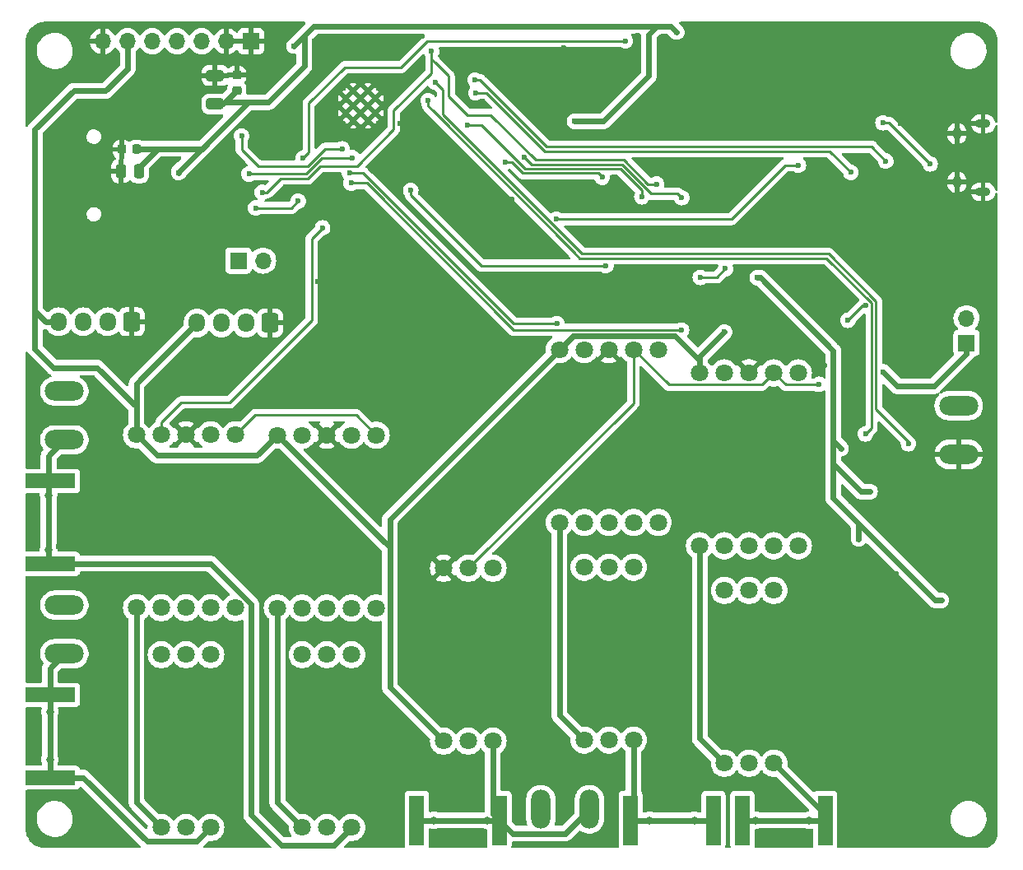
<source format=gbl>
G04 #@! TF.GenerationSoftware,KiCad,Pcbnew,7.0.5-7.0.5~ubuntu20.04.1*
G04 #@! TF.CreationDate,2023-10-09T18:00:39-03:00*
G04 #@! TF.ProjectId,Phecda_board,50686563-6461-45f6-926f-6172642e6b69,rev?*
G04 #@! TF.SameCoordinates,Original*
G04 #@! TF.FileFunction,Copper,L2,Bot*
G04 #@! TF.FilePolarity,Positive*
%FSLAX46Y46*%
G04 Gerber Fmt 4.6, Leading zero omitted, Abs format (unit mm)*
G04 Created by KiCad (PCBNEW 7.0.5-7.0.5~ubuntu20.04.1) date 2023-10-09 18:00:39*
%MOMM*%
%LPD*%
G01*
G04 APERTURE LIST*
G04 Aperture macros list*
%AMRoundRect*
0 Rectangle with rounded corners*
0 $1 Rounding radius*
0 $2 $3 $4 $5 $6 $7 $8 $9 X,Y pos of 4 corners*
0 Add a 4 corners polygon primitive as box body*
4,1,4,$2,$3,$4,$5,$6,$7,$8,$9,$2,$3,0*
0 Add four circle primitives for the rounded corners*
1,1,$1+$1,$2,$3*
1,1,$1+$1,$4,$5*
1,1,$1+$1,$6,$7*
1,1,$1+$1,$8,$9*
0 Add four rect primitives between the rounded corners*
20,1,$1+$1,$2,$3,$4,$5,0*
20,1,$1+$1,$4,$5,$6,$7,0*
20,1,$1+$1,$6,$7,$8,$9,0*
20,1,$1+$1,$8,$9,$2,$3,0*%
G04 Aperture macros list end*
G04 #@! TA.AperFunction,ComponentPad*
%ADD10R,1.700000X1.700000*%
G04 #@! TD*
G04 #@! TA.AperFunction,ComponentPad*
%ADD11O,1.700000X1.700000*%
G04 #@! TD*
G04 #@! TA.AperFunction,SMDPad,CuDef*
%ADD12R,1.500000X5.080000*%
G04 #@! TD*
G04 #@! TA.AperFunction,SMDPad,CuDef*
%ADD13R,5.080000X1.500000*%
G04 #@! TD*
G04 #@! TA.AperFunction,ComponentPad*
%ADD14RoundRect,0.250000X0.600000X0.725000X-0.600000X0.725000X-0.600000X-0.725000X0.600000X-0.725000X0*%
G04 #@! TD*
G04 #@! TA.AperFunction,ComponentPad*
%ADD15O,1.700000X1.950000*%
G04 #@! TD*
G04 #@! TA.AperFunction,ComponentPad*
%ADD16C,1.800000*%
G04 #@! TD*
G04 #@! TA.AperFunction,ComponentPad*
%ADD17O,1.550000X0.890000*%
G04 #@! TD*
G04 #@! TA.AperFunction,ComponentPad*
%ADD18O,0.950000X1.250000*%
G04 #@! TD*
G04 #@! TA.AperFunction,HeatsinkPad*
%ADD19C,0.600000*%
G04 #@! TD*
G04 #@! TA.AperFunction,ComponentPad*
%ADD20O,4.000000X2.000000*%
G04 #@! TD*
G04 #@! TA.AperFunction,ComponentPad*
%ADD21O,2.000000X4.000000*%
G04 #@! TD*
G04 #@! TA.AperFunction,SMDPad,CuDef*
%ADD22RoundRect,0.250000X0.650000X-0.325000X0.650000X0.325000X-0.650000X0.325000X-0.650000X-0.325000X0*%
G04 #@! TD*
G04 #@! TA.AperFunction,SMDPad,CuDef*
%ADD23RoundRect,0.225000X0.225000X0.250000X-0.225000X0.250000X-0.225000X-0.250000X0.225000X-0.250000X0*%
G04 #@! TD*
G04 #@! TA.AperFunction,SMDPad,CuDef*
%ADD24RoundRect,0.225000X0.250000X-0.225000X0.250000X0.225000X-0.250000X0.225000X-0.250000X-0.225000X0*%
G04 #@! TD*
G04 #@! TA.AperFunction,SMDPad,CuDef*
%ADD25RoundRect,0.250000X0.250000X0.475000X-0.250000X0.475000X-0.250000X-0.475000X0.250000X-0.475000X0*%
G04 #@! TD*
G04 #@! TA.AperFunction,ViaPad*
%ADD26C,0.600000*%
G04 #@! TD*
G04 #@! TA.AperFunction,ViaPad*
%ADD27C,0.800000*%
G04 #@! TD*
G04 #@! TA.AperFunction,Conductor*
%ADD28C,0.250000*%
G04 #@! TD*
G04 #@! TA.AperFunction,Conductor*
%ADD29C,0.609600*%
G04 #@! TD*
G04 #@! TA.AperFunction,Conductor*
%ADD30C,0.254000*%
G04 #@! TD*
G04 APERTURE END LIST*
D10*
X62895000Y-63570000D03*
D11*
X65435000Y-63570000D03*
D12*
X89750000Y-121137500D03*
X81250000Y-121137500D03*
D13*
X43562500Y-116750000D03*
X43562500Y-108250000D03*
D14*
X66140000Y-69980000D03*
D15*
X63640000Y-69980000D03*
X61140000Y-69980000D03*
X58640000Y-69980000D03*
D16*
X112900000Y-97500000D03*
X115440000Y-97500000D03*
X117980000Y-97500000D03*
X117980000Y-115280000D03*
X115440000Y-115280000D03*
X112900000Y-115280000D03*
D17*
X139500000Y-56500000D03*
D18*
X136800000Y-55500000D03*
X136800000Y-50500000D03*
D17*
X139500000Y-49500000D03*
D16*
X66900000Y-81520000D03*
X69440000Y-81520000D03*
X71980000Y-81520000D03*
X74520000Y-81520000D03*
X77060000Y-81520000D03*
X77060000Y-99300000D03*
X74520000Y-99300000D03*
X71980000Y-99300000D03*
X69440000Y-99300000D03*
X66900000Y-99300000D03*
X54960000Y-104110000D03*
X57500000Y-104110000D03*
X60040000Y-104110000D03*
X60040000Y-121890000D03*
X57500000Y-121890000D03*
X54960000Y-121890000D03*
X52420000Y-81500000D03*
X54960000Y-81500000D03*
X57500000Y-81500000D03*
X60040000Y-81500000D03*
X62580000Y-81500000D03*
X62580000Y-99280000D03*
X60040000Y-99280000D03*
X57500000Y-99280000D03*
X54960000Y-99280000D03*
X52420000Y-99280000D03*
X95920000Y-72720000D03*
X98460000Y-72720000D03*
X101000000Y-72720000D03*
X103540000Y-72720000D03*
X106080000Y-72720000D03*
X106080000Y-90500000D03*
X103540000Y-90500000D03*
X101000000Y-90500000D03*
X98460000Y-90500000D03*
X95920000Y-90500000D03*
X69460000Y-104110000D03*
X72000000Y-104110000D03*
X74540000Y-104110000D03*
X74540000Y-121890000D03*
X72000000Y-121890000D03*
X69460000Y-121890000D03*
D10*
X64200000Y-41000000D03*
D11*
X61660000Y-41000000D03*
X59120000Y-41000000D03*
X56580000Y-41000000D03*
X54040000Y-41000000D03*
X51500000Y-41000000D03*
X48960000Y-41000000D03*
D19*
X73950000Y-46877500D03*
X73950000Y-48402500D03*
X74712500Y-46115000D03*
X74712500Y-47640000D03*
X74712500Y-49165000D03*
X75475000Y-46877500D03*
X75475000Y-48402500D03*
X76237500Y-46115000D03*
X76237500Y-47640000D03*
X76237500Y-49165000D03*
X77000000Y-46877500D03*
X77000000Y-48402500D03*
D16*
X98460000Y-95110000D03*
X101000000Y-95110000D03*
X103540000Y-95110000D03*
X103540000Y-112890000D03*
X101000000Y-112890000D03*
X98460000Y-112890000D03*
D20*
X45000000Y-104000000D03*
X45000000Y-99000000D03*
D12*
X123250000Y-121137500D03*
X114750000Y-121137500D03*
D13*
X43562500Y-94750000D03*
X43562500Y-86250000D03*
D16*
X110340000Y-75120000D03*
X112880000Y-75120000D03*
X115420000Y-75120000D03*
X117960000Y-75120000D03*
X120500000Y-75120000D03*
X120500000Y-92900000D03*
X117960000Y-92900000D03*
X115420000Y-92900000D03*
X112880000Y-92900000D03*
X110340000Y-92900000D03*
D20*
X45000000Y-82000000D03*
X45000000Y-77000000D03*
D21*
X99000000Y-120000000D03*
X94000000Y-120000000D03*
D16*
X84000000Y-95220000D03*
X86540000Y-95220000D03*
X89080000Y-95220000D03*
X89080000Y-113000000D03*
X86540000Y-113000000D03*
X84000000Y-113000000D03*
D14*
X51920000Y-69860000D03*
D15*
X49420000Y-69860000D03*
X46920000Y-69860000D03*
X44420000Y-69860000D03*
D12*
X111750000Y-121137500D03*
X103250000Y-121137500D03*
D10*
X137800000Y-72040000D03*
D11*
X137800000Y-69500000D03*
D20*
X137000000Y-78500000D03*
X137000000Y-83500000D03*
D22*
X60500000Y-47475000D03*
X60500000Y-44525000D03*
D23*
X52455000Y-52130000D03*
X50905000Y-52130000D03*
D24*
X62730000Y-46045000D03*
X62730000Y-44495000D03*
D25*
X52680000Y-54380000D03*
X50780000Y-54380000D03*
D26*
X124700000Y-92400000D03*
X117000000Y-119300000D03*
X125900000Y-88300000D03*
X137300000Y-95700000D03*
X120100000Y-64750000D03*
X56000000Y-91100000D03*
X65050000Y-68110000D03*
X65500000Y-120100000D03*
X55300000Y-56840000D03*
X88800000Y-59000000D03*
X83090000Y-53980000D03*
X131000000Y-49500000D03*
X91600000Y-120200000D03*
X112300000Y-40400000D03*
X50370000Y-61730000D03*
X105600000Y-64500000D03*
X98100000Y-57100000D03*
X79500000Y-49500000D03*
X48500000Y-116100000D03*
X70900000Y-44600000D03*
X122350000Y-78550000D03*
X104550000Y-92850000D03*
X95850000Y-80550000D03*
X58530000Y-72980000D03*
X45800000Y-106300000D03*
X90640000Y-41970000D03*
X96400000Y-119300000D03*
X45120000Y-73020000D03*
X98000000Y-123100000D03*
X42300000Y-79600000D03*
X90800000Y-84700000D03*
X112000000Y-55100000D03*
X98150000Y-92700000D03*
X119500000Y-55400000D03*
X48600000Y-121900000D03*
X55430000Y-53610000D03*
X119350000Y-94900000D03*
X120410000Y-46480000D03*
X58550000Y-101550000D03*
X123140000Y-44100000D03*
X54300000Y-101500000D03*
X99075500Y-56420000D03*
X50340000Y-73130000D03*
X73710000Y-50770000D03*
X65200000Y-77350000D03*
X103400000Y-102400000D03*
X54160000Y-49170000D03*
X116098823Y-68699902D03*
X48400000Y-76850000D03*
X116400000Y-94900000D03*
X118800000Y-103900000D03*
X127110000Y-60390000D03*
X58470000Y-76010000D03*
X129800000Y-71600000D03*
X130975500Y-87000000D03*
X47200000Y-43000000D03*
X98050000Y-47790000D03*
X112050000Y-68275000D03*
X66950000Y-88600000D03*
X42600000Y-101200000D03*
X136550000Y-57400000D03*
X65300000Y-43150000D03*
X109400000Y-117150000D03*
X134600000Y-89000000D03*
X82200000Y-116300000D03*
X72320000Y-49200000D03*
X126190000Y-44930000D03*
X87400000Y-116800000D03*
X87400000Y-55300000D03*
X41700000Y-114800000D03*
X113260000Y-110990000D03*
X62450000Y-107900000D03*
X132000000Y-45300000D03*
X74900000Y-68600000D03*
X138450000Y-107450000D03*
X69750000Y-106950000D03*
X76200000Y-86400000D03*
X65540000Y-60490000D03*
X120660000Y-59760000D03*
X127200000Y-77800000D03*
X121200000Y-122800000D03*
X101850951Y-56949049D03*
X87800000Y-102400000D03*
X79480000Y-62270000D03*
X80950000Y-83100000D03*
X81760000Y-40480000D03*
X42200000Y-88400000D03*
X125800000Y-41440000D03*
X133900000Y-66250000D03*
X138000000Y-50900000D03*
X132800000Y-99150000D03*
X55570000Y-45080000D03*
X48350000Y-90050000D03*
X71840000Y-55780000D03*
X58530000Y-79370000D03*
X87600000Y-122400000D03*
X101850000Y-92700000D03*
X112700000Y-95300000D03*
X69010000Y-61910000D03*
X114900000Y-61600000D03*
X79260000Y-45410000D03*
X55250000Y-70050000D03*
X110230000Y-61630000D03*
X120050000Y-66725000D03*
X44820000Y-65950000D03*
X96640000Y-50290000D03*
X55300000Y-112900000D03*
X135050000Y-51550000D03*
X116800000Y-122600000D03*
X60920000Y-60010000D03*
X69050000Y-101500000D03*
X65200000Y-72550000D03*
X91063013Y-57246754D03*
X113400000Y-84600000D03*
X71050000Y-65700000D03*
X126900000Y-121300000D03*
X42000000Y-110600000D03*
X139100000Y-103200000D03*
X73250000Y-101700000D03*
X123200000Y-74400000D03*
X106610000Y-41200000D03*
X111800000Y-49600000D03*
X45920000Y-55260000D03*
X134200000Y-95600000D03*
X104900000Y-119900000D03*
X127530000Y-83040000D03*
X54000000Y-96700000D03*
X125700000Y-72700000D03*
X74590000Y-62370000D03*
X98650000Y-67750000D03*
X76500000Y-111400000D03*
X71300000Y-110400000D03*
X89100000Y-43000000D03*
X123900000Y-98400000D03*
X56560000Y-58550000D03*
X77750000Y-121450000D03*
X130600000Y-95800000D03*
X61600000Y-119100000D03*
X139700000Y-89700000D03*
X89900000Y-60600000D03*
X105300000Y-67400000D03*
X46800000Y-60520000D03*
X44600000Y-88000000D03*
X83700000Y-123100000D03*
X104000000Y-40400000D03*
X89450000Y-89610000D03*
X117040000Y-41210000D03*
X49100000Y-109000000D03*
X72150000Y-76400000D03*
X121450000Y-115800000D03*
X56100000Y-75950000D03*
X78200000Y-55000000D03*
X82500000Y-55400000D03*
X77020000Y-41900000D03*
X62850000Y-91130000D03*
X103660000Y-49340000D03*
X133900000Y-72400000D03*
X94240000Y-44860000D03*
X61100000Y-101350000D03*
X59950000Y-86200000D03*
X42200000Y-92800000D03*
X95100000Y-47700000D03*
X133000000Y-74400000D03*
X139800000Y-60100000D03*
X120200000Y-71500000D03*
X106660000Y-53780000D03*
X91000000Y-73050000D03*
X60450000Y-65240000D03*
X44400000Y-93000000D03*
X79170000Y-46400000D03*
X137400000Y-66800000D03*
X132750000Y-81850000D03*
X105650000Y-117610000D03*
X46380000Y-51520000D03*
X114500000Y-46300000D03*
X75950000Y-101400000D03*
X80550000Y-90950000D03*
X139150000Y-116650000D03*
X100000000Y-42300000D03*
X88800000Y-66050000D03*
X96400000Y-41700000D03*
X133500000Y-62300000D03*
X129175000Y-75000000D03*
X112900000Y-70900000D03*
X68600000Y-41500000D03*
X127862500Y-87337500D03*
X97470000Y-49240000D03*
X124885000Y-82885000D03*
X116270000Y-65320000D03*
X107990000Y-40060000D03*
X135187500Y-98512500D03*
X126710000Y-92190000D03*
X56760000Y-54520000D03*
X125600000Y-69700000D03*
X127400000Y-68200000D03*
X122600000Y-76300000D03*
D27*
X88500000Y-121137500D03*
X83000000Y-121137500D03*
X43362500Y-93300000D03*
X43362500Y-87700000D03*
X43500000Y-110000000D03*
X43500000Y-114900000D03*
X121600000Y-121137500D03*
X116100000Y-121137500D03*
X105200000Y-121137500D03*
X109800000Y-121137500D03*
D26*
X74320000Y-54560000D03*
X95650000Y-70050000D03*
X71550000Y-60200000D03*
X74500000Y-55600000D03*
X108480000Y-70720000D03*
X120510000Y-53770000D03*
X95600000Y-59300000D03*
X127400000Y-81400000D03*
X82400000Y-47120000D03*
X83190000Y-45230000D03*
X131830000Y-82420000D03*
X65350000Y-56540000D03*
X82760000Y-42050000D03*
X105910000Y-55700000D03*
X69045000Y-57455000D03*
X64670000Y-58150000D03*
X63980000Y-54660000D03*
X108500000Y-57100000D03*
X74620000Y-52980000D03*
X92278411Y-52911589D03*
X73560000Y-52080000D03*
X63220000Y-50760000D03*
X86450000Y-49650000D03*
X104400000Y-57000000D03*
X110400000Y-65300000D03*
X113000000Y-64400000D03*
X125900000Y-54500000D03*
X87320000Y-46320000D03*
X87230000Y-45000000D03*
X129490000Y-53330000D03*
X102700000Y-40970000D03*
X69530000Y-53030000D03*
X80620000Y-56330000D03*
X100700000Y-64100000D03*
X100328500Y-54990000D03*
X90320000Y-53470000D03*
X134050000Y-53626500D03*
X129200000Y-49400000D03*
D28*
X101850951Y-56949049D02*
X102600000Y-57698098D01*
X102600000Y-57698098D02*
X102600000Y-58500000D01*
D29*
X58640000Y-69980000D02*
X52420000Y-76200000D01*
X43890000Y-74580000D02*
X41960000Y-72650000D01*
X137800000Y-73140000D02*
X137800000Y-72040000D01*
X51500000Y-43850000D02*
X51500000Y-41000000D01*
X45950000Y-46110000D02*
X49240000Y-46110000D01*
X97324800Y-71315200D02*
X95920000Y-72720000D01*
X110340000Y-73460000D02*
X112900000Y-70900000D01*
X54530000Y-83610000D02*
X64810000Y-83610000D01*
X52420000Y-76200000D02*
X52420000Y-78620000D01*
X134440000Y-76500000D02*
X137800000Y-73140000D01*
X78464800Y-93084800D02*
X78464800Y-107464800D01*
X129175000Y-75000000D02*
X130675000Y-76500000D01*
X110340000Y-73847208D02*
X107807992Y-71315200D01*
X66900000Y-81520000D02*
X78464800Y-93084800D01*
X41960000Y-68730000D02*
X41960000Y-50100000D01*
X130675000Y-76500000D02*
X134440000Y-76500000D01*
X44420000Y-69860000D02*
X43090000Y-69860000D01*
X49240000Y-46110000D02*
X51500000Y-43850000D01*
X110340000Y-75120000D02*
X110340000Y-73460000D01*
X78464800Y-90175200D02*
X95920000Y-72720000D01*
X43090000Y-69860000D02*
X41960000Y-68730000D01*
X110340000Y-75120000D02*
X110340000Y-73847208D01*
X78464800Y-93084800D02*
X78464800Y-90175200D01*
X107807992Y-71315200D02*
X97324800Y-71315200D01*
X78464800Y-107464800D02*
X84000000Y-113000000D01*
X52420000Y-78620000D02*
X48380000Y-74580000D01*
X48380000Y-74580000D02*
X43890000Y-74580000D01*
X41960000Y-50100000D02*
X45950000Y-46110000D01*
X52420000Y-81500000D02*
X52420000Y-78620000D01*
X64810000Y-83610000D02*
X66900000Y-81520000D01*
X52420000Y-81500000D02*
X54530000Y-83610000D01*
X41960000Y-72650000D02*
X41960000Y-68730000D01*
X52535000Y-52050000D02*
X52455000Y-52130000D01*
X65970000Y-47270000D02*
X69670000Y-43570000D01*
X127862500Y-87337500D02*
X126967500Y-87337500D01*
X126710000Y-90640000D02*
X125815000Y-89745000D01*
X70654800Y-39445200D02*
X68600000Y-41500000D01*
X59160000Y-52050000D02*
X59695000Y-51515000D01*
X59695000Y-51515000D02*
X63940000Y-47270000D01*
X124090000Y-72850000D02*
X124090000Y-81860000D01*
X54600000Y-52050000D02*
X52535000Y-52050000D01*
X125815000Y-89745000D02*
X134582500Y-98512500D01*
X52680000Y-53970000D02*
X54600000Y-52050000D01*
X69670000Y-40430000D02*
X70654800Y-39445200D01*
X105960000Y-39445200D02*
X70654800Y-39445200D01*
X105120000Y-40285200D02*
X105960000Y-39445200D01*
X105120000Y-44580000D02*
X105120000Y-40285200D01*
X124090000Y-84210000D02*
X124090000Y-88020000D01*
X69670000Y-43570000D02*
X69670000Y-40430000D01*
X124090000Y-82090000D02*
X124090000Y-81860000D01*
X126710000Y-92190000D02*
X126710000Y-90640000D01*
X56130000Y-52050000D02*
X59160000Y-52050000D01*
X63940000Y-47270000D02*
X65970000Y-47270000D01*
X56760000Y-54450000D02*
X59695000Y-51515000D01*
X100460000Y-49240000D02*
X105120000Y-44580000D01*
X56760000Y-54520000D02*
X56760000Y-54450000D01*
X134582500Y-98512500D02*
X135187500Y-98512500D01*
X61607500Y-47167500D02*
X62730000Y-46045000D01*
X52680000Y-54380000D02*
X52680000Y-53970000D01*
X61710000Y-47270000D02*
X61607500Y-47167500D01*
X116560000Y-65320000D02*
X124090000Y-72850000D01*
X60500000Y-47475000D02*
X61300000Y-47475000D01*
X116270000Y-65320000D02*
X116560000Y-65320000D01*
X107375200Y-39445200D02*
X105960000Y-39445200D01*
X107990000Y-40060000D02*
X107375200Y-39445200D01*
X124090000Y-84460000D02*
X124090000Y-84210000D01*
X124090000Y-88020000D02*
X125815000Y-89745000D01*
X56130000Y-52050000D02*
X54600000Y-52050000D01*
X61300000Y-47475000D02*
X61607500Y-47167500D01*
X124090000Y-81860000D02*
X124090000Y-84210000D01*
X97470000Y-49240000D02*
X100460000Y-49240000D01*
X63940000Y-47270000D02*
X61710000Y-47270000D01*
X126967500Y-87337500D02*
X124090000Y-84460000D01*
X124885000Y-82885000D02*
X124090000Y-82090000D01*
D30*
X125600000Y-69700000D02*
X127100000Y-68200000D01*
X64620000Y-79460000D02*
X75000000Y-79460000D01*
X62580000Y-81500000D02*
X64620000Y-79460000D01*
X127100000Y-68200000D02*
X127400000Y-68200000D01*
X75000000Y-79460000D02*
X77060000Y-81520000D01*
D28*
X107165000Y-76345000D02*
X116735000Y-76345000D01*
D30*
X86540000Y-95220000D02*
X103540000Y-78220000D01*
D28*
X117960000Y-75120000D02*
X119185000Y-76345000D01*
X103540000Y-72720000D02*
X107165000Y-76345000D01*
X116735000Y-76345000D02*
X117960000Y-75120000D01*
D30*
X103540000Y-78220000D02*
X103540000Y-72720000D01*
D28*
X119185000Y-76345000D02*
X122555000Y-76345000D01*
X122555000Y-76345000D02*
X122600000Y-76300000D01*
D29*
X83000000Y-121137500D02*
X88500000Y-121137500D01*
X83000000Y-121137500D02*
X81250000Y-121137500D01*
X88500000Y-121137500D02*
X89750000Y-121137500D01*
X89080000Y-113000000D02*
X89080000Y-120467500D01*
X89750000Y-121137500D02*
X91117300Y-122504800D01*
X91117300Y-122504800D02*
X96495200Y-122504800D01*
X96495200Y-122504800D02*
X99000000Y-120000000D01*
X89080000Y-120467500D02*
X89750000Y-121137500D01*
X60036688Y-94750000D02*
X64200000Y-98913312D01*
X43362500Y-94750000D02*
X60036688Y-94750000D01*
X43362500Y-87700000D02*
X43362500Y-93300000D01*
X43362500Y-93300000D02*
X43362500Y-94750000D01*
X72734800Y-123695200D02*
X74540000Y-121890000D01*
X43362500Y-83637500D02*
X45000000Y-82000000D01*
X64200000Y-98913312D02*
X64200000Y-120600000D01*
X64200000Y-120600000D02*
X67295200Y-123695200D01*
X43362500Y-87700000D02*
X43362500Y-83637500D01*
X67295200Y-123695200D02*
X72734800Y-123695200D01*
X43500000Y-116687500D02*
X43562500Y-116750000D01*
X46950000Y-116750000D02*
X53494800Y-123294800D01*
X43500000Y-105500000D02*
X45000000Y-104000000D01*
X43562500Y-116750000D02*
X46950000Y-116750000D01*
X58635200Y-123294800D02*
X60040000Y-121890000D01*
X43500000Y-110000000D02*
X43500000Y-105500000D01*
X43500000Y-110000000D02*
X43500000Y-114900000D01*
X53494800Y-123294800D02*
X58635200Y-123294800D01*
X43500000Y-114900000D02*
X43500000Y-116687500D01*
X123250000Y-120550000D02*
X123250000Y-121137500D01*
X116100000Y-121137500D02*
X114750000Y-121137500D01*
X121600000Y-121137500D02*
X123250000Y-121137500D01*
X117980000Y-115280000D02*
X123250000Y-120550000D01*
X121600000Y-121137500D02*
X116100000Y-121137500D01*
X103540000Y-121137500D02*
X103540000Y-112890000D01*
X109800000Y-121137500D02*
X111750000Y-121137500D01*
X109800000Y-121137500D02*
X105200000Y-121137500D01*
X105200000Y-121137500D02*
X103540000Y-121137500D01*
D30*
X91210000Y-70050000D02*
X95650000Y-70050000D01*
X76065000Y-54905000D02*
X91210000Y-70050000D01*
X74320000Y-54560000D02*
X75720000Y-54560000D01*
X75720000Y-54560000D02*
X76065000Y-54905000D01*
X70423000Y-69727000D02*
X70423000Y-61327000D01*
X54960000Y-80200000D02*
X57010000Y-78150000D01*
X57010000Y-78150000D02*
X62000000Y-78150000D01*
X62000000Y-78150000D02*
X70423000Y-69727000D01*
X54960000Y-81500000D02*
X54960000Y-80200000D01*
X70423000Y-61327000D02*
X71550000Y-60200000D01*
X91194948Y-70677000D02*
X108437000Y-70677000D01*
X74500000Y-55600000D02*
X76117948Y-55600000D01*
X76117948Y-55600000D02*
X91194948Y-70677000D01*
X108437000Y-70677000D02*
X108480000Y-70720000D01*
X113600000Y-59300000D02*
X95600000Y-59300000D01*
X120510000Y-53770000D02*
X119130000Y-53770000D01*
X119130000Y-53770000D02*
X113600000Y-59300000D01*
D28*
X128025000Y-80775000D02*
X127400000Y-81400000D01*
X97448000Y-62786386D02*
X97448000Y-62787225D01*
X97448000Y-62787225D02*
X97985775Y-63325000D01*
X82400000Y-47645603D02*
X82869861Y-48115464D01*
X128025000Y-67941116D02*
X128025000Y-80775000D01*
X123408884Y-63325000D02*
X128025000Y-67941116D01*
X82869861Y-48115464D02*
X97448000Y-62786386D01*
X82400000Y-47120000D02*
X82400000Y-47645603D01*
X97985775Y-63325000D02*
X123408884Y-63325000D01*
D30*
X123596108Y-62873000D02*
X128477000Y-67753892D01*
X83920000Y-45960000D02*
X83920000Y-48526378D01*
X131830000Y-82213000D02*
X131830000Y-82420000D01*
X128477000Y-67753892D02*
X128477000Y-78860000D01*
X83190000Y-45230000D02*
X83920000Y-45960000D01*
X128477000Y-78860000D02*
X131830000Y-82213000D01*
X83920000Y-48526378D02*
X98266622Y-62873000D01*
X98266622Y-62873000D02*
X123596108Y-62873000D01*
D28*
X78875000Y-50065000D02*
X78875000Y-48145000D01*
X75100000Y-53840000D02*
X78875000Y-50065000D01*
X102561396Y-53225000D02*
X105036396Y-55700000D01*
X82760000Y-42050000D02*
X82760000Y-42820000D01*
X67230000Y-55130000D02*
X70040000Y-55130000D01*
X88850000Y-48600000D02*
X93475000Y-53225000D01*
X78875000Y-48145000D02*
X82760000Y-44260000D01*
X105036396Y-55700000D02*
X105910000Y-55700000D01*
X86470000Y-48600000D02*
X88850000Y-48600000D01*
X65820000Y-56540000D02*
X67230000Y-55130000D01*
X82760000Y-44260000D02*
X82760000Y-42820000D01*
X93475000Y-53225000D02*
X102561396Y-53225000D01*
X83170000Y-43230000D02*
X84520000Y-44580000D01*
X84520000Y-46650000D02*
X86470000Y-48600000D01*
X71330000Y-53840000D02*
X75100000Y-53840000D01*
X84520000Y-44580000D02*
X84520000Y-46650000D01*
X82760000Y-42820000D02*
X83170000Y-43230000D01*
X65350000Y-56540000D02*
X65820000Y-56540000D01*
X70040000Y-55130000D02*
X71330000Y-53840000D01*
X68350000Y-58150000D02*
X69045000Y-57455000D01*
X64670000Y-58150000D02*
X68350000Y-58150000D01*
X108080000Y-56680000D02*
X105380000Y-56680000D01*
X71466396Y-53050000D02*
X74550000Y-53050000D01*
X93045000Y-53675000D02*
X92280000Y-52910000D01*
X69856396Y-54660000D02*
X71466396Y-53050000D01*
X108500000Y-57100000D02*
X108080000Y-56680000D01*
X74550000Y-53050000D02*
X74620000Y-52980000D01*
X92280000Y-52910000D02*
X92278411Y-52911589D01*
X105380000Y-56680000D02*
X102375000Y-53675000D01*
X63980000Y-54660000D02*
X69856396Y-54660000D01*
X102375000Y-53675000D02*
X93045000Y-53675000D01*
X63220000Y-52160000D02*
X64930000Y-53870000D01*
X73560000Y-52080000D02*
X71920000Y-52080000D01*
X102188604Y-54125000D02*
X92355000Y-54125000D01*
X70010000Y-53870000D02*
X71800000Y-52080000D01*
X104400000Y-56336396D02*
X102188604Y-54125000D01*
X104400000Y-57000000D02*
X104400000Y-56336396D01*
X92355000Y-54125000D02*
X87880000Y-49650000D01*
X71800000Y-52080000D02*
X71920000Y-52080000D01*
X87880000Y-49650000D02*
X86450000Y-49650000D01*
X63220000Y-50760000D02*
X63220000Y-52160000D01*
X64930000Y-53870000D02*
X70010000Y-53870000D01*
X112100000Y-65300000D02*
X113000000Y-64400000D01*
X110400000Y-65300000D02*
X112100000Y-65300000D01*
D30*
X94421948Y-52304000D02*
X123704000Y-52304000D01*
X123704000Y-52304000D02*
X125900000Y-54500000D01*
X87320000Y-46320000D02*
X88437948Y-46320000D01*
X88437948Y-46320000D02*
X94421948Y-52304000D01*
X87230000Y-45000000D02*
X87760000Y-45000000D01*
X128010000Y-51850000D02*
X129490000Y-53330000D01*
X94610000Y-51850000D02*
X128010000Y-51850000D01*
X87760000Y-45000000D02*
X94610000Y-51850000D01*
D28*
X69530000Y-53030000D02*
X70120000Y-52440000D01*
X101500000Y-40975000D02*
X101505000Y-40970000D01*
X82315000Y-40975000D02*
X101500000Y-40975000D01*
X101505000Y-40970000D02*
X102700000Y-40970000D01*
X70120000Y-52440000D02*
X70120000Y-47390000D01*
X79615000Y-43675000D02*
X82315000Y-40975000D01*
X70120000Y-47390000D02*
X73835000Y-43675000D01*
X73835000Y-43675000D02*
X79615000Y-43675000D01*
X80620000Y-56820000D02*
X87900000Y-64100000D01*
X80620000Y-56330000D02*
X80620000Y-56820000D01*
X87900000Y-64100000D02*
X100700000Y-64100000D01*
X99913500Y-54575000D02*
X92168604Y-54575000D01*
X100328500Y-54990000D02*
X99913500Y-54575000D01*
X91063604Y-53470000D02*
X90320000Y-53470000D01*
X92168604Y-54575000D02*
X91063604Y-53470000D01*
D29*
X110340000Y-92900000D02*
X110340000Y-112720000D01*
X110340000Y-112720000D02*
X112900000Y-115280000D01*
X95920000Y-90500000D02*
X95920000Y-110350000D01*
X95920000Y-110350000D02*
X98460000Y-112890000D01*
X66900000Y-119330000D02*
X69460000Y-121890000D01*
X66900000Y-99300000D02*
X66900000Y-119330000D01*
X52420000Y-99280000D02*
X52420000Y-119350000D01*
X52420000Y-119350000D02*
X54960000Y-121890000D01*
D30*
X129823500Y-49400000D02*
X134050000Y-53626500D01*
X129200000Y-49400000D02*
X129823500Y-49400000D01*
G04 #@! TA.AperFunction,Conductor*
G36*
X46724330Y-117670303D02*
G01*
X46752592Y-117691458D01*
X52848953Y-123787819D01*
X52882438Y-123849142D01*
X52877454Y-123918834D01*
X52835582Y-123974767D01*
X52770118Y-123999184D01*
X52761272Y-123999500D01*
X43002024Y-123999500D01*
X42997974Y-123999367D01*
X42967355Y-123997360D01*
X42916413Y-123994021D01*
X42734560Y-123981015D01*
X42726880Y-123979980D01*
X42610590Y-123956848D01*
X42466352Y-123925472D01*
X42459596Y-123923597D01*
X42341465Y-123883497D01*
X42339727Y-123882878D01*
X42208258Y-123833842D01*
X42202499Y-123831356D01*
X42088204Y-123774992D01*
X42085912Y-123773802D01*
X41965091Y-123707828D01*
X41960357Y-123704961D01*
X41853349Y-123633461D01*
X41850639Y-123631543D01*
X41801415Y-123594695D01*
X41741353Y-123549732D01*
X41737648Y-123546729D01*
X41640492Y-123461526D01*
X41637549Y-123458769D01*
X41541228Y-123362448D01*
X41538469Y-123359502D01*
X41453265Y-123262345D01*
X41450271Y-123258652D01*
X41368454Y-123149358D01*
X41366537Y-123146649D01*
X41295037Y-123039641D01*
X41292170Y-123034907D01*
X41226173Y-122914042D01*
X41225024Y-122911830D01*
X41168635Y-122797483D01*
X41166156Y-122791740D01*
X41160576Y-122776779D01*
X41117103Y-122660224D01*
X41116531Y-122658618D01*
X41076395Y-122540383D01*
X41074531Y-122533666D01*
X41043158Y-122389451D01*
X41020015Y-122273102D01*
X41018985Y-122265459D01*
X41005992Y-122083793D01*
X41002121Y-122024732D01*
X41000633Y-122002018D01*
X41000500Y-121997963D01*
X41000500Y-121067763D01*
X42145787Y-121067763D01*
X42175413Y-121337013D01*
X42175415Y-121337024D01*
X42242856Y-121594989D01*
X42243928Y-121599088D01*
X42349870Y-121848390D01*
X42483164Y-122066800D01*
X42490979Y-122079605D01*
X42490986Y-122079615D01*
X42664253Y-122287819D01*
X42664259Y-122287824D01*
X42825649Y-122432429D01*
X42865998Y-122468582D01*
X43091910Y-122618044D01*
X43337176Y-122733020D01*
X43337183Y-122733022D01*
X43337185Y-122733023D01*
X43596557Y-122811057D01*
X43596564Y-122811058D01*
X43596569Y-122811060D01*
X43864561Y-122850500D01*
X43864566Y-122850500D01*
X44067629Y-122850500D01*
X44067631Y-122850500D01*
X44067636Y-122850499D01*
X44067648Y-122850499D01*
X44105191Y-122847750D01*
X44270156Y-122835677D01*
X44382758Y-122810593D01*
X44534546Y-122776782D01*
X44534548Y-122776781D01*
X44534553Y-122776780D01*
X44787558Y-122680014D01*
X45023777Y-122547441D01*
X45238177Y-122381888D01*
X45426186Y-122186881D01*
X45583799Y-121966579D01*
X45657787Y-121822669D01*
X45707649Y-121725690D01*
X45707651Y-121725684D01*
X45707656Y-121725675D01*
X45795118Y-121469305D01*
X45844319Y-121202933D01*
X45854212Y-120932235D01*
X45824586Y-120662982D01*
X45756072Y-120400912D01*
X45650130Y-120151610D01*
X45509018Y-119920390D01*
X45507845Y-119918981D01*
X45335746Y-119712180D01*
X45335740Y-119712175D01*
X45134002Y-119531418D01*
X44908092Y-119381957D01*
X44908090Y-119381956D01*
X44662824Y-119266980D01*
X44662819Y-119266978D01*
X44662814Y-119266976D01*
X44403442Y-119188942D01*
X44403428Y-119188939D01*
X44287791Y-119171921D01*
X44135439Y-119149500D01*
X43932369Y-119149500D01*
X43932351Y-119149500D01*
X43729844Y-119164323D01*
X43729831Y-119164325D01*
X43465453Y-119223217D01*
X43465446Y-119223220D01*
X43212439Y-119319987D01*
X42976226Y-119452557D01*
X42976224Y-119452558D01*
X42976223Y-119452559D01*
X42955484Y-119468573D01*
X42761822Y-119618112D01*
X42573822Y-119813109D01*
X42573816Y-119813116D01*
X42416202Y-120033419D01*
X42416199Y-120033424D01*
X42292350Y-120274309D01*
X42292343Y-120274327D01*
X42204884Y-120530685D01*
X42204882Y-120530695D01*
X42158773Y-120780330D01*
X42155681Y-120797068D01*
X42155680Y-120797075D01*
X42145787Y-121067763D01*
X41000500Y-121067763D01*
X41000500Y-118124499D01*
X41020185Y-118057460D01*
X41072989Y-118011705D01*
X41124500Y-118000499D01*
X46150371Y-118000499D01*
X46150372Y-118000499D01*
X46209983Y-117994091D01*
X46344831Y-117943796D01*
X46460046Y-117857546D01*
X46546296Y-117742331D01*
X46548728Y-117735810D01*
X46590594Y-117679877D01*
X46656056Y-117655456D01*
X46724330Y-117670303D01*
G37*
G04 #@! TD.AperFunction*
G04 #@! TA.AperFunction,Conductor*
G36*
X61391904Y-100030304D02*
G01*
X61413809Y-100055583D01*
X61471016Y-100143147D01*
X61471019Y-100143151D01*
X61471021Y-100143153D01*
X61628216Y-100313913D01*
X61628219Y-100313915D01*
X61628222Y-100313918D01*
X61811365Y-100456464D01*
X61811371Y-100456468D01*
X61811374Y-100456470D01*
X62015497Y-100566936D01*
X62129487Y-100606068D01*
X62235015Y-100642297D01*
X62235017Y-100642297D01*
X62235019Y-100642298D01*
X62463951Y-100680500D01*
X62463952Y-100680500D01*
X62696048Y-100680500D01*
X62696049Y-100680500D01*
X62924981Y-100642298D01*
X63144503Y-100566936D01*
X63211683Y-100530579D01*
X63280010Y-100515985D01*
X63345383Y-100540648D01*
X63387044Y-100596738D01*
X63394700Y-100639635D01*
X63394700Y-120505941D01*
X63394699Y-120505963D01*
X63394699Y-120690737D01*
X63404051Y-120731716D01*
X63405215Y-120738563D01*
X63409922Y-120780330D01*
X63409923Y-120780332D01*
X63423801Y-120819998D01*
X63425726Y-120826681D01*
X63435080Y-120867658D01*
X63453316Y-120905525D01*
X63455979Y-120911954D01*
X63469856Y-120951614D01*
X63469857Y-120951616D01*
X63469858Y-120951618D01*
X63492224Y-120987213D01*
X63495581Y-120993289D01*
X63513819Y-121031160D01*
X63540019Y-121064013D01*
X63544045Y-121069687D01*
X63566404Y-121105270D01*
X63566405Y-121105272D01*
X63701791Y-121240658D01*
X63701797Y-121240663D01*
X66248953Y-123787819D01*
X66282438Y-123849142D01*
X66277454Y-123918834D01*
X66235582Y-123974767D01*
X66170118Y-123999184D01*
X66161272Y-123999500D01*
X59368727Y-123999500D01*
X59301688Y-123979815D01*
X59255933Y-123927011D01*
X59245989Y-123857853D01*
X59275014Y-123794297D01*
X59281046Y-123787819D01*
X59522142Y-123546723D01*
X59754054Y-123314811D01*
X59815375Y-123281328D01*
X59862138Y-123280185D01*
X59923951Y-123290500D01*
X59923954Y-123290500D01*
X60156048Y-123290500D01*
X60156049Y-123290500D01*
X60384981Y-123252298D01*
X60604503Y-123176936D01*
X60808626Y-123066470D01*
X60991784Y-122923913D01*
X61148979Y-122753153D01*
X61275924Y-122558849D01*
X61369157Y-122346300D01*
X61426134Y-122121305D01*
X61426402Y-122118071D01*
X61445300Y-121890006D01*
X61445300Y-121889993D01*
X61426135Y-121658702D01*
X61426133Y-121658691D01*
X61369157Y-121433699D01*
X61275924Y-121221151D01*
X61148983Y-121026852D01*
X61148980Y-121026849D01*
X61148979Y-121026847D01*
X60991784Y-120856087D01*
X60991779Y-120856083D01*
X60991777Y-120856081D01*
X60808634Y-120713535D01*
X60808628Y-120713531D01*
X60604504Y-120603064D01*
X60604495Y-120603061D01*
X60384984Y-120527702D01*
X60213281Y-120499050D01*
X60156049Y-120489500D01*
X59923951Y-120489500D01*
X59878164Y-120497140D01*
X59695015Y-120527702D01*
X59475504Y-120603061D01*
X59475495Y-120603064D01*
X59271371Y-120713531D01*
X59271365Y-120713535D01*
X59088222Y-120856081D01*
X59088219Y-120856084D01*
X58931016Y-121026852D01*
X58873809Y-121114416D01*
X58820662Y-121159773D01*
X58751431Y-121169197D01*
X58688095Y-121139695D01*
X58666191Y-121114416D01*
X58608983Y-121026852D01*
X58608980Y-121026849D01*
X58608979Y-121026847D01*
X58451784Y-120856087D01*
X58451779Y-120856083D01*
X58451777Y-120856081D01*
X58268634Y-120713535D01*
X58268628Y-120713531D01*
X58064504Y-120603064D01*
X58064495Y-120603061D01*
X57844984Y-120527702D01*
X57673282Y-120499050D01*
X57616049Y-120489500D01*
X57383951Y-120489500D01*
X57338164Y-120497140D01*
X57155015Y-120527702D01*
X56935504Y-120603061D01*
X56935495Y-120603064D01*
X56731371Y-120713531D01*
X56731365Y-120713535D01*
X56548222Y-120856081D01*
X56548219Y-120856084D01*
X56391016Y-121026852D01*
X56333809Y-121114416D01*
X56280662Y-121159773D01*
X56211431Y-121169197D01*
X56148095Y-121139695D01*
X56126191Y-121114416D01*
X56068983Y-121026852D01*
X56068980Y-121026849D01*
X56068979Y-121026847D01*
X55911784Y-120856087D01*
X55911779Y-120856083D01*
X55911777Y-120856081D01*
X55728634Y-120713535D01*
X55728628Y-120713531D01*
X55524504Y-120603064D01*
X55524495Y-120603061D01*
X55304984Y-120527702D01*
X55133281Y-120499050D01*
X55076049Y-120489500D01*
X54843951Y-120489500D01*
X54843950Y-120489500D01*
X54782141Y-120499813D01*
X54712776Y-120491430D01*
X54674052Y-120465185D01*
X53261619Y-119052752D01*
X53228134Y-118991429D01*
X53225300Y-118965071D01*
X53225300Y-109811740D01*
X53225300Y-104110006D01*
X53554700Y-104110006D01*
X53573864Y-104341297D01*
X53573866Y-104341308D01*
X53630842Y-104566300D01*
X53724075Y-104778848D01*
X53851016Y-104973147D01*
X53851019Y-104973151D01*
X53851021Y-104973153D01*
X54008216Y-105143913D01*
X54008219Y-105143915D01*
X54008222Y-105143918D01*
X54191365Y-105286464D01*
X54191371Y-105286468D01*
X54191374Y-105286470D01*
X54395497Y-105396936D01*
X54509487Y-105436068D01*
X54615015Y-105472297D01*
X54615017Y-105472297D01*
X54615019Y-105472298D01*
X54843951Y-105510500D01*
X54843952Y-105510500D01*
X55076048Y-105510500D01*
X55076049Y-105510500D01*
X55304981Y-105472298D01*
X55524503Y-105396936D01*
X55728626Y-105286470D01*
X55736933Y-105280005D01*
X55850853Y-105191337D01*
X55911784Y-105143913D01*
X56068979Y-104973153D01*
X56126191Y-104885582D01*
X56179337Y-104840226D01*
X56248568Y-104830802D01*
X56311904Y-104860304D01*
X56333809Y-104885583D01*
X56391016Y-104973147D01*
X56391019Y-104973151D01*
X56391021Y-104973153D01*
X56548216Y-105143913D01*
X56548219Y-105143915D01*
X56548222Y-105143918D01*
X56731365Y-105286464D01*
X56731371Y-105286468D01*
X56731374Y-105286470D01*
X56935497Y-105396936D01*
X57049487Y-105436068D01*
X57155015Y-105472297D01*
X57155017Y-105472297D01*
X57155019Y-105472298D01*
X57383951Y-105510500D01*
X57383952Y-105510500D01*
X57616048Y-105510500D01*
X57616049Y-105510500D01*
X57844981Y-105472298D01*
X58064503Y-105396936D01*
X58268626Y-105286470D01*
X58276933Y-105280005D01*
X58390853Y-105191337D01*
X58451784Y-105143913D01*
X58608979Y-104973153D01*
X58666191Y-104885582D01*
X58719337Y-104840226D01*
X58788568Y-104830802D01*
X58851904Y-104860304D01*
X58873809Y-104885583D01*
X58931016Y-104973147D01*
X58931019Y-104973151D01*
X58931021Y-104973153D01*
X59088216Y-105143913D01*
X59088219Y-105143915D01*
X59088222Y-105143918D01*
X59271365Y-105286464D01*
X59271371Y-105286468D01*
X59271374Y-105286470D01*
X59475497Y-105396936D01*
X59589487Y-105436068D01*
X59695015Y-105472297D01*
X59695017Y-105472297D01*
X59695019Y-105472298D01*
X59923951Y-105510500D01*
X59923952Y-105510500D01*
X60156048Y-105510500D01*
X60156049Y-105510500D01*
X60384981Y-105472298D01*
X60604503Y-105396936D01*
X60808626Y-105286470D01*
X60816933Y-105280005D01*
X60930853Y-105191337D01*
X60991784Y-105143913D01*
X61148979Y-104973153D01*
X61275924Y-104778849D01*
X61369157Y-104566300D01*
X61426134Y-104341305D01*
X61426135Y-104341297D01*
X61445300Y-104110006D01*
X61445300Y-104109993D01*
X61426135Y-103878702D01*
X61426133Y-103878691D01*
X61369157Y-103653699D01*
X61275924Y-103441151D01*
X61148983Y-103246852D01*
X61148980Y-103246849D01*
X61148979Y-103246847D01*
X60991784Y-103076087D01*
X60991779Y-103076083D01*
X60991777Y-103076081D01*
X60808634Y-102933535D01*
X60808628Y-102933531D01*
X60604504Y-102823064D01*
X60604495Y-102823061D01*
X60384984Y-102747702D01*
X60213281Y-102719050D01*
X60156049Y-102709500D01*
X59923951Y-102709500D01*
X59878164Y-102717140D01*
X59695015Y-102747702D01*
X59475504Y-102823061D01*
X59475495Y-102823064D01*
X59271371Y-102933531D01*
X59271365Y-102933535D01*
X59088222Y-103076081D01*
X59088219Y-103076084D01*
X58931016Y-103246852D01*
X58873809Y-103334416D01*
X58820662Y-103379773D01*
X58751431Y-103389197D01*
X58688095Y-103359695D01*
X58666191Y-103334416D01*
X58608983Y-103246852D01*
X58608980Y-103246849D01*
X58608979Y-103246847D01*
X58451784Y-103076087D01*
X58451779Y-103076083D01*
X58451777Y-103076081D01*
X58268634Y-102933535D01*
X58268628Y-102933531D01*
X58064504Y-102823064D01*
X58064495Y-102823061D01*
X57844984Y-102747702D01*
X57673282Y-102719050D01*
X57616049Y-102709500D01*
X57383951Y-102709500D01*
X57338164Y-102717140D01*
X57155015Y-102747702D01*
X56935504Y-102823061D01*
X56935495Y-102823064D01*
X56731371Y-102933531D01*
X56731365Y-102933535D01*
X56548222Y-103076081D01*
X56548219Y-103076084D01*
X56391016Y-103246852D01*
X56333809Y-103334416D01*
X56280662Y-103379773D01*
X56211431Y-103389197D01*
X56148095Y-103359695D01*
X56126191Y-103334416D01*
X56068983Y-103246852D01*
X56068980Y-103246849D01*
X56068979Y-103246847D01*
X55911784Y-103076087D01*
X55911779Y-103076083D01*
X55911777Y-103076081D01*
X55728634Y-102933535D01*
X55728628Y-102933531D01*
X55524504Y-102823064D01*
X55524495Y-102823061D01*
X55304984Y-102747702D01*
X55133281Y-102719050D01*
X55076049Y-102709500D01*
X54843951Y-102709500D01*
X54798164Y-102717140D01*
X54615015Y-102747702D01*
X54395504Y-102823061D01*
X54395495Y-102823064D01*
X54191371Y-102933531D01*
X54191365Y-102933535D01*
X54008222Y-103076081D01*
X54008219Y-103076084D01*
X53851016Y-103246852D01*
X53724075Y-103441151D01*
X53630842Y-103653699D01*
X53573866Y-103878691D01*
X53573864Y-103878702D01*
X53554700Y-104109993D01*
X53554700Y-104110006D01*
X53225300Y-104110006D01*
X53225300Y-100488541D01*
X53244984Y-100421506D01*
X53273136Y-100390692D01*
X53346085Y-100333915D01*
X53371778Y-100313918D01*
X53371778Y-100313917D01*
X53371784Y-100313913D01*
X53528979Y-100143153D01*
X53586191Y-100055582D01*
X53639337Y-100010226D01*
X53708568Y-100000802D01*
X53771904Y-100030304D01*
X53793809Y-100055583D01*
X53851016Y-100143147D01*
X53851019Y-100143151D01*
X53851021Y-100143153D01*
X54008216Y-100313913D01*
X54008219Y-100313915D01*
X54008222Y-100313918D01*
X54191365Y-100456464D01*
X54191371Y-100456468D01*
X54191374Y-100456470D01*
X54395497Y-100566936D01*
X54509487Y-100606068D01*
X54615015Y-100642297D01*
X54615017Y-100642297D01*
X54615019Y-100642298D01*
X54843951Y-100680500D01*
X54843952Y-100680500D01*
X55076048Y-100680500D01*
X55076049Y-100680500D01*
X55304981Y-100642298D01*
X55524503Y-100566936D01*
X55728626Y-100456470D01*
X55911784Y-100313913D01*
X56068979Y-100143153D01*
X56126191Y-100055582D01*
X56179337Y-100010226D01*
X56248568Y-100000802D01*
X56311904Y-100030304D01*
X56333809Y-100055583D01*
X56391016Y-100143147D01*
X56391019Y-100143151D01*
X56391021Y-100143153D01*
X56548216Y-100313913D01*
X56548219Y-100313915D01*
X56548222Y-100313918D01*
X56731365Y-100456464D01*
X56731371Y-100456468D01*
X56731374Y-100456470D01*
X56935497Y-100566936D01*
X57049487Y-100606068D01*
X57155015Y-100642297D01*
X57155017Y-100642297D01*
X57155019Y-100642298D01*
X57383951Y-100680500D01*
X57383952Y-100680500D01*
X57616048Y-100680500D01*
X57616049Y-100680500D01*
X57844981Y-100642298D01*
X58064503Y-100566936D01*
X58268626Y-100456470D01*
X58451784Y-100313913D01*
X58608979Y-100143153D01*
X58666191Y-100055582D01*
X58719337Y-100010226D01*
X58788568Y-100000802D01*
X58851904Y-100030304D01*
X58873809Y-100055583D01*
X58931016Y-100143147D01*
X58931019Y-100143151D01*
X58931021Y-100143153D01*
X59088216Y-100313913D01*
X59088219Y-100313915D01*
X59088222Y-100313918D01*
X59271365Y-100456464D01*
X59271371Y-100456468D01*
X59271374Y-100456470D01*
X59475497Y-100566936D01*
X59589487Y-100606068D01*
X59695015Y-100642297D01*
X59695017Y-100642297D01*
X59695019Y-100642298D01*
X59923951Y-100680500D01*
X59923952Y-100680500D01*
X60156048Y-100680500D01*
X60156049Y-100680500D01*
X60384981Y-100642298D01*
X60604503Y-100566936D01*
X60808626Y-100456470D01*
X60991784Y-100313913D01*
X61148979Y-100143153D01*
X61206191Y-100055582D01*
X61259337Y-100010226D01*
X61328568Y-100000802D01*
X61391904Y-100030304D01*
G37*
G04 #@! TD.AperFunction*
G04 #@! TA.AperFunction,Conductor*
G36*
X75871904Y-100050304D02*
G01*
X75893809Y-100075583D01*
X75951016Y-100163147D01*
X75951019Y-100163151D01*
X75951021Y-100163153D01*
X76108216Y-100333913D01*
X76108219Y-100333915D01*
X76108222Y-100333918D01*
X76291365Y-100476464D01*
X76291371Y-100476468D01*
X76291374Y-100476470D01*
X76495497Y-100586936D01*
X76609487Y-100626068D01*
X76715015Y-100662297D01*
X76715017Y-100662297D01*
X76715019Y-100662298D01*
X76943951Y-100700500D01*
X76943952Y-100700500D01*
X77176048Y-100700500D01*
X77176049Y-100700500D01*
X77404981Y-100662298D01*
X77495237Y-100631312D01*
X77565035Y-100628163D01*
X77625457Y-100663249D01*
X77657317Y-100725431D01*
X77659500Y-100748594D01*
X77659500Y-107370741D01*
X77659499Y-107370763D01*
X77659499Y-107555537D01*
X77668851Y-107596516D01*
X77670015Y-107603363D01*
X77674722Y-107645130D01*
X77674723Y-107645132D01*
X77688601Y-107684798D01*
X77690526Y-107691481D01*
X77699880Y-107732458D01*
X77718116Y-107770325D01*
X77720779Y-107776754D01*
X77734656Y-107816414D01*
X77734657Y-107816416D01*
X77734658Y-107816418D01*
X77757024Y-107852013D01*
X77760381Y-107858089D01*
X77778619Y-107895960D01*
X77804819Y-107928813D01*
X77808845Y-107934487D01*
X77831204Y-107970070D01*
X77831205Y-107970072D01*
X77966591Y-108105458D01*
X77966597Y-108105463D01*
X82574445Y-112713311D01*
X82607930Y-112774634D01*
X82610341Y-112811231D01*
X82594700Y-113000004D01*
X82594700Y-113000006D01*
X82613864Y-113231297D01*
X82613866Y-113231308D01*
X82670842Y-113456300D01*
X82764075Y-113668848D01*
X82891016Y-113863147D01*
X82891019Y-113863151D01*
X82891021Y-113863153D01*
X83048216Y-114033913D01*
X83048219Y-114033915D01*
X83048222Y-114033918D01*
X83231365Y-114176464D01*
X83231371Y-114176468D01*
X83231374Y-114176470D01*
X83435497Y-114286936D01*
X83549487Y-114326068D01*
X83655015Y-114362297D01*
X83655017Y-114362297D01*
X83655019Y-114362298D01*
X83883951Y-114400500D01*
X83883952Y-114400500D01*
X84116048Y-114400500D01*
X84116049Y-114400500D01*
X84344981Y-114362298D01*
X84564503Y-114286936D01*
X84768626Y-114176470D01*
X84951784Y-114033913D01*
X85108979Y-113863153D01*
X85166191Y-113775582D01*
X85219337Y-113730226D01*
X85288568Y-113720802D01*
X85351904Y-113750304D01*
X85373809Y-113775583D01*
X85431016Y-113863147D01*
X85431019Y-113863151D01*
X85431021Y-113863153D01*
X85588216Y-114033913D01*
X85588219Y-114033915D01*
X85588222Y-114033918D01*
X85771365Y-114176464D01*
X85771371Y-114176468D01*
X85771374Y-114176470D01*
X85975497Y-114286936D01*
X86089487Y-114326068D01*
X86195015Y-114362297D01*
X86195017Y-114362297D01*
X86195019Y-114362298D01*
X86423951Y-114400500D01*
X86423952Y-114400500D01*
X86656048Y-114400500D01*
X86656049Y-114400500D01*
X86884981Y-114362298D01*
X87104503Y-114286936D01*
X87308626Y-114176470D01*
X87491784Y-114033913D01*
X87648979Y-113863153D01*
X87706191Y-113775582D01*
X87759337Y-113730226D01*
X87828568Y-113720802D01*
X87891904Y-113750304D01*
X87913809Y-113775583D01*
X87971016Y-113863147D01*
X87971019Y-113863151D01*
X87971021Y-113863153D01*
X88128216Y-114033913D01*
X88226862Y-114110692D01*
X88267675Y-114167401D01*
X88274700Y-114208545D01*
X88274700Y-120171563D01*
X88255015Y-120238602D01*
X88202211Y-120284357D01*
X88201136Y-120284842D01*
X88118850Y-120321479D01*
X88068414Y-120332200D01*
X83431586Y-120332200D01*
X83381150Y-120321479D01*
X83279806Y-120276357D01*
X83279802Y-120276355D01*
X83115483Y-120241429D01*
X83094646Y-120237000D01*
X82905354Y-120237000D01*
X82884517Y-120241429D01*
X82720197Y-120276355D01*
X82720196Y-120276355D01*
X82674934Y-120296508D01*
X82605684Y-120305792D01*
X82542407Y-120276163D01*
X82505195Y-120217028D01*
X82500499Y-120183228D01*
X82500499Y-118549629D01*
X82500498Y-118549623D01*
X82500497Y-118549616D01*
X82494091Y-118490017D01*
X82443796Y-118355169D01*
X82443795Y-118355168D01*
X82443793Y-118355164D01*
X82357547Y-118239955D01*
X82357544Y-118239952D01*
X82242335Y-118153706D01*
X82242328Y-118153702D01*
X82107482Y-118103408D01*
X82107483Y-118103408D01*
X82047883Y-118097001D01*
X82047881Y-118097000D01*
X82047873Y-118097000D01*
X82047864Y-118097000D01*
X80452129Y-118097000D01*
X80452123Y-118097001D01*
X80392516Y-118103408D01*
X80257671Y-118153702D01*
X80257664Y-118153706D01*
X80142455Y-118239952D01*
X80142452Y-118239955D01*
X80056206Y-118355164D01*
X80056202Y-118355171D01*
X80005908Y-118490017D01*
X79999501Y-118549616D01*
X79999501Y-118549623D01*
X79999500Y-118549635D01*
X79999500Y-123725370D01*
X79999501Y-123725376D01*
X80005908Y-123784983D01*
X80023507Y-123832167D01*
X80028491Y-123901859D01*
X79995005Y-123963182D01*
X79933682Y-123996666D01*
X79907325Y-123999500D01*
X73868728Y-123999500D01*
X73801689Y-123979815D01*
X73755934Y-123927011D01*
X73745990Y-123857853D01*
X73775015Y-123794297D01*
X73781047Y-123787819D01*
X74005142Y-123563724D01*
X74254054Y-123314811D01*
X74315375Y-123281328D01*
X74362138Y-123280185D01*
X74423951Y-123290500D01*
X74423954Y-123290500D01*
X74656048Y-123290500D01*
X74656049Y-123290500D01*
X74884981Y-123252298D01*
X75104503Y-123176936D01*
X75308626Y-123066470D01*
X75491784Y-122923913D01*
X75648979Y-122753153D01*
X75775924Y-122558849D01*
X75869157Y-122346300D01*
X75926134Y-122121305D01*
X75926402Y-122118071D01*
X75945300Y-121890006D01*
X75945300Y-121889993D01*
X75926135Y-121658702D01*
X75926133Y-121658691D01*
X75869157Y-121433699D01*
X75775924Y-121221151D01*
X75648983Y-121026852D01*
X75648980Y-121026849D01*
X75648979Y-121026847D01*
X75491784Y-120856087D01*
X75491779Y-120856083D01*
X75491777Y-120856081D01*
X75308634Y-120713535D01*
X75308628Y-120713531D01*
X75104504Y-120603064D01*
X75104495Y-120603061D01*
X74884984Y-120527702D01*
X74713282Y-120499050D01*
X74656049Y-120489500D01*
X74423951Y-120489500D01*
X74378164Y-120497140D01*
X74195015Y-120527702D01*
X73975504Y-120603061D01*
X73975495Y-120603064D01*
X73771371Y-120713531D01*
X73771365Y-120713535D01*
X73588222Y-120856081D01*
X73588219Y-120856084D01*
X73431016Y-121026852D01*
X73373809Y-121114416D01*
X73320662Y-121159773D01*
X73251431Y-121169197D01*
X73188095Y-121139695D01*
X73166191Y-121114416D01*
X73108983Y-121026852D01*
X73108980Y-121026849D01*
X73108979Y-121026847D01*
X72951784Y-120856087D01*
X72951779Y-120856083D01*
X72951777Y-120856081D01*
X72768634Y-120713535D01*
X72768628Y-120713531D01*
X72564504Y-120603064D01*
X72564495Y-120603061D01*
X72344984Y-120527702D01*
X72173281Y-120499050D01*
X72116049Y-120489500D01*
X71883951Y-120489500D01*
X71838164Y-120497140D01*
X71655015Y-120527702D01*
X71435504Y-120603061D01*
X71435495Y-120603064D01*
X71231371Y-120713531D01*
X71231365Y-120713535D01*
X71048222Y-120856081D01*
X71048219Y-120856084D01*
X70891016Y-121026852D01*
X70833809Y-121114416D01*
X70780662Y-121159773D01*
X70711431Y-121169197D01*
X70648095Y-121139695D01*
X70626191Y-121114416D01*
X70568983Y-121026852D01*
X70568980Y-121026849D01*
X70568979Y-121026847D01*
X70411784Y-120856087D01*
X70411779Y-120856083D01*
X70411777Y-120856081D01*
X70228634Y-120713535D01*
X70228628Y-120713531D01*
X70024504Y-120603064D01*
X70024495Y-120603061D01*
X69804984Y-120527702D01*
X69633281Y-120499050D01*
X69576049Y-120489500D01*
X69343951Y-120489500D01*
X69343950Y-120489500D01*
X69282139Y-120499813D01*
X69212774Y-120491430D01*
X69174051Y-120465185D01*
X67741619Y-119032752D01*
X67708134Y-118971429D01*
X67705300Y-118945071D01*
X67705300Y-104110006D01*
X68054700Y-104110006D01*
X68073864Y-104341297D01*
X68073866Y-104341308D01*
X68130842Y-104566300D01*
X68224075Y-104778848D01*
X68351016Y-104973147D01*
X68351019Y-104973151D01*
X68351021Y-104973153D01*
X68508216Y-105143913D01*
X68508219Y-105143915D01*
X68508222Y-105143918D01*
X68691365Y-105286464D01*
X68691371Y-105286468D01*
X68691374Y-105286470D01*
X68895497Y-105396936D01*
X69009487Y-105436068D01*
X69115015Y-105472297D01*
X69115017Y-105472297D01*
X69115019Y-105472298D01*
X69343951Y-105510500D01*
X69343952Y-105510500D01*
X69576048Y-105510500D01*
X69576049Y-105510500D01*
X69804981Y-105472298D01*
X70024503Y-105396936D01*
X70228626Y-105286470D01*
X70236933Y-105280005D01*
X70350853Y-105191337D01*
X70411784Y-105143913D01*
X70568979Y-104973153D01*
X70626191Y-104885582D01*
X70679337Y-104840226D01*
X70748568Y-104830802D01*
X70811904Y-104860304D01*
X70833809Y-104885583D01*
X70891016Y-104973147D01*
X70891019Y-104973151D01*
X70891021Y-104973153D01*
X71048216Y-105143913D01*
X71048219Y-105143915D01*
X71048222Y-105143918D01*
X71231365Y-105286464D01*
X71231371Y-105286468D01*
X71231374Y-105286470D01*
X71435497Y-105396936D01*
X71549487Y-105436068D01*
X71655015Y-105472297D01*
X71655017Y-105472297D01*
X71655019Y-105472298D01*
X71883951Y-105510500D01*
X71883952Y-105510500D01*
X72116048Y-105510500D01*
X72116049Y-105510500D01*
X72344981Y-105472298D01*
X72564503Y-105396936D01*
X72768626Y-105286470D01*
X72776933Y-105280005D01*
X72890853Y-105191337D01*
X72951784Y-105143913D01*
X73108979Y-104973153D01*
X73166191Y-104885582D01*
X73219337Y-104840226D01*
X73288568Y-104830802D01*
X73351904Y-104860304D01*
X73373809Y-104885583D01*
X73431016Y-104973147D01*
X73431019Y-104973151D01*
X73431021Y-104973153D01*
X73588216Y-105143913D01*
X73588219Y-105143915D01*
X73588222Y-105143918D01*
X73771365Y-105286464D01*
X73771371Y-105286468D01*
X73771374Y-105286470D01*
X73975497Y-105396936D01*
X74089487Y-105436068D01*
X74195015Y-105472297D01*
X74195017Y-105472297D01*
X74195019Y-105472298D01*
X74423951Y-105510500D01*
X74423952Y-105510500D01*
X74656048Y-105510500D01*
X74656049Y-105510500D01*
X74884981Y-105472298D01*
X75104503Y-105396936D01*
X75308626Y-105286470D01*
X75316933Y-105280005D01*
X75430853Y-105191337D01*
X75491784Y-105143913D01*
X75648979Y-104973153D01*
X75775924Y-104778849D01*
X75869157Y-104566300D01*
X75926134Y-104341305D01*
X75926135Y-104341297D01*
X75945300Y-104110006D01*
X75945300Y-104109993D01*
X75926135Y-103878702D01*
X75926133Y-103878691D01*
X75869157Y-103653699D01*
X75775924Y-103441151D01*
X75648983Y-103246852D01*
X75648980Y-103246849D01*
X75648979Y-103246847D01*
X75491784Y-103076087D01*
X75491779Y-103076083D01*
X75491777Y-103076081D01*
X75308634Y-102933535D01*
X75308628Y-102933531D01*
X75104504Y-102823064D01*
X75104495Y-102823061D01*
X74884984Y-102747702D01*
X74713282Y-102719050D01*
X74656049Y-102709500D01*
X74423951Y-102709500D01*
X74378164Y-102717140D01*
X74195015Y-102747702D01*
X73975504Y-102823061D01*
X73975495Y-102823064D01*
X73771371Y-102933531D01*
X73771365Y-102933535D01*
X73588222Y-103076081D01*
X73588219Y-103076084D01*
X73431016Y-103246852D01*
X73373809Y-103334416D01*
X73320662Y-103379773D01*
X73251431Y-103389197D01*
X73188095Y-103359695D01*
X73166191Y-103334416D01*
X73108983Y-103246852D01*
X73108980Y-103246849D01*
X73108979Y-103246847D01*
X72951784Y-103076087D01*
X72951779Y-103076083D01*
X72951777Y-103076081D01*
X72768634Y-102933535D01*
X72768628Y-102933531D01*
X72564504Y-102823064D01*
X72564495Y-102823061D01*
X72344984Y-102747702D01*
X72173281Y-102719050D01*
X72116049Y-102709500D01*
X71883951Y-102709500D01*
X71838164Y-102717140D01*
X71655015Y-102747702D01*
X71435504Y-102823061D01*
X71435495Y-102823064D01*
X71231371Y-102933531D01*
X71231365Y-102933535D01*
X71048222Y-103076081D01*
X71048219Y-103076084D01*
X70891016Y-103246852D01*
X70833809Y-103334416D01*
X70780662Y-103379773D01*
X70711431Y-103389197D01*
X70648095Y-103359695D01*
X70626191Y-103334416D01*
X70568983Y-103246852D01*
X70568980Y-103246849D01*
X70568979Y-103246847D01*
X70411784Y-103076087D01*
X70411779Y-103076083D01*
X70411777Y-103076081D01*
X70228634Y-102933535D01*
X70228628Y-102933531D01*
X70024504Y-102823064D01*
X70024495Y-102823061D01*
X69804984Y-102747702D01*
X69633282Y-102719050D01*
X69576049Y-102709500D01*
X69343951Y-102709500D01*
X69298164Y-102717140D01*
X69115015Y-102747702D01*
X68895504Y-102823061D01*
X68895495Y-102823064D01*
X68691371Y-102933531D01*
X68691365Y-102933535D01*
X68508222Y-103076081D01*
X68508219Y-103076084D01*
X68351016Y-103246852D01*
X68224075Y-103441151D01*
X68130842Y-103653699D01*
X68073866Y-103878691D01*
X68073864Y-103878702D01*
X68054700Y-104109993D01*
X68054700Y-104110006D01*
X67705300Y-104110006D01*
X67705300Y-100508545D01*
X67724985Y-100441506D01*
X67753136Y-100410692D01*
X67851784Y-100333913D01*
X68008979Y-100163153D01*
X68066191Y-100075582D01*
X68119337Y-100030226D01*
X68188568Y-100020802D01*
X68251904Y-100050304D01*
X68273809Y-100075583D01*
X68331016Y-100163147D01*
X68331019Y-100163151D01*
X68331021Y-100163153D01*
X68488216Y-100333913D01*
X68488219Y-100333915D01*
X68488222Y-100333918D01*
X68671365Y-100476464D01*
X68671371Y-100476468D01*
X68671374Y-100476470D01*
X68875497Y-100586936D01*
X68989487Y-100626068D01*
X69095015Y-100662297D01*
X69095017Y-100662297D01*
X69095019Y-100662298D01*
X69323951Y-100700500D01*
X69323952Y-100700500D01*
X69556048Y-100700500D01*
X69556049Y-100700500D01*
X69784981Y-100662298D01*
X70004503Y-100586936D01*
X70208626Y-100476470D01*
X70391784Y-100333913D01*
X70548979Y-100163153D01*
X70606191Y-100075582D01*
X70659337Y-100030226D01*
X70728568Y-100020802D01*
X70791904Y-100050304D01*
X70813809Y-100075583D01*
X70871016Y-100163147D01*
X70871019Y-100163151D01*
X70871021Y-100163153D01*
X71028216Y-100333913D01*
X71028219Y-100333915D01*
X71028222Y-100333918D01*
X71211365Y-100476464D01*
X71211371Y-100476468D01*
X71211374Y-100476470D01*
X71415497Y-100586936D01*
X71529487Y-100626068D01*
X71635015Y-100662297D01*
X71635017Y-100662297D01*
X71635019Y-100662298D01*
X71863951Y-100700500D01*
X71863952Y-100700500D01*
X72096048Y-100700500D01*
X72096049Y-100700500D01*
X72324981Y-100662298D01*
X72544503Y-100586936D01*
X72748626Y-100476470D01*
X72931784Y-100333913D01*
X73088979Y-100163153D01*
X73146191Y-100075582D01*
X73199337Y-100030226D01*
X73268568Y-100020802D01*
X73331904Y-100050304D01*
X73353809Y-100075583D01*
X73411016Y-100163147D01*
X73411019Y-100163151D01*
X73411021Y-100163153D01*
X73568216Y-100333913D01*
X73568219Y-100333915D01*
X73568222Y-100333918D01*
X73751365Y-100476464D01*
X73751371Y-100476468D01*
X73751374Y-100476470D01*
X73955497Y-100586936D01*
X74069487Y-100626068D01*
X74175015Y-100662297D01*
X74175017Y-100662297D01*
X74175019Y-100662298D01*
X74403951Y-100700500D01*
X74403952Y-100700500D01*
X74636048Y-100700500D01*
X74636049Y-100700500D01*
X74864981Y-100662298D01*
X75084503Y-100586936D01*
X75288626Y-100476470D01*
X75471784Y-100333913D01*
X75628979Y-100163153D01*
X75686191Y-100075582D01*
X75739337Y-100030226D01*
X75808568Y-100020802D01*
X75871904Y-100050304D01*
G37*
G04 #@! TD.AperFunction*
G04 #@! TA.AperFunction,Conductor*
G36*
X88118850Y-121953521D02*
G01*
X88148170Y-121966575D01*
X88220197Y-121998644D01*
X88401281Y-122037134D01*
X88462763Y-122070326D01*
X88496540Y-122131489D01*
X88499501Y-122158424D01*
X88499501Y-123725376D01*
X88505908Y-123784983D01*
X88523507Y-123832167D01*
X88528491Y-123901859D01*
X88495005Y-123963182D01*
X88433682Y-123996666D01*
X88407325Y-123999500D01*
X82592675Y-123999500D01*
X82525636Y-123979815D01*
X82479881Y-123927011D01*
X82469937Y-123857853D01*
X82476493Y-123832167D01*
X82494091Y-123784983D01*
X82499086Y-123738521D01*
X82500500Y-123725373D01*
X82500500Y-122091771D01*
X82520185Y-122024732D01*
X82572989Y-121978977D01*
X82642147Y-121969033D01*
X82674930Y-121978489D01*
X82720197Y-121998644D01*
X82905354Y-122038000D01*
X82905355Y-122038000D01*
X83094644Y-122038000D01*
X83094646Y-122038000D01*
X83279803Y-121998644D01*
X83361016Y-121962485D01*
X83381150Y-121953521D01*
X83431586Y-121942800D01*
X88068414Y-121942800D01*
X88118850Y-121953521D01*
G37*
G04 #@! TD.AperFunction*
G04 #@! TA.AperFunction,Conductor*
G36*
X139002019Y-39000633D02*
G01*
X139040149Y-39003131D01*
X139083793Y-39005992D01*
X139265459Y-39018985D01*
X139273102Y-39020015D01*
X139389451Y-39043158D01*
X139533666Y-39074531D01*
X139540383Y-39076395D01*
X139658618Y-39116531D01*
X139660224Y-39117103D01*
X139791740Y-39166156D01*
X139797483Y-39168635D01*
X139911830Y-39225024D01*
X139914042Y-39226173D01*
X140034913Y-39292173D01*
X140039641Y-39295037D01*
X140146649Y-39366537D01*
X140149358Y-39368454D01*
X140258652Y-39450271D01*
X140262345Y-39453265D01*
X140359502Y-39538469D01*
X140362448Y-39541228D01*
X140458769Y-39637549D01*
X140461526Y-39640492D01*
X140546729Y-39737648D01*
X140549732Y-39741353D01*
X140588255Y-39792812D01*
X140631543Y-39850639D01*
X140633461Y-39853349D01*
X140704961Y-39960357D01*
X140707828Y-39965091D01*
X140773802Y-40085912D01*
X140774992Y-40088204D01*
X140831356Y-40202499D01*
X140833842Y-40208258D01*
X140882878Y-40339727D01*
X140883494Y-40341459D01*
X140889184Y-40358219D01*
X140923597Y-40459596D01*
X140925472Y-40466352D01*
X140956848Y-40610590D01*
X140979980Y-40726880D01*
X140981015Y-40734560D01*
X140994021Y-40916413D01*
X140999367Y-40997966D01*
X140999500Y-41002023D01*
X140999500Y-49265196D01*
X140979815Y-49332235D01*
X140927011Y-49377990D01*
X140857853Y-49387934D01*
X140794297Y-49358909D01*
X140756523Y-49300131D01*
X140752930Y-49283974D01*
X140749551Y-49261918D01*
X140749548Y-49261907D01*
X140682801Y-49081685D01*
X140682797Y-49081676D01*
X140581140Y-48918580D01*
X140581135Y-48918575D01*
X140448725Y-48779279D01*
X140290974Y-48669481D01*
X140114357Y-48593689D01*
X139926097Y-48555000D01*
X139750000Y-48555000D01*
X139750000Y-49250000D01*
X139250000Y-49250000D01*
X139250000Y-48555000D01*
X139122079Y-48555000D01*
X138978790Y-48569570D01*
X138795420Y-48627103D01*
X138795410Y-48627108D01*
X138627366Y-48720380D01*
X138627365Y-48720380D01*
X138481539Y-48845567D01*
X138481538Y-48845568D01*
X138363897Y-48997548D01*
X138363895Y-48997552D01*
X138279254Y-49170106D01*
X138258568Y-49250000D01*
X139150376Y-49250000D01*
X139077455Y-49264505D01*
X138994760Y-49319760D01*
X138939505Y-49402455D01*
X138920102Y-49500000D01*
X138939505Y-49597545D01*
X138994760Y-49680240D01*
X139077455Y-49735495D01*
X139150376Y-49750000D01*
X138254862Y-49750000D01*
X138317198Y-49918314D01*
X138317202Y-49918323D01*
X138418859Y-50081419D01*
X138418864Y-50081424D01*
X138551274Y-50220720D01*
X138709025Y-50330518D01*
X138885642Y-50406310D01*
X139073903Y-50445000D01*
X139250000Y-50445000D01*
X139250000Y-49750000D01*
X139750000Y-49750000D01*
X139750000Y-50445000D01*
X139877921Y-50445000D01*
X140021209Y-50430429D01*
X140204579Y-50372896D01*
X140204589Y-50372891D01*
X140372633Y-50279619D01*
X140372634Y-50279619D01*
X140518460Y-50154432D01*
X140518461Y-50154431D01*
X140636102Y-50002451D01*
X140636104Y-50002447D01*
X140720744Y-49829896D01*
X140755458Y-49695824D01*
X140791318Y-49635859D01*
X140853905Y-49604800D01*
X140923348Y-49612509D01*
X140977600Y-49656537D01*
X140999436Y-49722907D01*
X140999500Y-49726905D01*
X140999500Y-56265196D01*
X140979815Y-56332235D01*
X140927011Y-56377990D01*
X140857853Y-56387934D01*
X140794297Y-56358909D01*
X140756523Y-56300131D01*
X140752930Y-56283974D01*
X140749551Y-56261918D01*
X140749548Y-56261907D01*
X140682801Y-56081685D01*
X140682797Y-56081676D01*
X140581140Y-55918580D01*
X140581135Y-55918575D01*
X140448725Y-55779279D01*
X140290974Y-55669481D01*
X140114357Y-55593689D01*
X139926097Y-55555000D01*
X139750000Y-55555000D01*
X139750000Y-56250000D01*
X139250000Y-56250000D01*
X139250000Y-55555000D01*
X139122079Y-55555000D01*
X138978790Y-55569570D01*
X138795420Y-55627103D01*
X138795410Y-55627108D01*
X138627366Y-55720380D01*
X138627365Y-55720380D01*
X138481539Y-55845567D01*
X138481538Y-55845568D01*
X138363897Y-55997548D01*
X138363895Y-55997552D01*
X138279254Y-56170106D01*
X138258568Y-56250000D01*
X139150376Y-56250000D01*
X139077455Y-56264505D01*
X138994760Y-56319760D01*
X138939505Y-56402455D01*
X138920102Y-56500000D01*
X138939505Y-56597545D01*
X138994760Y-56680240D01*
X139077455Y-56735495D01*
X139150376Y-56750000D01*
X138254862Y-56750000D01*
X138317198Y-56918314D01*
X138317202Y-56918323D01*
X138418859Y-57081419D01*
X138418864Y-57081424D01*
X138551274Y-57220720D01*
X138709025Y-57330518D01*
X138885642Y-57406310D01*
X139073903Y-57445000D01*
X139250000Y-57445000D01*
X139250000Y-56750000D01*
X139750000Y-56750000D01*
X139750000Y-57445000D01*
X139877921Y-57445000D01*
X140021209Y-57430429D01*
X140204579Y-57372896D01*
X140204589Y-57372891D01*
X140372633Y-57279619D01*
X140372634Y-57279619D01*
X140518460Y-57154432D01*
X140518461Y-57154431D01*
X140636102Y-57002451D01*
X140636104Y-57002447D01*
X140720744Y-56829896D01*
X140755458Y-56695824D01*
X140791318Y-56635859D01*
X140853905Y-56604800D01*
X140923348Y-56612509D01*
X140977600Y-56656537D01*
X140999436Y-56722907D01*
X140999500Y-56726905D01*
X140999500Y-122497786D01*
X140999342Y-122502212D01*
X140994519Y-122569624D01*
X140982950Y-122716632D01*
X140981723Y-122724956D01*
X140961249Y-122819072D01*
X140960953Y-122820366D01*
X140933140Y-122936216D01*
X140930942Y-122943416D01*
X140895403Y-123038701D01*
X140894592Y-123040761D01*
X140851059Y-123145857D01*
X140848193Y-123151847D01*
X140798463Y-123242922D01*
X140796910Y-123245605D01*
X140738521Y-123340887D01*
X140735289Y-123345649D01*
X140672576Y-123429424D01*
X140670087Y-123432536D01*
X140598001Y-123516937D01*
X140594695Y-123520513D01*
X140520513Y-123594695D01*
X140516937Y-123598001D01*
X140432536Y-123670087D01*
X140429424Y-123672576D01*
X140345649Y-123735289D01*
X140340887Y-123738521D01*
X140245605Y-123796910D01*
X140242922Y-123798463D01*
X140151847Y-123848193D01*
X140145857Y-123851059D01*
X140040761Y-123894592D01*
X140038701Y-123895403D01*
X139943416Y-123930942D01*
X139936216Y-123933140D01*
X139820366Y-123960953D01*
X139819072Y-123961249D01*
X139724956Y-123981723D01*
X139716632Y-123982950D01*
X139569624Y-123994519D01*
X139511459Y-123998680D01*
X139502206Y-123999342D01*
X139497786Y-123999500D01*
X124592675Y-123999500D01*
X124525636Y-123979815D01*
X124479881Y-123927011D01*
X124469937Y-123857853D01*
X124476493Y-123832167D01*
X124494091Y-123784983D01*
X124499086Y-123738521D01*
X124500500Y-123725373D01*
X124500499Y-121067763D01*
X136145787Y-121067763D01*
X136175413Y-121337013D01*
X136175415Y-121337024D01*
X136242856Y-121594989D01*
X136243928Y-121599088D01*
X136349870Y-121848390D01*
X136483164Y-122066800D01*
X136490979Y-122079605D01*
X136490986Y-122079615D01*
X136664253Y-122287819D01*
X136664259Y-122287824D01*
X136825649Y-122432429D01*
X136865998Y-122468582D01*
X137091910Y-122618044D01*
X137337176Y-122733020D01*
X137337183Y-122733022D01*
X137337185Y-122733023D01*
X137596557Y-122811057D01*
X137596564Y-122811058D01*
X137596569Y-122811060D01*
X137864561Y-122850500D01*
X137864566Y-122850500D01*
X138067629Y-122850500D01*
X138067631Y-122850500D01*
X138067636Y-122850499D01*
X138067648Y-122850499D01*
X138105191Y-122847750D01*
X138270156Y-122835677D01*
X138382758Y-122810593D01*
X138534546Y-122776782D01*
X138534548Y-122776781D01*
X138534553Y-122776780D01*
X138787558Y-122680014D01*
X139023777Y-122547441D01*
X139238177Y-122381888D01*
X139426186Y-122186881D01*
X139583799Y-121966579D01*
X139657787Y-121822669D01*
X139707649Y-121725690D01*
X139707651Y-121725684D01*
X139707656Y-121725675D01*
X139795118Y-121469305D01*
X139844319Y-121202933D01*
X139854212Y-120932235D01*
X139824586Y-120662982D01*
X139756072Y-120400912D01*
X139650130Y-120151610D01*
X139509018Y-119920390D01*
X139507845Y-119918981D01*
X139335746Y-119712180D01*
X139335740Y-119712175D01*
X139134002Y-119531418D01*
X138908092Y-119381957D01*
X138908090Y-119381956D01*
X138662824Y-119266980D01*
X138662819Y-119266978D01*
X138662814Y-119266976D01*
X138403442Y-119188942D01*
X138403428Y-119188939D01*
X138287791Y-119171921D01*
X138135439Y-119149500D01*
X137932369Y-119149500D01*
X137932351Y-119149500D01*
X137729844Y-119164323D01*
X137729831Y-119164325D01*
X137465453Y-119223217D01*
X137465446Y-119223220D01*
X137212439Y-119319987D01*
X136976226Y-119452557D01*
X136976224Y-119452558D01*
X136976223Y-119452559D01*
X136955484Y-119468573D01*
X136761822Y-119618112D01*
X136573822Y-119813109D01*
X136573816Y-119813116D01*
X136416202Y-120033419D01*
X136416199Y-120033424D01*
X136292350Y-120274309D01*
X136292343Y-120274327D01*
X136204884Y-120530685D01*
X136204882Y-120530695D01*
X136158773Y-120780330D01*
X136155681Y-120797068D01*
X136155680Y-120797075D01*
X136145787Y-121067763D01*
X124500499Y-121067763D01*
X124500499Y-118549628D01*
X124494091Y-118490017D01*
X124443796Y-118355169D01*
X124443795Y-118355168D01*
X124443793Y-118355164D01*
X124357547Y-118239955D01*
X124357544Y-118239952D01*
X124242335Y-118153706D01*
X124242328Y-118153702D01*
X124107482Y-118103408D01*
X124107483Y-118103408D01*
X124047883Y-118097001D01*
X124047881Y-118097000D01*
X124047873Y-118097000D01*
X124047864Y-118097000D01*
X122452129Y-118097000D01*
X122452123Y-118097001D01*
X122392516Y-118103408D01*
X122257671Y-118153702D01*
X122257664Y-118153706D01*
X122192076Y-118202805D01*
X122126611Y-118227222D01*
X122058339Y-118212370D01*
X122030085Y-118191219D01*
X119405554Y-115566688D01*
X119372069Y-115505365D01*
X119369659Y-115468767D01*
X119385300Y-115280005D01*
X119385300Y-115279993D01*
X119366135Y-115048702D01*
X119366133Y-115048691D01*
X119309157Y-114823699D01*
X119215924Y-114611151D01*
X119088983Y-114416852D01*
X119088980Y-114416849D01*
X119088979Y-114416847D01*
X118931784Y-114246087D01*
X118931779Y-114246083D01*
X118931777Y-114246081D01*
X118748634Y-114103535D01*
X118748628Y-114103531D01*
X118544504Y-113993064D01*
X118544495Y-113993061D01*
X118324984Y-113917702D01*
X118153282Y-113889050D01*
X118096049Y-113879500D01*
X117863951Y-113879500D01*
X117818164Y-113887140D01*
X117635015Y-113917702D01*
X117415504Y-113993061D01*
X117415495Y-113993064D01*
X117211371Y-114103531D01*
X117211365Y-114103535D01*
X117028222Y-114246081D01*
X117028219Y-114246084D01*
X117028216Y-114246086D01*
X117028216Y-114246087D01*
X116886070Y-114400500D01*
X116871015Y-114416854D01*
X116813807Y-114504417D01*
X116760660Y-114549774D01*
X116691429Y-114559197D01*
X116628094Y-114529694D01*
X116606191Y-114504417D01*
X116548984Y-114416854D01*
X116548983Y-114416852D01*
X116548980Y-114416849D01*
X116548979Y-114416847D01*
X116391784Y-114246087D01*
X116391779Y-114246083D01*
X116391777Y-114246081D01*
X116208634Y-114103535D01*
X116208628Y-114103531D01*
X116004504Y-113993064D01*
X116004495Y-113993061D01*
X115784984Y-113917702D01*
X115613281Y-113889050D01*
X115556049Y-113879500D01*
X115323951Y-113879500D01*
X115278164Y-113887140D01*
X115095015Y-113917702D01*
X114875504Y-113993061D01*
X114875495Y-113993064D01*
X114671371Y-114103531D01*
X114671365Y-114103535D01*
X114488222Y-114246081D01*
X114488219Y-114246084D01*
X114488216Y-114246086D01*
X114488216Y-114246087D01*
X114450613Y-114286935D01*
X114331016Y-114416852D01*
X114273809Y-114504416D01*
X114220662Y-114549773D01*
X114151431Y-114559197D01*
X114088095Y-114529695D01*
X114066191Y-114504416D01*
X114008983Y-114416852D01*
X114008980Y-114416849D01*
X114008979Y-114416847D01*
X113851784Y-114246087D01*
X113851779Y-114246083D01*
X113851777Y-114246081D01*
X113668634Y-114103535D01*
X113668628Y-114103531D01*
X113464504Y-113993064D01*
X113464495Y-113993061D01*
X113244984Y-113917702D01*
X113073281Y-113889050D01*
X113016049Y-113879500D01*
X112783951Y-113879500D01*
X112783950Y-113879500D01*
X112722139Y-113889813D01*
X112652774Y-113881430D01*
X112614051Y-113855185D01*
X111181619Y-112422753D01*
X111148134Y-112361430D01*
X111145300Y-112335072D01*
X111145300Y-97500006D01*
X111494700Y-97500006D01*
X111513864Y-97731297D01*
X111513866Y-97731308D01*
X111570842Y-97956300D01*
X111664075Y-98168848D01*
X111791016Y-98363147D01*
X111791018Y-98363149D01*
X111791021Y-98363153D01*
X111948216Y-98533913D01*
X111948219Y-98533915D01*
X111948222Y-98533918D01*
X112131365Y-98676464D01*
X112131371Y-98676468D01*
X112131374Y-98676470D01*
X112191181Y-98708836D01*
X112325653Y-98781609D01*
X112335497Y-98786936D01*
X112439316Y-98822577D01*
X112555015Y-98862297D01*
X112555017Y-98862297D01*
X112555019Y-98862298D01*
X112783951Y-98900500D01*
X112783952Y-98900500D01*
X113016048Y-98900500D01*
X113016049Y-98900500D01*
X113244981Y-98862298D01*
X113464503Y-98786936D01*
X113668626Y-98676470D01*
X113851784Y-98533913D01*
X114008979Y-98363153D01*
X114066191Y-98275582D01*
X114119337Y-98230226D01*
X114188568Y-98220802D01*
X114251904Y-98250304D01*
X114273807Y-98275581D01*
X114276510Y-98279718D01*
X114331016Y-98363147D01*
X114331018Y-98363149D01*
X114331021Y-98363153D01*
X114488216Y-98533913D01*
X114488219Y-98533915D01*
X114488222Y-98533918D01*
X114671365Y-98676464D01*
X114671371Y-98676468D01*
X114671374Y-98676470D01*
X114731181Y-98708836D01*
X114865653Y-98781609D01*
X114875497Y-98786936D01*
X114979316Y-98822577D01*
X115095015Y-98862297D01*
X115095017Y-98862297D01*
X115095019Y-98862298D01*
X115323951Y-98900500D01*
X115323952Y-98900500D01*
X115556048Y-98900500D01*
X115556049Y-98900500D01*
X115784981Y-98862298D01*
X116004503Y-98786936D01*
X116208626Y-98676470D01*
X116391784Y-98533913D01*
X116548979Y-98363153D01*
X116606192Y-98275580D01*
X116659335Y-98230226D01*
X116728566Y-98220802D01*
X116791903Y-98250303D01*
X116813808Y-98275582D01*
X116871017Y-98363148D01*
X116871021Y-98363153D01*
X117028216Y-98533913D01*
X117028219Y-98533915D01*
X117028222Y-98533918D01*
X117211365Y-98676464D01*
X117211371Y-98676468D01*
X117211374Y-98676470D01*
X117271181Y-98708836D01*
X117405653Y-98781609D01*
X117415497Y-98786936D01*
X117519316Y-98822577D01*
X117635015Y-98862297D01*
X117635017Y-98862297D01*
X117635019Y-98862298D01*
X117863951Y-98900500D01*
X117863952Y-98900500D01*
X118096048Y-98900500D01*
X118096049Y-98900500D01*
X118324981Y-98862298D01*
X118544503Y-98786936D01*
X118748626Y-98676470D01*
X118931784Y-98533913D01*
X119088979Y-98363153D01*
X119215924Y-98168849D01*
X119309157Y-97956300D01*
X119366134Y-97731305D01*
X119366870Y-97722421D01*
X119385300Y-97500006D01*
X119385300Y-97499993D01*
X119366135Y-97268702D01*
X119366133Y-97268691D01*
X119309157Y-97043699D01*
X119215924Y-96831151D01*
X119088983Y-96636852D01*
X119088980Y-96636849D01*
X119088979Y-96636847D01*
X118931784Y-96466087D01*
X118931779Y-96466083D01*
X118931777Y-96466081D01*
X118748634Y-96323535D01*
X118748628Y-96323531D01*
X118544504Y-96213064D01*
X118544495Y-96213061D01*
X118324984Y-96137702D01*
X118153282Y-96109050D01*
X118096049Y-96099500D01*
X117863951Y-96099500D01*
X117818164Y-96107140D01*
X117635015Y-96137702D01*
X117415504Y-96213061D01*
X117415495Y-96213064D01*
X117211371Y-96323531D01*
X117211365Y-96323535D01*
X117028222Y-96466081D01*
X117028219Y-96466084D01*
X117028216Y-96466086D01*
X117028216Y-96466087D01*
X116886070Y-96620500D01*
X116871015Y-96636854D01*
X116813807Y-96724417D01*
X116760660Y-96769774D01*
X116691429Y-96779197D01*
X116628094Y-96749694D01*
X116606191Y-96724417D01*
X116548984Y-96636854D01*
X116548983Y-96636852D01*
X116548980Y-96636849D01*
X116548979Y-96636847D01*
X116391784Y-96466087D01*
X116391779Y-96466083D01*
X116391777Y-96466081D01*
X116208634Y-96323535D01*
X116208628Y-96323531D01*
X116004504Y-96213064D01*
X116004495Y-96213061D01*
X115784984Y-96137702D01*
X115613281Y-96109050D01*
X115556049Y-96099500D01*
X115323951Y-96099500D01*
X115278164Y-96107140D01*
X115095015Y-96137702D01*
X114875504Y-96213061D01*
X114875495Y-96213064D01*
X114671371Y-96323531D01*
X114671365Y-96323535D01*
X114488222Y-96466081D01*
X114488219Y-96466084D01*
X114488216Y-96466086D01*
X114488216Y-96466087D01*
X114451033Y-96506479D01*
X114331016Y-96636852D01*
X114273809Y-96724416D01*
X114220662Y-96769773D01*
X114151431Y-96779197D01*
X114088095Y-96749695D01*
X114066191Y-96724416D01*
X114008983Y-96636852D01*
X114008980Y-96636849D01*
X114008979Y-96636847D01*
X113851784Y-96466087D01*
X113851779Y-96466083D01*
X113851777Y-96466081D01*
X113668634Y-96323535D01*
X113668628Y-96323531D01*
X113464504Y-96213064D01*
X113464495Y-96213061D01*
X113244984Y-96137702D01*
X113073282Y-96109050D01*
X113016049Y-96099500D01*
X112783951Y-96099500D01*
X112738164Y-96107140D01*
X112555015Y-96137702D01*
X112335504Y-96213061D01*
X112335495Y-96213064D01*
X112131371Y-96323531D01*
X112131365Y-96323535D01*
X111948222Y-96466081D01*
X111948219Y-96466084D01*
X111948216Y-96466086D01*
X111948216Y-96466087D01*
X111911033Y-96506479D01*
X111791016Y-96636852D01*
X111664075Y-96831151D01*
X111570842Y-97043699D01*
X111513866Y-97268691D01*
X111513864Y-97268702D01*
X111494700Y-97499993D01*
X111494700Y-97500006D01*
X111145300Y-97500006D01*
X111145300Y-94108545D01*
X111164985Y-94041506D01*
X111193136Y-94010692D01*
X111291784Y-93933913D01*
X111448979Y-93763153D01*
X111506191Y-93675582D01*
X111559337Y-93630226D01*
X111628568Y-93620802D01*
X111691904Y-93650304D01*
X111713807Y-93675581D01*
X111715292Y-93677853D01*
X111771016Y-93763147D01*
X111771018Y-93763149D01*
X111771021Y-93763153D01*
X111928216Y-93933913D01*
X111928219Y-93933915D01*
X111928222Y-93933918D01*
X112111365Y-94076464D01*
X112111371Y-94076468D01*
X112111374Y-94076470D01*
X112185171Y-94116407D01*
X112313922Y-94186084D01*
X112315497Y-94186936D01*
X112429487Y-94226068D01*
X112535015Y-94262297D01*
X112535017Y-94262297D01*
X112535019Y-94262298D01*
X112763951Y-94300500D01*
X112763952Y-94300500D01*
X112996048Y-94300500D01*
X112996049Y-94300500D01*
X113224981Y-94262298D01*
X113444503Y-94186936D01*
X113648626Y-94076470D01*
X113664882Y-94063818D01*
X113740673Y-94004827D01*
X113831784Y-93933913D01*
X113988979Y-93763153D01*
X114046191Y-93675582D01*
X114099337Y-93630226D01*
X114168568Y-93620802D01*
X114231904Y-93650304D01*
X114253807Y-93675581D01*
X114255292Y-93677853D01*
X114311016Y-93763147D01*
X114311018Y-93763149D01*
X114311021Y-93763153D01*
X114468216Y-93933913D01*
X114468219Y-93933915D01*
X114468222Y-93933918D01*
X114651365Y-94076464D01*
X114651371Y-94076468D01*
X114651374Y-94076470D01*
X114725171Y-94116407D01*
X114853922Y-94186084D01*
X114855497Y-94186936D01*
X114969487Y-94226068D01*
X115075015Y-94262297D01*
X115075017Y-94262297D01*
X115075019Y-94262298D01*
X115303951Y-94300500D01*
X115303952Y-94300500D01*
X115536048Y-94300500D01*
X115536049Y-94300500D01*
X115764981Y-94262298D01*
X115984503Y-94186936D01*
X116188626Y-94076470D01*
X116204882Y-94063818D01*
X116280673Y-94004827D01*
X116371784Y-93933913D01*
X116528979Y-93763153D01*
X116586192Y-93675580D01*
X116639335Y-93630226D01*
X116708566Y-93620802D01*
X116771903Y-93650303D01*
X116793808Y-93675582D01*
X116851017Y-93763148D01*
X116851021Y-93763153D01*
X117008216Y-93933913D01*
X117008219Y-93933915D01*
X117008222Y-93933918D01*
X117191365Y-94076464D01*
X117191371Y-94076468D01*
X117191374Y-94076470D01*
X117265171Y-94116407D01*
X117393922Y-94186084D01*
X117395497Y-94186936D01*
X117509487Y-94226068D01*
X117615015Y-94262297D01*
X117615017Y-94262297D01*
X117615019Y-94262298D01*
X117843951Y-94300500D01*
X117843952Y-94300500D01*
X118076048Y-94300500D01*
X118076049Y-94300500D01*
X118304981Y-94262298D01*
X118524503Y-94186936D01*
X118728626Y-94076470D01*
X118744882Y-94063818D01*
X118820673Y-94004827D01*
X118911784Y-93933913D01*
X119068979Y-93763153D01*
X119126191Y-93675582D01*
X119179337Y-93630226D01*
X119248568Y-93620802D01*
X119311904Y-93650304D01*
X119333807Y-93675581D01*
X119335292Y-93677853D01*
X119391016Y-93763147D01*
X119391018Y-93763149D01*
X119391021Y-93763153D01*
X119548216Y-93933913D01*
X119548219Y-93933915D01*
X119548222Y-93933918D01*
X119731365Y-94076464D01*
X119731371Y-94076468D01*
X119731374Y-94076470D01*
X119805171Y-94116407D01*
X119933922Y-94186084D01*
X119935497Y-94186936D01*
X120049487Y-94226068D01*
X120155015Y-94262297D01*
X120155017Y-94262297D01*
X120155019Y-94262298D01*
X120383951Y-94300500D01*
X120383952Y-94300500D01*
X120616048Y-94300500D01*
X120616049Y-94300500D01*
X120844981Y-94262298D01*
X121064503Y-94186936D01*
X121268626Y-94076470D01*
X121284882Y-94063818D01*
X121360673Y-94004827D01*
X121451784Y-93933913D01*
X121608979Y-93763153D01*
X121735924Y-93568849D01*
X121829157Y-93356300D01*
X121886134Y-93131305D01*
X121887755Y-93111744D01*
X121905300Y-92900006D01*
X121905300Y-92899993D01*
X121886135Y-92668702D01*
X121886133Y-92668691D01*
X121829157Y-92443699D01*
X121735924Y-92231151D01*
X121608983Y-92036852D01*
X121608980Y-92036849D01*
X121608979Y-92036847D01*
X121451784Y-91866087D01*
X121451779Y-91866083D01*
X121451777Y-91866081D01*
X121268634Y-91723535D01*
X121268628Y-91723531D01*
X121064504Y-91613064D01*
X121064495Y-91613061D01*
X120844984Y-91537702D01*
X120673282Y-91509050D01*
X120616049Y-91499500D01*
X120383951Y-91499500D01*
X120338164Y-91507140D01*
X120155015Y-91537702D01*
X119935504Y-91613061D01*
X119935495Y-91613064D01*
X119731371Y-91723531D01*
X119731365Y-91723535D01*
X119548222Y-91866081D01*
X119548219Y-91866084D01*
X119391016Y-92036852D01*
X119333809Y-92124416D01*
X119280662Y-92169773D01*
X119211431Y-92179197D01*
X119148095Y-92149695D01*
X119126191Y-92124416D01*
X119068983Y-92036852D01*
X119068980Y-92036849D01*
X119068979Y-92036847D01*
X118911784Y-91866087D01*
X118911779Y-91866083D01*
X118911777Y-91866081D01*
X118728634Y-91723535D01*
X118728628Y-91723531D01*
X118524504Y-91613064D01*
X118524495Y-91613061D01*
X118304984Y-91537702D01*
X118133282Y-91509050D01*
X118076049Y-91499500D01*
X117843951Y-91499500D01*
X117798164Y-91507140D01*
X117615015Y-91537702D01*
X117395504Y-91613061D01*
X117395495Y-91613064D01*
X117191371Y-91723531D01*
X117191365Y-91723535D01*
X117008222Y-91866081D01*
X117008219Y-91866084D01*
X116851015Y-92036854D01*
X116793807Y-92124417D01*
X116740660Y-92169774D01*
X116671429Y-92179197D01*
X116608094Y-92149694D01*
X116586191Y-92124417D01*
X116528984Y-92036854D01*
X116528983Y-92036852D01*
X116528980Y-92036849D01*
X116528979Y-92036847D01*
X116371784Y-91866087D01*
X116371779Y-91866083D01*
X116371777Y-91866081D01*
X116188634Y-91723535D01*
X116188628Y-91723531D01*
X115984504Y-91613064D01*
X115984495Y-91613061D01*
X115764984Y-91537702D01*
X115593282Y-91509050D01*
X115536049Y-91499500D01*
X115303951Y-91499500D01*
X115258164Y-91507140D01*
X115075015Y-91537702D01*
X114855504Y-91613061D01*
X114855495Y-91613064D01*
X114651371Y-91723531D01*
X114651365Y-91723535D01*
X114468222Y-91866081D01*
X114468219Y-91866084D01*
X114311016Y-92036852D01*
X114253809Y-92124416D01*
X114200662Y-92169773D01*
X114131431Y-92179197D01*
X114068095Y-92149695D01*
X114046191Y-92124416D01*
X113988983Y-92036852D01*
X113988980Y-92036849D01*
X113988979Y-92036847D01*
X113831784Y-91866087D01*
X113831779Y-91866083D01*
X113831777Y-91866081D01*
X113648634Y-91723535D01*
X113648628Y-91723531D01*
X113444504Y-91613064D01*
X113444495Y-91613061D01*
X113224984Y-91537702D01*
X113053281Y-91509050D01*
X112996049Y-91499500D01*
X112763951Y-91499500D01*
X112718164Y-91507140D01*
X112535015Y-91537702D01*
X112315504Y-91613061D01*
X112315495Y-91613064D01*
X112111371Y-91723531D01*
X112111365Y-91723535D01*
X111928222Y-91866081D01*
X111928219Y-91866084D01*
X111771016Y-92036852D01*
X111713809Y-92124416D01*
X111660662Y-92169773D01*
X111591431Y-92179197D01*
X111528095Y-92149695D01*
X111506191Y-92124416D01*
X111448983Y-92036852D01*
X111448980Y-92036849D01*
X111448979Y-92036847D01*
X111291784Y-91866087D01*
X111291779Y-91866083D01*
X111291777Y-91866081D01*
X111108634Y-91723535D01*
X111108628Y-91723531D01*
X110904504Y-91613064D01*
X110904495Y-91613061D01*
X110684984Y-91537702D01*
X110513282Y-91509050D01*
X110456049Y-91499500D01*
X110223951Y-91499500D01*
X110178164Y-91507140D01*
X109995015Y-91537702D01*
X109775504Y-91613061D01*
X109775495Y-91613064D01*
X109571371Y-91723531D01*
X109571365Y-91723535D01*
X109388222Y-91866081D01*
X109388219Y-91866084D01*
X109231016Y-92036852D01*
X109104075Y-92231151D01*
X109010842Y-92443699D01*
X108953866Y-92668691D01*
X108953864Y-92668702D01*
X108934700Y-92899993D01*
X108934700Y-92900006D01*
X108953864Y-93131297D01*
X108953866Y-93131308D01*
X109010842Y-93356300D01*
X109104075Y-93568848D01*
X109231016Y-93763147D01*
X109231018Y-93763149D01*
X109231021Y-93763153D01*
X109388216Y-93933913D01*
X109441938Y-93975726D01*
X109486861Y-94010691D01*
X109527674Y-94067402D01*
X109534699Y-94108545D01*
X109534699Y-112810737D01*
X109544051Y-112851716D01*
X109545215Y-112858563D01*
X109549922Y-112900330D01*
X109549923Y-112900332D01*
X109563801Y-112939998D01*
X109565726Y-112946681D01*
X109575080Y-112987658D01*
X109593316Y-113025525D01*
X109595979Y-113031954D01*
X109609856Y-113071614D01*
X109609857Y-113071616D01*
X109609858Y-113071618D01*
X109632224Y-113107213D01*
X109635581Y-113113289D01*
X109653819Y-113151160D01*
X109680019Y-113184013D01*
X109684045Y-113189687D01*
X109706404Y-113225270D01*
X109706405Y-113225272D01*
X109841791Y-113360658D01*
X109841797Y-113360663D01*
X111474445Y-114993311D01*
X111507930Y-115054634D01*
X111510341Y-115091231D01*
X111494700Y-115280004D01*
X111494700Y-115280006D01*
X111513864Y-115511297D01*
X111513866Y-115511308D01*
X111570842Y-115736300D01*
X111664075Y-115948848D01*
X111791016Y-116143147D01*
X111791018Y-116143149D01*
X111791021Y-116143153D01*
X111948216Y-116313913D01*
X111948219Y-116313915D01*
X111948222Y-116313918D01*
X112131365Y-116456464D01*
X112131371Y-116456468D01*
X112131374Y-116456470D01*
X112335497Y-116566936D01*
X112449487Y-116606068D01*
X112555015Y-116642297D01*
X112555017Y-116642297D01*
X112555019Y-116642298D01*
X112783951Y-116680500D01*
X112783952Y-116680500D01*
X113016048Y-116680500D01*
X113016049Y-116680500D01*
X113244981Y-116642298D01*
X113464503Y-116566936D01*
X113668626Y-116456470D01*
X113851784Y-116313913D01*
X114008979Y-116143153D01*
X114066191Y-116055582D01*
X114119337Y-116010226D01*
X114188568Y-116000802D01*
X114251904Y-116030304D01*
X114273807Y-116055581D01*
X114279189Y-116063818D01*
X114331016Y-116143147D01*
X114331018Y-116143149D01*
X114331021Y-116143153D01*
X114488216Y-116313913D01*
X114488219Y-116313915D01*
X114488222Y-116313918D01*
X114671365Y-116456464D01*
X114671371Y-116456468D01*
X114671374Y-116456470D01*
X114875497Y-116566936D01*
X114989487Y-116606068D01*
X115095015Y-116642297D01*
X115095017Y-116642297D01*
X115095019Y-116642298D01*
X115323951Y-116680500D01*
X115323952Y-116680500D01*
X115556048Y-116680500D01*
X115556049Y-116680500D01*
X115784981Y-116642298D01*
X116004503Y-116566936D01*
X116208626Y-116456470D01*
X116391784Y-116313913D01*
X116548979Y-116143153D01*
X116606192Y-116055580D01*
X116659335Y-116010226D01*
X116728566Y-116000802D01*
X116791903Y-116030303D01*
X116813808Y-116055582D01*
X116871017Y-116143148D01*
X116871021Y-116143153D01*
X117028216Y-116313913D01*
X117028219Y-116313915D01*
X117028222Y-116313918D01*
X117211365Y-116456464D01*
X117211371Y-116456468D01*
X117211374Y-116456470D01*
X117415497Y-116566936D01*
X117529487Y-116606068D01*
X117635015Y-116642297D01*
X117635017Y-116642297D01*
X117635019Y-116642298D01*
X117863951Y-116680500D01*
X117863952Y-116680500D01*
X118096051Y-116680500D01*
X118125378Y-116675605D01*
X118157855Y-116670186D01*
X118227220Y-116678566D01*
X118265947Y-116704813D01*
X121586460Y-120025326D01*
X121619945Y-120086649D01*
X121614961Y-120156341D01*
X121573089Y-120212274D01*
X121511755Y-120236326D01*
X121505360Y-120236998D01*
X121320197Y-120276355D01*
X121320193Y-120276357D01*
X121218850Y-120321479D01*
X121168414Y-120332200D01*
X116531586Y-120332200D01*
X116481150Y-120321479D01*
X116379806Y-120276357D01*
X116379802Y-120276355D01*
X116215483Y-120241429D01*
X116194646Y-120237000D01*
X116124499Y-120237000D01*
X116057460Y-120217315D01*
X116011705Y-120164511D01*
X116000499Y-120113000D01*
X116000499Y-118549629D01*
X116000498Y-118549623D01*
X116000497Y-118549616D01*
X115994091Y-118490017D01*
X115943796Y-118355169D01*
X115943795Y-118355168D01*
X115943793Y-118355164D01*
X115857547Y-118239955D01*
X115857544Y-118239952D01*
X115742335Y-118153706D01*
X115742328Y-118153702D01*
X115607482Y-118103408D01*
X115607483Y-118103408D01*
X115547883Y-118097001D01*
X115547881Y-118097000D01*
X115547873Y-118097000D01*
X115547864Y-118097000D01*
X113952129Y-118097000D01*
X113952123Y-118097001D01*
X113892516Y-118103408D01*
X113757671Y-118153702D01*
X113757664Y-118153706D01*
X113642455Y-118239952D01*
X113642452Y-118239955D01*
X113556206Y-118355164D01*
X113556202Y-118355171D01*
X113505908Y-118490017D01*
X113499501Y-118549616D01*
X113499501Y-118549623D01*
X113499500Y-118549635D01*
X113499500Y-123725370D01*
X113499501Y-123725376D01*
X113505908Y-123784983D01*
X113523507Y-123832167D01*
X113528491Y-123901859D01*
X113495005Y-123963182D01*
X113433682Y-123996666D01*
X113407325Y-123999500D01*
X113092675Y-123999500D01*
X113025636Y-123979815D01*
X112979881Y-123927011D01*
X112969937Y-123857853D01*
X112976493Y-123832167D01*
X112994091Y-123784983D01*
X112999086Y-123738521D01*
X113000500Y-123725373D01*
X113000499Y-118549628D01*
X112994091Y-118490017D01*
X112943796Y-118355169D01*
X112943795Y-118355168D01*
X112943793Y-118355164D01*
X112857547Y-118239955D01*
X112857544Y-118239952D01*
X112742335Y-118153706D01*
X112742328Y-118153702D01*
X112607482Y-118103408D01*
X112607483Y-118103408D01*
X112547883Y-118097001D01*
X112547881Y-118097000D01*
X112547873Y-118097000D01*
X112547864Y-118097000D01*
X110952129Y-118097000D01*
X110952123Y-118097001D01*
X110892516Y-118103408D01*
X110757671Y-118153702D01*
X110757664Y-118153706D01*
X110642455Y-118239952D01*
X110642452Y-118239955D01*
X110556206Y-118355164D01*
X110556202Y-118355171D01*
X110505908Y-118490017D01*
X110499501Y-118549616D01*
X110499501Y-118549623D01*
X110499500Y-118549635D01*
X110499500Y-120208200D01*
X110479815Y-120275239D01*
X110427011Y-120320994D01*
X110375500Y-120332200D01*
X110231586Y-120332200D01*
X110181150Y-120321479D01*
X110079806Y-120276357D01*
X110079802Y-120276355D01*
X109915483Y-120241429D01*
X109894646Y-120237000D01*
X109705354Y-120237000D01*
X109684517Y-120241429D01*
X109520197Y-120276355D01*
X109520193Y-120276357D01*
X109418850Y-120321479D01*
X109368414Y-120332200D01*
X105631586Y-120332200D01*
X105581150Y-120321479D01*
X105479806Y-120276357D01*
X105479802Y-120276355D01*
X105315483Y-120241429D01*
X105294646Y-120237000D01*
X105105354Y-120237000D01*
X105084517Y-120241429D01*
X104920197Y-120276355D01*
X104920193Y-120276357D01*
X104818850Y-120321479D01*
X104768414Y-120332200D01*
X104624499Y-120332200D01*
X104557460Y-120312515D01*
X104511705Y-120259711D01*
X104500499Y-120208200D01*
X104500499Y-118549629D01*
X104500498Y-118549623D01*
X104500497Y-118549616D01*
X104494091Y-118490017D01*
X104443796Y-118355169D01*
X104412682Y-118313606D01*
X104370033Y-118256634D01*
X104345616Y-118191170D01*
X104345300Y-118182323D01*
X104345300Y-114098545D01*
X104364985Y-114031506D01*
X104393136Y-114000692D01*
X104491784Y-113923913D01*
X104648979Y-113753153D01*
X104775924Y-113558849D01*
X104869157Y-113346300D01*
X104926134Y-113121305D01*
X104926135Y-113121297D01*
X104945300Y-112890006D01*
X104945300Y-112889993D01*
X104926135Y-112658702D01*
X104926133Y-112658691D01*
X104869157Y-112433699D01*
X104775924Y-112221151D01*
X104648983Y-112026852D01*
X104648980Y-112026849D01*
X104648979Y-112026847D01*
X104491784Y-111856087D01*
X104491779Y-111856083D01*
X104491777Y-111856081D01*
X104308634Y-111713535D01*
X104308628Y-111713531D01*
X104104504Y-111603064D01*
X104104495Y-111603061D01*
X103884984Y-111527702D01*
X103713281Y-111499050D01*
X103656049Y-111489500D01*
X103423951Y-111489500D01*
X103378164Y-111497140D01*
X103195015Y-111527702D01*
X102975504Y-111603061D01*
X102975495Y-111603064D01*
X102771371Y-111713531D01*
X102771365Y-111713535D01*
X102588222Y-111856081D01*
X102588219Y-111856084D01*
X102431016Y-112026852D01*
X102373809Y-112114416D01*
X102320662Y-112159773D01*
X102251431Y-112169197D01*
X102188095Y-112139695D01*
X102166191Y-112114416D01*
X102108983Y-112026852D01*
X102108980Y-112026849D01*
X102108979Y-112026847D01*
X101951784Y-111856087D01*
X101951779Y-111856083D01*
X101951777Y-111856081D01*
X101768634Y-111713535D01*
X101768628Y-111713531D01*
X101564504Y-111603064D01*
X101564495Y-111603061D01*
X101344984Y-111527702D01*
X101173281Y-111499050D01*
X101116049Y-111489500D01*
X100883951Y-111489500D01*
X100838164Y-111497140D01*
X100655015Y-111527702D01*
X100435504Y-111603061D01*
X100435495Y-111603064D01*
X100231371Y-111713531D01*
X100231365Y-111713535D01*
X100048222Y-111856081D01*
X100048219Y-111856084D01*
X99891016Y-112026852D01*
X99833809Y-112114416D01*
X99780662Y-112159773D01*
X99711431Y-112169197D01*
X99648095Y-112139695D01*
X99626191Y-112114416D01*
X99568983Y-112026852D01*
X99568980Y-112026849D01*
X99568979Y-112026847D01*
X99411784Y-111856087D01*
X99411779Y-111856083D01*
X99411777Y-111856081D01*
X99228634Y-111713535D01*
X99228628Y-111713531D01*
X99024504Y-111603064D01*
X99024495Y-111603061D01*
X98804984Y-111527702D01*
X98633282Y-111499050D01*
X98576049Y-111489500D01*
X98343951Y-111489500D01*
X98343950Y-111489500D01*
X98282141Y-111499813D01*
X98212776Y-111491430D01*
X98174052Y-111465185D01*
X96761618Y-110052751D01*
X96728133Y-109991428D01*
X96725299Y-109965070D01*
X96725299Y-102499500D01*
X96725299Y-95110006D01*
X97054700Y-95110006D01*
X97073864Y-95341297D01*
X97073866Y-95341308D01*
X97130842Y-95566300D01*
X97224075Y-95778848D01*
X97351016Y-95973147D01*
X97351019Y-95973151D01*
X97351021Y-95973153D01*
X97508216Y-96143913D01*
X97508219Y-96143915D01*
X97508222Y-96143918D01*
X97691365Y-96286464D01*
X97691371Y-96286468D01*
X97691374Y-96286470D01*
X97895497Y-96396936D01*
X98009487Y-96436068D01*
X98115015Y-96472297D01*
X98115017Y-96472297D01*
X98115019Y-96472298D01*
X98343951Y-96510500D01*
X98343952Y-96510500D01*
X98576048Y-96510500D01*
X98576049Y-96510500D01*
X98804981Y-96472298D01*
X99024503Y-96396936D01*
X99228626Y-96286470D01*
X99270456Y-96253913D01*
X99322942Y-96213061D01*
X99411784Y-96143913D01*
X99568979Y-95973153D01*
X99626191Y-95885582D01*
X99679337Y-95840226D01*
X99748568Y-95830802D01*
X99811904Y-95860304D01*
X99833809Y-95885583D01*
X99891016Y-95973147D01*
X99891019Y-95973151D01*
X99891021Y-95973153D01*
X100048216Y-96143913D01*
X100048219Y-96143915D01*
X100048222Y-96143918D01*
X100231365Y-96286464D01*
X100231371Y-96286468D01*
X100231374Y-96286470D01*
X100435497Y-96396936D01*
X100549487Y-96436068D01*
X100655015Y-96472297D01*
X100655017Y-96472297D01*
X100655019Y-96472298D01*
X100883951Y-96510500D01*
X100883952Y-96510500D01*
X101116048Y-96510500D01*
X101116049Y-96510500D01*
X101344981Y-96472298D01*
X101564503Y-96396936D01*
X101768626Y-96286470D01*
X101810456Y-96253913D01*
X101862942Y-96213061D01*
X101951784Y-96143913D01*
X102108979Y-95973153D01*
X102166191Y-95885582D01*
X102219337Y-95840226D01*
X102288568Y-95830802D01*
X102351904Y-95860304D01*
X102373809Y-95885583D01*
X102431016Y-95973147D01*
X102431019Y-95973151D01*
X102431021Y-95973153D01*
X102588216Y-96143913D01*
X102588219Y-96143915D01*
X102588222Y-96143918D01*
X102771365Y-96286464D01*
X102771371Y-96286468D01*
X102771374Y-96286470D01*
X102975497Y-96396936D01*
X103089487Y-96436068D01*
X103195015Y-96472297D01*
X103195017Y-96472297D01*
X103195019Y-96472298D01*
X103423951Y-96510500D01*
X103423952Y-96510500D01*
X103656048Y-96510500D01*
X103656049Y-96510500D01*
X103884981Y-96472298D01*
X104104503Y-96396936D01*
X104308626Y-96286470D01*
X104350456Y-96253913D01*
X104402942Y-96213061D01*
X104491784Y-96143913D01*
X104648979Y-95973153D01*
X104775924Y-95778849D01*
X104869157Y-95566300D01*
X104926134Y-95341305D01*
X104936185Y-95220005D01*
X104945300Y-95110006D01*
X104945300Y-95109993D01*
X104926135Y-94878702D01*
X104926133Y-94878691D01*
X104869157Y-94653699D01*
X104775924Y-94441151D01*
X104648983Y-94246852D01*
X104648980Y-94246849D01*
X104648979Y-94246847D01*
X104491784Y-94076087D01*
X104491779Y-94076083D01*
X104491777Y-94076081D01*
X104308634Y-93933535D01*
X104308628Y-93933531D01*
X104104504Y-93823064D01*
X104104495Y-93823061D01*
X103884984Y-93747702D01*
X103713282Y-93719050D01*
X103656049Y-93709500D01*
X103423951Y-93709500D01*
X103378164Y-93717140D01*
X103195015Y-93747702D01*
X102975504Y-93823061D01*
X102975495Y-93823064D01*
X102771371Y-93933531D01*
X102771365Y-93933535D01*
X102588222Y-94076081D01*
X102588219Y-94076084D01*
X102588216Y-94076086D01*
X102588216Y-94076087D01*
X102551102Y-94116404D01*
X102431016Y-94246852D01*
X102373809Y-94334416D01*
X102320662Y-94379773D01*
X102251431Y-94389197D01*
X102188095Y-94359695D01*
X102166191Y-94334416D01*
X102108983Y-94246852D01*
X102108980Y-94246849D01*
X102108979Y-94246847D01*
X101951784Y-94076087D01*
X101951779Y-94076083D01*
X101951777Y-94076081D01*
X101768634Y-93933535D01*
X101768628Y-93933531D01*
X101564504Y-93823064D01*
X101564495Y-93823061D01*
X101344984Y-93747702D01*
X101173281Y-93719050D01*
X101116049Y-93709500D01*
X100883951Y-93709500D01*
X100838164Y-93717140D01*
X100655015Y-93747702D01*
X100435504Y-93823061D01*
X100435495Y-93823064D01*
X100231371Y-93933531D01*
X100231365Y-93933535D01*
X100048222Y-94076081D01*
X100048219Y-94076084D01*
X100048216Y-94076086D01*
X100048216Y-94076087D01*
X100011102Y-94116404D01*
X99891016Y-94246852D01*
X99833809Y-94334416D01*
X99780662Y-94379773D01*
X99711431Y-94389197D01*
X99648095Y-94359695D01*
X99626191Y-94334416D01*
X99568983Y-94246852D01*
X99568980Y-94246849D01*
X99568979Y-94246847D01*
X99411784Y-94076087D01*
X99411779Y-94076083D01*
X99411777Y-94076081D01*
X99228634Y-93933535D01*
X99228628Y-93933531D01*
X99024504Y-93823064D01*
X99024495Y-93823061D01*
X98804984Y-93747702D01*
X98633282Y-93719050D01*
X98576049Y-93709500D01*
X98343951Y-93709500D01*
X98298164Y-93717140D01*
X98115015Y-93747702D01*
X97895504Y-93823061D01*
X97895495Y-93823064D01*
X97691371Y-93933531D01*
X97691365Y-93933535D01*
X97508222Y-94076081D01*
X97508219Y-94076084D01*
X97508216Y-94076086D01*
X97508216Y-94076087D01*
X97471102Y-94116404D01*
X97351016Y-94246852D01*
X97224075Y-94441151D01*
X97130842Y-94653699D01*
X97073866Y-94878691D01*
X97073864Y-94878702D01*
X97054700Y-95109993D01*
X97054700Y-95110006D01*
X96725299Y-95110006D01*
X96725299Y-91708541D01*
X96744984Y-91641506D01*
X96773136Y-91610692D01*
X96871784Y-91533913D01*
X97028979Y-91363153D01*
X97086192Y-91275580D01*
X97139335Y-91230226D01*
X97208566Y-91220802D01*
X97271903Y-91250303D01*
X97293808Y-91275582D01*
X97351017Y-91363148D01*
X97351021Y-91363153D01*
X97508216Y-91533913D01*
X97508219Y-91533915D01*
X97508222Y-91533918D01*
X97691365Y-91676464D01*
X97691371Y-91676468D01*
X97691374Y-91676470D01*
X97895497Y-91786936D01*
X98009487Y-91826068D01*
X98115015Y-91862297D01*
X98115017Y-91862297D01*
X98115019Y-91862298D01*
X98343951Y-91900500D01*
X98343952Y-91900500D01*
X98576048Y-91900500D01*
X98576049Y-91900500D01*
X98804981Y-91862298D01*
X99024503Y-91786936D01*
X99228626Y-91676470D01*
X99411784Y-91533913D01*
X99568979Y-91363153D01*
X99626191Y-91275582D01*
X99679337Y-91230226D01*
X99748568Y-91220802D01*
X99811904Y-91250304D01*
X99833807Y-91275581D01*
X99845379Y-91293292D01*
X99891016Y-91363147D01*
X99891018Y-91363149D01*
X99891021Y-91363153D01*
X100048216Y-91533913D01*
X100048219Y-91533915D01*
X100048222Y-91533918D01*
X100231365Y-91676464D01*
X100231371Y-91676468D01*
X100231374Y-91676470D01*
X100435497Y-91786936D01*
X100549487Y-91826068D01*
X100655015Y-91862297D01*
X100655017Y-91862297D01*
X100655019Y-91862298D01*
X100883951Y-91900500D01*
X100883952Y-91900500D01*
X101116048Y-91900500D01*
X101116049Y-91900500D01*
X101344981Y-91862298D01*
X101564503Y-91786936D01*
X101768626Y-91676470D01*
X101951784Y-91533913D01*
X102108979Y-91363153D01*
X102166191Y-91275582D01*
X102219337Y-91230226D01*
X102288568Y-91220802D01*
X102351904Y-91250304D01*
X102373807Y-91275581D01*
X102385379Y-91293292D01*
X102431016Y-91363147D01*
X102431018Y-91363149D01*
X102431021Y-91363153D01*
X102588216Y-91533913D01*
X102588219Y-91533915D01*
X102588222Y-91533918D01*
X102771365Y-91676464D01*
X102771371Y-91676468D01*
X102771374Y-91676470D01*
X102975497Y-91786936D01*
X103089487Y-91826068D01*
X103195015Y-91862297D01*
X103195017Y-91862297D01*
X103195019Y-91862298D01*
X103423951Y-91900500D01*
X103423952Y-91900500D01*
X103656048Y-91900500D01*
X103656049Y-91900500D01*
X103884981Y-91862298D01*
X104104503Y-91786936D01*
X104308626Y-91676470D01*
X104491784Y-91533913D01*
X104648979Y-91363153D01*
X104706191Y-91275582D01*
X104759337Y-91230226D01*
X104828568Y-91220802D01*
X104891904Y-91250304D01*
X104913807Y-91275581D01*
X104925379Y-91293292D01*
X104971016Y-91363147D01*
X104971018Y-91363149D01*
X104971021Y-91363153D01*
X105128216Y-91533913D01*
X105128219Y-91533915D01*
X105128222Y-91533918D01*
X105311365Y-91676464D01*
X105311371Y-91676468D01*
X105311374Y-91676470D01*
X105515497Y-91786936D01*
X105629487Y-91826068D01*
X105735015Y-91862297D01*
X105735017Y-91862297D01*
X105735019Y-91862298D01*
X105963951Y-91900500D01*
X105963952Y-91900500D01*
X106196048Y-91900500D01*
X106196049Y-91900500D01*
X106424981Y-91862298D01*
X106644503Y-91786936D01*
X106848626Y-91676470D01*
X107031784Y-91533913D01*
X107188979Y-91363153D01*
X107315924Y-91168849D01*
X107409157Y-90956300D01*
X107466134Y-90731305D01*
X107485300Y-90500000D01*
X107485300Y-90499993D01*
X107466135Y-90268702D01*
X107466133Y-90268691D01*
X107409157Y-90043699D01*
X107315924Y-89831151D01*
X107188983Y-89636852D01*
X107188980Y-89636849D01*
X107188979Y-89636847D01*
X107031784Y-89466087D01*
X107031779Y-89466083D01*
X107031777Y-89466081D01*
X106848634Y-89323535D01*
X106848628Y-89323531D01*
X106644504Y-89213064D01*
X106644495Y-89213061D01*
X106424984Y-89137702D01*
X106253281Y-89109050D01*
X106196049Y-89099500D01*
X105963951Y-89099500D01*
X105918164Y-89107140D01*
X105735015Y-89137702D01*
X105515504Y-89213061D01*
X105515495Y-89213064D01*
X105311371Y-89323531D01*
X105311365Y-89323535D01*
X105128222Y-89466081D01*
X105128219Y-89466084D01*
X104971016Y-89636852D01*
X104913809Y-89724416D01*
X104860662Y-89769773D01*
X104791431Y-89779197D01*
X104728095Y-89749695D01*
X104706191Y-89724416D01*
X104648983Y-89636852D01*
X104648980Y-89636849D01*
X104648979Y-89636847D01*
X104491784Y-89466087D01*
X104491779Y-89466083D01*
X104491777Y-89466081D01*
X104308634Y-89323535D01*
X104308628Y-89323531D01*
X104104504Y-89213064D01*
X104104495Y-89213061D01*
X103884984Y-89137702D01*
X103713282Y-89109050D01*
X103656049Y-89099500D01*
X103423951Y-89099500D01*
X103378164Y-89107140D01*
X103195015Y-89137702D01*
X102975504Y-89213061D01*
X102975495Y-89213064D01*
X102771371Y-89323531D01*
X102771365Y-89323535D01*
X102588222Y-89466081D01*
X102588219Y-89466084D01*
X102431016Y-89636852D01*
X102373809Y-89724416D01*
X102320662Y-89769773D01*
X102251431Y-89779197D01*
X102188095Y-89749695D01*
X102166191Y-89724416D01*
X102108983Y-89636852D01*
X102108980Y-89636849D01*
X102108979Y-89636847D01*
X101951784Y-89466087D01*
X101951779Y-89466083D01*
X101951777Y-89466081D01*
X101768634Y-89323535D01*
X101768628Y-89323531D01*
X101564504Y-89213064D01*
X101564495Y-89213061D01*
X101344984Y-89137702D01*
X101173282Y-89109050D01*
X101116049Y-89099500D01*
X100883951Y-89099500D01*
X100838164Y-89107140D01*
X100655015Y-89137702D01*
X100435504Y-89213061D01*
X100435495Y-89213064D01*
X100231371Y-89323531D01*
X100231365Y-89323535D01*
X100048222Y-89466081D01*
X100048219Y-89466084D01*
X99891016Y-89636852D01*
X99833809Y-89724416D01*
X99780662Y-89769773D01*
X99711431Y-89779197D01*
X99648095Y-89749695D01*
X99626191Y-89724416D01*
X99568983Y-89636852D01*
X99568980Y-89636849D01*
X99568979Y-89636847D01*
X99411784Y-89466087D01*
X99411779Y-89466083D01*
X99411777Y-89466081D01*
X99228634Y-89323535D01*
X99228628Y-89323531D01*
X99024504Y-89213064D01*
X99024495Y-89213061D01*
X98804984Y-89137702D01*
X98633282Y-89109050D01*
X98576049Y-89099500D01*
X98343951Y-89099500D01*
X98298164Y-89107140D01*
X98115015Y-89137702D01*
X97895504Y-89213061D01*
X97895495Y-89213064D01*
X97691371Y-89323531D01*
X97691365Y-89323535D01*
X97508222Y-89466081D01*
X97508219Y-89466084D01*
X97351016Y-89636852D01*
X97293809Y-89724416D01*
X97240662Y-89769773D01*
X97171431Y-89779197D01*
X97108095Y-89749695D01*
X97086191Y-89724416D01*
X97028983Y-89636852D01*
X97028980Y-89636849D01*
X97028979Y-89636847D01*
X96871784Y-89466087D01*
X96871779Y-89466083D01*
X96871777Y-89466081D01*
X96688634Y-89323535D01*
X96688628Y-89323531D01*
X96484504Y-89213064D01*
X96484495Y-89213061D01*
X96264984Y-89137702D01*
X96093281Y-89109050D01*
X96036049Y-89099500D01*
X95803951Y-89099500D01*
X95758164Y-89107140D01*
X95575015Y-89137702D01*
X95355504Y-89213061D01*
X95355495Y-89213064D01*
X95151371Y-89323531D01*
X95151365Y-89323535D01*
X94968222Y-89466081D01*
X94968219Y-89466084D01*
X94811016Y-89636852D01*
X94684075Y-89831151D01*
X94590842Y-90043699D01*
X94533866Y-90268691D01*
X94533864Y-90268702D01*
X94514700Y-90499993D01*
X94514700Y-90500006D01*
X94533864Y-90731297D01*
X94533866Y-90731308D01*
X94590842Y-90956300D01*
X94684075Y-91168848D01*
X94811016Y-91363147D01*
X94811018Y-91363149D01*
X94811021Y-91363153D01*
X94968216Y-91533913D01*
X95066862Y-91610692D01*
X95107675Y-91667401D01*
X95114700Y-91708545D01*
X95114700Y-110255941D01*
X95114699Y-110255963D01*
X95114699Y-110440737D01*
X95124051Y-110481716D01*
X95125215Y-110488563D01*
X95129922Y-110530330D01*
X95129923Y-110530332D01*
X95143801Y-110569998D01*
X95145726Y-110576681D01*
X95155080Y-110617658D01*
X95173316Y-110655525D01*
X95175979Y-110661954D01*
X95189856Y-110701614D01*
X95189857Y-110701616D01*
X95189858Y-110701618D01*
X95212224Y-110737213D01*
X95215581Y-110743289D01*
X95233819Y-110781160D01*
X95260019Y-110814013D01*
X95264045Y-110819687D01*
X95286404Y-110855270D01*
X95286405Y-110855272D01*
X95421791Y-110990658D01*
X95421797Y-110990663D01*
X97034445Y-112603312D01*
X97067930Y-112664635D01*
X97070341Y-112701232D01*
X97054700Y-112890004D01*
X97054700Y-112890006D01*
X97073864Y-113121297D01*
X97073866Y-113121308D01*
X97130842Y-113346300D01*
X97224075Y-113558848D01*
X97351016Y-113753147D01*
X97351018Y-113753149D01*
X97351021Y-113753153D01*
X97508216Y-113923913D01*
X97508219Y-113923915D01*
X97508222Y-113923918D01*
X97691365Y-114066464D01*
X97691371Y-114066468D01*
X97691374Y-114066470D01*
X97895497Y-114176936D01*
X97987571Y-114208545D01*
X98115015Y-114252297D01*
X98115017Y-114252297D01*
X98115019Y-114252298D01*
X98343951Y-114290500D01*
X98343952Y-114290500D01*
X98576048Y-114290500D01*
X98576049Y-114290500D01*
X98804981Y-114252298D01*
X99024503Y-114176936D01*
X99228626Y-114066470D01*
X99270456Y-114033913D01*
X99322942Y-113993061D01*
X99411784Y-113923913D01*
X99568979Y-113753153D01*
X99626192Y-113665580D01*
X99679335Y-113620226D01*
X99748566Y-113610802D01*
X99811903Y-113640303D01*
X99833808Y-113665582D01*
X99891017Y-113753148D01*
X99891021Y-113753153D01*
X100048216Y-113923913D01*
X100048219Y-113923915D01*
X100048222Y-113923918D01*
X100231365Y-114066464D01*
X100231371Y-114066468D01*
X100231374Y-114066470D01*
X100435497Y-114176936D01*
X100527571Y-114208545D01*
X100655015Y-114252297D01*
X100655017Y-114252297D01*
X100655019Y-114252298D01*
X100883951Y-114290500D01*
X100883952Y-114290500D01*
X101116048Y-114290500D01*
X101116049Y-114290500D01*
X101344981Y-114252298D01*
X101564503Y-114176936D01*
X101768626Y-114066470D01*
X101810456Y-114033913D01*
X101862942Y-113993061D01*
X101951784Y-113923913D01*
X102108979Y-113753153D01*
X102166191Y-113665582D01*
X102219337Y-113620226D01*
X102288568Y-113610802D01*
X102351904Y-113640304D01*
X102373807Y-113665581D01*
X102375942Y-113668848D01*
X102431016Y-113753147D01*
X102431018Y-113753149D01*
X102431021Y-113753153D01*
X102588216Y-113923913D01*
X102686862Y-114000692D01*
X102727675Y-114057401D01*
X102734700Y-114098545D01*
X102734700Y-117973000D01*
X102715015Y-118040039D01*
X102662211Y-118085794D01*
X102610701Y-118097000D01*
X102452130Y-118097000D01*
X102452123Y-118097001D01*
X102392516Y-118103408D01*
X102257671Y-118153702D01*
X102257664Y-118153706D01*
X102142455Y-118239952D01*
X102142452Y-118239955D01*
X102056206Y-118355164D01*
X102056202Y-118355171D01*
X102005908Y-118490017D01*
X101999501Y-118549616D01*
X101999501Y-118549623D01*
X101999500Y-118549635D01*
X101999500Y-123725370D01*
X101999501Y-123725376D01*
X102005908Y-123784983D01*
X102023507Y-123832167D01*
X102028491Y-123901859D01*
X101995005Y-123963182D01*
X101933682Y-123996666D01*
X101907325Y-123999500D01*
X91092675Y-123999500D01*
X91025636Y-123979815D01*
X90979881Y-123927011D01*
X90969937Y-123857853D01*
X90976493Y-123832167D01*
X90988462Y-123800074D01*
X90994091Y-123784983D01*
X91000500Y-123725373D01*
X91000499Y-123434098D01*
X91020183Y-123367061D01*
X91072987Y-123321306D01*
X91124499Y-123310100D01*
X96400709Y-123310100D01*
X96400725Y-123310101D01*
X96404465Y-123310101D01*
X96585935Y-123310101D01*
X96626911Y-123300748D01*
X96633768Y-123299583D01*
X96675530Y-123294878D01*
X96715205Y-123280994D01*
X96721880Y-123279072D01*
X96724666Y-123278435D01*
X96762857Y-123269720D01*
X96800734Y-123251478D01*
X96807142Y-123248824D01*
X96846818Y-123234942D01*
X96882407Y-123212578D01*
X96888486Y-123209218D01*
X96926357Y-123190982D01*
X96959216Y-123164777D01*
X96964885Y-123160753D01*
X97000474Y-123138393D01*
X97128793Y-123010074D01*
X97128793Y-123010072D01*
X97139001Y-122999865D01*
X97139003Y-122999862D01*
X97931433Y-122207431D01*
X97992754Y-122173948D01*
X98062446Y-122178932D01*
X98095273Y-122197259D01*
X98176491Y-122260474D01*
X98395190Y-122378828D01*
X98630386Y-122459571D01*
X98875665Y-122500500D01*
X99124335Y-122500500D01*
X99369614Y-122459571D01*
X99604810Y-122378828D01*
X99823509Y-122260474D01*
X100019744Y-122107738D01*
X100188164Y-121924785D01*
X100324173Y-121716607D01*
X100424063Y-121488881D01*
X100485108Y-121247821D01*
X100487072Y-121224128D01*
X100496920Y-121105270D01*
X100500500Y-121062067D01*
X100500500Y-118937933D01*
X100485108Y-118752179D01*
X100424063Y-118511119D01*
X100414806Y-118490016D01*
X100324173Y-118283393D01*
X100188166Y-118075217D01*
X100113484Y-117994091D01*
X100019744Y-117892262D01*
X99823509Y-117739526D01*
X99823507Y-117739525D01*
X99823506Y-117739524D01*
X99604811Y-117621172D01*
X99604802Y-117621169D01*
X99369616Y-117540429D01*
X99124335Y-117499500D01*
X98875665Y-117499500D01*
X98630383Y-117540429D01*
X98395197Y-117621169D01*
X98395188Y-117621172D01*
X98176493Y-117739524D01*
X97980257Y-117892261D01*
X97811833Y-118075217D01*
X97675826Y-118283393D01*
X97575936Y-118511118D01*
X97514892Y-118752175D01*
X97514890Y-118752186D01*
X97499500Y-118937922D01*
X97499500Y-120310271D01*
X97479815Y-120377310D01*
X97463181Y-120397952D01*
X96197953Y-121663181D01*
X96136630Y-121696666D01*
X96110272Y-121699500D01*
X95521473Y-121699500D01*
X95454434Y-121679815D01*
X95408679Y-121627011D01*
X95398735Y-121557853D01*
X95407916Y-121525692D01*
X95424063Y-121488881D01*
X95485108Y-121247821D01*
X95487072Y-121224128D01*
X95496920Y-121105270D01*
X95500500Y-121062067D01*
X95500500Y-118937933D01*
X95485108Y-118752179D01*
X95424063Y-118511119D01*
X95414806Y-118490016D01*
X95324173Y-118283393D01*
X95188166Y-118075217D01*
X95113484Y-117994091D01*
X95019744Y-117892262D01*
X94823509Y-117739526D01*
X94823507Y-117739525D01*
X94823506Y-117739524D01*
X94604811Y-117621172D01*
X94604802Y-117621169D01*
X94369616Y-117540429D01*
X94124335Y-117499500D01*
X93875665Y-117499500D01*
X93630383Y-117540429D01*
X93395197Y-117621169D01*
X93395188Y-117621172D01*
X93176493Y-117739524D01*
X92980257Y-117892261D01*
X92811833Y-118075217D01*
X92675826Y-118283393D01*
X92575936Y-118511118D01*
X92514892Y-118752175D01*
X92514890Y-118752186D01*
X92499500Y-118937922D01*
X92499500Y-121062077D01*
X92514890Y-121247813D01*
X92514892Y-121247824D01*
X92570982Y-121469314D01*
X92575937Y-121488881D01*
X92592083Y-121525690D01*
X92600986Y-121594989D01*
X92571009Y-121658102D01*
X92511670Y-121694989D01*
X92478527Y-121699500D01*
X91502229Y-121699500D01*
X91435190Y-121679815D01*
X91414548Y-121663181D01*
X91036818Y-121285451D01*
X91003333Y-121224128D01*
X91000499Y-121197770D01*
X91000499Y-118549629D01*
X91000498Y-118549623D01*
X91000497Y-118549616D01*
X90994091Y-118490017D01*
X90943796Y-118355169D01*
X90943795Y-118355168D01*
X90943793Y-118355164D01*
X90857547Y-118239955D01*
X90857544Y-118239952D01*
X90742335Y-118153706D01*
X90742328Y-118153702D01*
X90607482Y-118103408D01*
X90607483Y-118103408D01*
X90547883Y-118097001D01*
X90547881Y-118097000D01*
X90547873Y-118097000D01*
X90547865Y-118097000D01*
X90009300Y-118097000D01*
X89942261Y-118077315D01*
X89896506Y-118024511D01*
X89885300Y-117973000D01*
X89885300Y-114208545D01*
X89904985Y-114141506D01*
X89933136Y-114110692D01*
X90031784Y-114033913D01*
X90188979Y-113863153D01*
X90315924Y-113668849D01*
X90409157Y-113456300D01*
X90466134Y-113231305D01*
X90466634Y-113225270D01*
X90485300Y-113000006D01*
X90485300Y-112999993D01*
X90466135Y-112768702D01*
X90466133Y-112768691D01*
X90409157Y-112543699D01*
X90315924Y-112331151D01*
X90188983Y-112136852D01*
X90188980Y-112136849D01*
X90188979Y-112136847D01*
X90031784Y-111966087D01*
X90031779Y-111966083D01*
X90031777Y-111966081D01*
X89848634Y-111823535D01*
X89848628Y-111823531D01*
X89644504Y-111713064D01*
X89644495Y-111713061D01*
X89424984Y-111637702D01*
X89253282Y-111609050D01*
X89196049Y-111599500D01*
X88963951Y-111599500D01*
X88918164Y-111607140D01*
X88735015Y-111637702D01*
X88515504Y-111713061D01*
X88515495Y-111713064D01*
X88311371Y-111823531D01*
X88311365Y-111823535D01*
X88128222Y-111966081D01*
X88128219Y-111966084D01*
X87971016Y-112136852D01*
X87913809Y-112224416D01*
X87860662Y-112269773D01*
X87791431Y-112279197D01*
X87728095Y-112249695D01*
X87706191Y-112224416D01*
X87648983Y-112136852D01*
X87648980Y-112136849D01*
X87648979Y-112136847D01*
X87491784Y-111966087D01*
X87491779Y-111966083D01*
X87491777Y-111966081D01*
X87308634Y-111823535D01*
X87308628Y-111823531D01*
X87104504Y-111713064D01*
X87104495Y-111713061D01*
X86884984Y-111637702D01*
X86713281Y-111609050D01*
X86656049Y-111599500D01*
X86423951Y-111599500D01*
X86378164Y-111607140D01*
X86195015Y-111637702D01*
X85975504Y-111713061D01*
X85975495Y-111713064D01*
X85771371Y-111823531D01*
X85771365Y-111823535D01*
X85588222Y-111966081D01*
X85588219Y-111966084D01*
X85431016Y-112136852D01*
X85373809Y-112224416D01*
X85320662Y-112269773D01*
X85251431Y-112279197D01*
X85188095Y-112249695D01*
X85166191Y-112224416D01*
X85108983Y-112136852D01*
X85108980Y-112136849D01*
X85108979Y-112136847D01*
X84951784Y-111966087D01*
X84951779Y-111966083D01*
X84951777Y-111966081D01*
X84768634Y-111823535D01*
X84768628Y-111823531D01*
X84564504Y-111713064D01*
X84564495Y-111713061D01*
X84344984Y-111637702D01*
X84173281Y-111609050D01*
X84116049Y-111599500D01*
X83883951Y-111599500D01*
X83883950Y-111599500D01*
X83822139Y-111609813D01*
X83752774Y-111601430D01*
X83714051Y-111575185D01*
X79306419Y-107167553D01*
X79272934Y-107106230D01*
X79270100Y-107079872D01*
X79270100Y-93179291D01*
X79270101Y-93179274D01*
X79270101Y-92990763D01*
X79270100Y-92990741D01*
X79270100Y-90560127D01*
X79289785Y-90493088D01*
X79306414Y-90472451D01*
X95634053Y-74144811D01*
X95695374Y-74111328D01*
X95742138Y-74110185D01*
X95803951Y-74120500D01*
X95803954Y-74120500D01*
X96036048Y-74120500D01*
X96036049Y-74120500D01*
X96264981Y-74082298D01*
X96484503Y-74006936D01*
X96688626Y-73896470D01*
X96692034Y-73893818D01*
X96806209Y-73804952D01*
X96871784Y-73753913D01*
X97028979Y-73583153D01*
X97086192Y-73495580D01*
X97139335Y-73450226D01*
X97208566Y-73440802D01*
X97271903Y-73470303D01*
X97293808Y-73495582D01*
X97351017Y-73583148D01*
X97351021Y-73583153D01*
X97508216Y-73753913D01*
X97508219Y-73753915D01*
X97508222Y-73753918D01*
X97691365Y-73896464D01*
X97691371Y-73896468D01*
X97691374Y-73896470D01*
X97831078Y-73972074D01*
X97894652Y-74006479D01*
X97895497Y-74006936D01*
X98009487Y-74046068D01*
X98115015Y-74082297D01*
X98115017Y-74082297D01*
X98115019Y-74082298D01*
X98343951Y-74120500D01*
X98343952Y-74120500D01*
X98576048Y-74120500D01*
X98576049Y-74120500D01*
X98804981Y-74082298D01*
X99024503Y-74006936D01*
X99228626Y-73896470D01*
X99232034Y-73893818D01*
X99346209Y-73804952D01*
X99411784Y-73753913D01*
X99568979Y-73583153D01*
X99626489Y-73495126D01*
X99679635Y-73449770D01*
X99748866Y-73440346D01*
X99812202Y-73469848D01*
X99834107Y-73495126D01*
X99848812Y-73517633D01*
X100516922Y-72849522D01*
X100540507Y-72929844D01*
X100618239Y-73050798D01*
X100726900Y-73144952D01*
X100857685Y-73204680D01*
X100867466Y-73206086D01*
X100201199Y-73872351D01*
X100231650Y-73896050D01*
X100435697Y-74006476D01*
X100435706Y-74006479D01*
X100655139Y-74081811D01*
X100883993Y-74120000D01*
X101116007Y-74120000D01*
X101344860Y-74081811D01*
X101564293Y-74006479D01*
X101564302Y-74006476D01*
X101768350Y-73896050D01*
X101798798Y-73872351D01*
X101132533Y-73206086D01*
X101142315Y-73204680D01*
X101273100Y-73144952D01*
X101381761Y-73050798D01*
X101459493Y-72929844D01*
X101483076Y-72849524D01*
X102151186Y-73517634D01*
X102165892Y-73495126D01*
X102219038Y-73449769D01*
X102288269Y-73440345D01*
X102351605Y-73469847D01*
X102373510Y-73495126D01*
X102431016Y-73583147D01*
X102431018Y-73583149D01*
X102431021Y-73583153D01*
X102588216Y-73753913D01*
X102588219Y-73753915D01*
X102588222Y-73753918D01*
X102771365Y-73896464D01*
X102771375Y-73896471D01*
X102847517Y-73937676D01*
X102897108Y-73986895D01*
X102912500Y-74046731D01*
X102912500Y-77908718D01*
X102892815Y-77975757D01*
X102876181Y-77996399D01*
X87036414Y-93836165D01*
X86975091Y-93869650D01*
X86908471Y-93865766D01*
X86884980Y-93857701D01*
X86694249Y-93825874D01*
X86656049Y-93819500D01*
X86423951Y-93819500D01*
X86378164Y-93827140D01*
X86195015Y-93857702D01*
X85975504Y-93933061D01*
X85975495Y-93933064D01*
X85771371Y-94043531D01*
X85771365Y-94043535D01*
X85588222Y-94186081D01*
X85588219Y-94186084D01*
X85588216Y-94186086D01*
X85588216Y-94186087D01*
X85451671Y-94334416D01*
X85431015Y-94356854D01*
X85373509Y-94444874D01*
X85320363Y-94490230D01*
X85251132Y-94499654D01*
X85187796Y-94470152D01*
X85165892Y-94444873D01*
X85151186Y-94422364D01*
X84483076Y-95090474D01*
X84459493Y-95010156D01*
X84381761Y-94889202D01*
X84273100Y-94795048D01*
X84142315Y-94735320D01*
X84132532Y-94733913D01*
X84798799Y-94067647D01*
X84768349Y-94043949D01*
X84564302Y-93933523D01*
X84564293Y-93933520D01*
X84344860Y-93858188D01*
X84116007Y-93820000D01*
X83883993Y-93820000D01*
X83655139Y-93858188D01*
X83435706Y-93933520D01*
X83435698Y-93933523D01*
X83231644Y-94043952D01*
X83201200Y-94067646D01*
X83201200Y-94067647D01*
X83867465Y-94733913D01*
X83857685Y-94735320D01*
X83726900Y-94795048D01*
X83618239Y-94889202D01*
X83540507Y-95010156D01*
X83516923Y-95090476D01*
X82848812Y-94422365D01*
X82764516Y-94551391D01*
X82764514Y-94551395D01*
X82671317Y-94763864D01*
X82614361Y-94988781D01*
X82595202Y-95219994D01*
X82595202Y-95220005D01*
X82614361Y-95451218D01*
X82671317Y-95676135D01*
X82764516Y-95888609D01*
X82848811Y-96017633D01*
X83516922Y-95349522D01*
X83540507Y-95429844D01*
X83618239Y-95550798D01*
X83726900Y-95644952D01*
X83857685Y-95704680D01*
X83867466Y-95706086D01*
X83201199Y-96372351D01*
X83231650Y-96396050D01*
X83435697Y-96506476D01*
X83435706Y-96506479D01*
X83655139Y-96581811D01*
X83883993Y-96620000D01*
X84116007Y-96620000D01*
X84344860Y-96581811D01*
X84564293Y-96506479D01*
X84564302Y-96506476D01*
X84768350Y-96396050D01*
X84798798Y-96372351D01*
X84132533Y-95706086D01*
X84142315Y-95704680D01*
X84273100Y-95644952D01*
X84381761Y-95550798D01*
X84459493Y-95429844D01*
X84483076Y-95349524D01*
X85151186Y-96017634D01*
X85165892Y-95995126D01*
X85219038Y-95949769D01*
X85288269Y-95940345D01*
X85351605Y-95969847D01*
X85373510Y-95995126D01*
X85431016Y-96083147D01*
X85431019Y-96083151D01*
X85431021Y-96083153D01*
X85588216Y-96253913D01*
X85588219Y-96253915D01*
X85588222Y-96253918D01*
X85771365Y-96396464D01*
X85771371Y-96396468D01*
X85771374Y-96396470D01*
X85772239Y-96396938D01*
X85974652Y-96506479D01*
X85975497Y-96506936D01*
X86089487Y-96546068D01*
X86195015Y-96582297D01*
X86195017Y-96582297D01*
X86195019Y-96582298D01*
X86423951Y-96620500D01*
X86423952Y-96620500D01*
X86656048Y-96620500D01*
X86656049Y-96620500D01*
X86884981Y-96582298D01*
X87104503Y-96506936D01*
X87308626Y-96396470D01*
X87491784Y-96253913D01*
X87648979Y-96083153D01*
X87706191Y-95995582D01*
X87759337Y-95950226D01*
X87828568Y-95940802D01*
X87891904Y-95970304D01*
X87913809Y-95995583D01*
X87971016Y-96083147D01*
X87971019Y-96083151D01*
X87971021Y-96083153D01*
X88128216Y-96253913D01*
X88128219Y-96253915D01*
X88128222Y-96253918D01*
X88311365Y-96396464D01*
X88311371Y-96396468D01*
X88311374Y-96396470D01*
X88312239Y-96396938D01*
X88514652Y-96506479D01*
X88515497Y-96506936D01*
X88629487Y-96546068D01*
X88735015Y-96582297D01*
X88735017Y-96582297D01*
X88735019Y-96582298D01*
X88963951Y-96620500D01*
X88963952Y-96620500D01*
X89196048Y-96620500D01*
X89196049Y-96620500D01*
X89424981Y-96582298D01*
X89644503Y-96506936D01*
X89848626Y-96396470D01*
X90031784Y-96253913D01*
X90188979Y-96083153D01*
X90315924Y-95888849D01*
X90409157Y-95676300D01*
X90466134Y-95451305D01*
X90466135Y-95451297D01*
X90485300Y-95220006D01*
X90485300Y-95219993D01*
X90466135Y-94988702D01*
X90466133Y-94988691D01*
X90409157Y-94763699D01*
X90315924Y-94551151D01*
X90188983Y-94356852D01*
X90188980Y-94356849D01*
X90188979Y-94356847D01*
X90031784Y-94186087D01*
X90031779Y-94186083D01*
X90031777Y-94186081D01*
X89848634Y-94043535D01*
X89848628Y-94043531D01*
X89644504Y-93933064D01*
X89644495Y-93933061D01*
X89424984Y-93857702D01*
X89253282Y-93829050D01*
X89196049Y-93819500D01*
X89127280Y-93819500D01*
X89060241Y-93799815D01*
X89014486Y-93747011D01*
X89004542Y-93677853D01*
X89033567Y-93614297D01*
X89039599Y-93607819D01*
X96243252Y-86404166D01*
X103925043Y-78722374D01*
X103937325Y-78712537D01*
X103937144Y-78712318D01*
X103943152Y-78707346D01*
X103943162Y-78707340D01*
X103990041Y-78657418D01*
X103991343Y-78656074D01*
X104011624Y-78635795D01*
X104015895Y-78630288D01*
X104019675Y-78625860D01*
X104051693Y-78591767D01*
X104061388Y-78574130D01*
X104072072Y-78557863D01*
X104084408Y-78541962D01*
X104102976Y-78499051D01*
X104105542Y-78493814D01*
X104128071Y-78452835D01*
X104128072Y-78452834D01*
X104133078Y-78433334D01*
X104139376Y-78414936D01*
X104147374Y-78396458D01*
X104154688Y-78350276D01*
X104155870Y-78344565D01*
X104167500Y-78299272D01*
X104167500Y-78279141D01*
X104169027Y-78259741D01*
X104172175Y-78239867D01*
X104167775Y-78193321D01*
X104167500Y-78187483D01*
X104167500Y-74531452D01*
X104187185Y-74464413D01*
X104239989Y-74418658D01*
X104309147Y-74408714D01*
X104372703Y-74437739D01*
X104379179Y-74443769D01*
X105540089Y-75604680D01*
X106664197Y-76728788D01*
X106674022Y-76741051D01*
X106674243Y-76740869D01*
X106679211Y-76746874D01*
X106728932Y-76793566D01*
X106730332Y-76794923D01*
X106750523Y-76815115D01*
X106750527Y-76815118D01*
X106750529Y-76815120D01*
X106756011Y-76819373D01*
X106760443Y-76823157D01*
X106794418Y-76855062D01*
X106811974Y-76864713D01*
X106828235Y-76875395D01*
X106844064Y-76887673D01*
X106886838Y-76906182D01*
X106892056Y-76908738D01*
X106932908Y-76931197D01*
X106952316Y-76936180D01*
X106970717Y-76942480D01*
X106989104Y-76950437D01*
X107032488Y-76957308D01*
X107035119Y-76957725D01*
X107040839Y-76958909D01*
X107085981Y-76970500D01*
X107106016Y-76970500D01*
X107125414Y-76972026D01*
X107145194Y-76975159D01*
X107145195Y-76975160D01*
X107145195Y-76975159D01*
X107145196Y-76975160D01*
X107191583Y-76970775D01*
X107197422Y-76970500D01*
X116652257Y-76970500D01*
X116667877Y-76972224D01*
X116667904Y-76971939D01*
X116675666Y-76972673D01*
X116675666Y-76972672D01*
X116675667Y-76972673D01*
X116678999Y-76972568D01*
X116743847Y-76970531D01*
X116745794Y-76970500D01*
X116774347Y-76970500D01*
X116774350Y-76970500D01*
X116781228Y-76969630D01*
X116787041Y-76969172D01*
X116833627Y-76967709D01*
X116852869Y-76962117D01*
X116871912Y-76958174D01*
X116891792Y-76955664D01*
X116935122Y-76938507D01*
X116940646Y-76936617D01*
X116944396Y-76935527D01*
X116985390Y-76923618D01*
X117002629Y-76913422D01*
X117020103Y-76904862D01*
X117038727Y-76897488D01*
X117038727Y-76897487D01*
X117038732Y-76897486D01*
X117076449Y-76870082D01*
X117081305Y-76866892D01*
X117121420Y-76843170D01*
X117135589Y-76828999D01*
X117150379Y-76816368D01*
X117166587Y-76804594D01*
X117196299Y-76768676D01*
X117200212Y-76764376D01*
X117461480Y-76503108D01*
X117522801Y-76469625D01*
X117589420Y-76473509D01*
X117615019Y-76482298D01*
X117843951Y-76520500D01*
X117843952Y-76520500D01*
X118076048Y-76520500D01*
X118076049Y-76520500D01*
X118304981Y-76482298D01*
X118330576Y-76473510D01*
X118400371Y-76470359D01*
X118458520Y-76503110D01*
X118684194Y-76728784D01*
X118694019Y-76741048D01*
X118694240Y-76740866D01*
X118699210Y-76746874D01*
X118748949Y-76793582D01*
X118750316Y-76794906D01*
X118770530Y-76815120D01*
X118776001Y-76819364D01*
X118780442Y-76823156D01*
X118814418Y-76855062D01*
X118814422Y-76855064D01*
X118831973Y-76864713D01*
X118848231Y-76875392D01*
X118864064Y-76887674D01*
X118886015Y-76897172D01*
X118906837Y-76906183D01*
X118912081Y-76908752D01*
X118952908Y-76931197D01*
X118972312Y-76936179D01*
X118990710Y-76942478D01*
X119009105Y-76950438D01*
X119055129Y-76957726D01*
X119060832Y-76958907D01*
X119105981Y-76970500D01*
X119126016Y-76970500D01*
X119145413Y-76972026D01*
X119165196Y-76975160D01*
X119211583Y-76970775D01*
X119217422Y-76970500D01*
X122126762Y-76970500D01*
X122192733Y-76989505D01*
X122250478Y-77025789D01*
X122393790Y-77075936D01*
X122420745Y-77085368D01*
X122420750Y-77085369D01*
X122599996Y-77105565D01*
X122600000Y-77105565D01*
X122600004Y-77105565D01*
X122779249Y-77085369D01*
X122779252Y-77085368D01*
X122779255Y-77085368D01*
X122949522Y-77025789D01*
X122966865Y-77014892D01*
X123007778Y-76989184D01*
X123094728Y-76934549D01*
X123161964Y-76915549D01*
X123228799Y-76935916D01*
X123274014Y-76989184D01*
X123284700Y-77039543D01*
X123284700Y-81995941D01*
X123284699Y-81995963D01*
X123284699Y-82184474D01*
X123284700Y-82184491D01*
X123284700Y-84164770D01*
X123284699Y-84369261D01*
X123284699Y-88110737D01*
X123294051Y-88151716D01*
X123295215Y-88158563D01*
X123299922Y-88200330D01*
X123299923Y-88200332D01*
X123313801Y-88239998D01*
X123315726Y-88246681D01*
X123325080Y-88287658D01*
X123343316Y-88325525D01*
X123345979Y-88331954D01*
X123359856Y-88371614D01*
X123359857Y-88371616D01*
X123359858Y-88371618D01*
X123382224Y-88407213D01*
X123385581Y-88413289D01*
X123403819Y-88451160D01*
X123430019Y-88484013D01*
X123434045Y-88489687D01*
X123456404Y-88525270D01*
X123456405Y-88525272D01*
X123591791Y-88660658D01*
X123591797Y-88660663D01*
X125279081Y-90347949D01*
X125279111Y-90347977D01*
X125868381Y-90937247D01*
X125901866Y-90998570D01*
X125904700Y-91024928D01*
X125904700Y-92184165D01*
X125904435Y-92188885D01*
X125904435Y-92191112D01*
X125904700Y-92195839D01*
X125904700Y-92235235D01*
X125919920Y-92370324D01*
X125919921Y-92370329D01*
X125979859Y-92541622D01*
X125979861Y-92541625D01*
X126076402Y-92695268D01*
X126076407Y-92695274D01*
X126204725Y-92823592D01*
X126204731Y-92823597D01*
X126358374Y-92920138D01*
X126358377Y-92920140D01*
X126358381Y-92920141D01*
X126358382Y-92920142D01*
X126529669Y-92980077D01*
X126529670Y-92980078D01*
X126529675Y-92980079D01*
X126709996Y-93000396D01*
X126710000Y-93000396D01*
X126710004Y-93000396D01*
X126890324Y-92980079D01*
X126890327Y-92980078D01*
X126890330Y-92980078D01*
X127061618Y-92920142D01*
X127061620Y-92920140D01*
X127061622Y-92920140D01*
X127061625Y-92920138D01*
X127215268Y-92823597D01*
X127215269Y-92823596D01*
X127215274Y-92823593D01*
X127343593Y-92695274D01*
X127370000Y-92653246D01*
X127422331Y-92606959D01*
X127491385Y-92596309D01*
X127555234Y-92624684D01*
X127562672Y-92631539D01*
X133948906Y-99017773D01*
X133948907Y-99017774D01*
X134077226Y-99146093D01*
X134112817Y-99168456D01*
X134118476Y-99172471D01*
X134142600Y-99191710D01*
X134151344Y-99198683D01*
X134173327Y-99209269D01*
X134189210Y-99216917D01*
X134195296Y-99220282D01*
X134230879Y-99242640D01*
X134230881Y-99242642D01*
X134270542Y-99256519D01*
X134276971Y-99259182D01*
X134292951Y-99266877D01*
X134314843Y-99277420D01*
X134355840Y-99286777D01*
X134362491Y-99288693D01*
X134402170Y-99302578D01*
X134443939Y-99307283D01*
X134450789Y-99308447D01*
X134474486Y-99313856D01*
X134491758Y-99317799D01*
X134491764Y-99317800D01*
X134537271Y-99317800D01*
X135181665Y-99317800D01*
X135186387Y-99318065D01*
X135187500Y-99318065D01*
X135188613Y-99318065D01*
X135193335Y-99317800D01*
X135232732Y-99317800D01*
X135232733Y-99317799D01*
X135315723Y-99308449D01*
X135367824Y-99302579D01*
X135367827Y-99302578D01*
X135367830Y-99302578D01*
X135539118Y-99242642D01*
X135539120Y-99242640D01*
X135539122Y-99242640D01*
X135539125Y-99242638D01*
X135692768Y-99146097D01*
X135692769Y-99146096D01*
X135692774Y-99146093D01*
X135821093Y-99017774D01*
X135894782Y-98900500D01*
X135917638Y-98864125D01*
X135917640Y-98864122D01*
X135917640Y-98864120D01*
X135917642Y-98864118D01*
X135977578Y-98692830D01*
X135978277Y-98686629D01*
X135997896Y-98512503D01*
X135997896Y-98512496D01*
X135977579Y-98332175D01*
X135977578Y-98332170D01*
X135954454Y-98266084D01*
X135917642Y-98160882D01*
X135917641Y-98160881D01*
X135917640Y-98160877D01*
X135917638Y-98160874D01*
X135821097Y-98007231D01*
X135821092Y-98007225D01*
X135692774Y-97878907D01*
X135692768Y-97878902D01*
X135539125Y-97782361D01*
X135539122Y-97782359D01*
X135367829Y-97722421D01*
X135367824Y-97722420D01*
X135232735Y-97707200D01*
X135232729Y-97707200D01*
X135193335Y-97707200D01*
X135188613Y-97706935D01*
X135186387Y-97706935D01*
X135181665Y-97707200D01*
X134967429Y-97707200D01*
X134900390Y-97687515D01*
X134879748Y-97670881D01*
X127350663Y-90141797D01*
X127350660Y-90141793D01*
X127350660Y-90141794D01*
X127343593Y-90134727D01*
X127343593Y-90134726D01*
X127215274Y-90006407D01*
X127215273Y-90006406D01*
X127212941Y-90004074D01*
X127212930Y-90004064D01*
X126417977Y-89209111D01*
X126417949Y-89209081D01*
X124931619Y-87722751D01*
X124898134Y-87661428D01*
X124895300Y-87635070D01*
X124895300Y-86703528D01*
X124914985Y-86636489D01*
X124967789Y-86590734D01*
X125036947Y-86580790D01*
X125100503Y-86609815D01*
X125106980Y-86615847D01*
X126331564Y-87840430D01*
X126331574Y-87840441D01*
X126333906Y-87842773D01*
X126333907Y-87842774D01*
X126462226Y-87971093D01*
X126497819Y-87993457D01*
X126503486Y-87997479D01*
X126536340Y-88023680D01*
X126536342Y-88023682D01*
X126557642Y-88033939D01*
X126574210Y-88041917D01*
X126580296Y-88045282D01*
X126615879Y-88067640D01*
X126615881Y-88067642D01*
X126655542Y-88081519D01*
X126661971Y-88084182D01*
X126677951Y-88091877D01*
X126699843Y-88102420D01*
X126740834Y-88111775D01*
X126747482Y-88113690D01*
X126787170Y-88127578D01*
X126828933Y-88132283D01*
X126835785Y-88133447D01*
X126876765Y-88142801D01*
X126876767Y-88142801D01*
X127061976Y-88142801D01*
X127061992Y-88142800D01*
X127856665Y-88142800D01*
X127861387Y-88143065D01*
X127862500Y-88143065D01*
X127863613Y-88143065D01*
X127868335Y-88142800D01*
X127907732Y-88142800D01*
X127907733Y-88142799D01*
X127990732Y-88133448D01*
X128042824Y-88127579D01*
X128042827Y-88127578D01*
X128042830Y-88127578D01*
X128214118Y-88067642D01*
X128214120Y-88067640D01*
X128214122Y-88067640D01*
X128214125Y-88067638D01*
X128367768Y-87971097D01*
X128367769Y-87971096D01*
X128367774Y-87971093D01*
X128496093Y-87842774D01*
X128571509Y-87722751D01*
X128592638Y-87689125D01*
X128592640Y-87689122D01*
X128592640Y-87689120D01*
X128592642Y-87689118D01*
X128652578Y-87517830D01*
X128655253Y-87494091D01*
X128672896Y-87337503D01*
X128672896Y-87337496D01*
X128652579Y-87157175D01*
X128652578Y-87157170D01*
X128592640Y-86985877D01*
X128592638Y-86985874D01*
X128496097Y-86832231D01*
X128496092Y-86832225D01*
X128367774Y-86703907D01*
X128367768Y-86703902D01*
X128214125Y-86607361D01*
X128214122Y-86607359D01*
X128042829Y-86547421D01*
X128042824Y-86547420D01*
X127907735Y-86532200D01*
X127907729Y-86532200D01*
X127868335Y-86532200D01*
X127863613Y-86531935D01*
X127861387Y-86531935D01*
X127856665Y-86532200D01*
X127352428Y-86532200D01*
X127285389Y-86512515D01*
X127264747Y-86495881D01*
X124931619Y-84162753D01*
X124898134Y-84101430D01*
X124895300Y-84075072D01*
X124895300Y-83955388D01*
X124895300Y-83807542D01*
X124914983Y-83740507D01*
X124967787Y-83694752D01*
X124991699Y-83686657D01*
X125058533Y-83671402D01*
X125063156Y-83670618D01*
X125064244Y-83670369D01*
X125064255Y-83670368D01*
X125064265Y-83670364D01*
X125065365Y-83670113D01*
X125069878Y-83668812D01*
X125152657Y-83649920D01*
X125229166Y-83613073D01*
X125233505Y-83611278D01*
X125234515Y-83610791D01*
X125234522Y-83610789D01*
X125234528Y-83610785D01*
X125235556Y-83610290D01*
X125239673Y-83608014D01*
X125260437Y-83598014D01*
X125316157Y-83571182D01*
X125382554Y-83518232D01*
X125386395Y-83515507D01*
X125387258Y-83514818D01*
X125387262Y-83514816D01*
X125387265Y-83514812D01*
X125388140Y-83514115D01*
X125391656Y-83510973D01*
X125458037Y-83458037D01*
X125510973Y-83391656D01*
X125514115Y-83388140D01*
X125514812Y-83387265D01*
X125514816Y-83387262D01*
X125514818Y-83387258D01*
X125515507Y-83386395D01*
X125518232Y-83382554D01*
X125571182Y-83316157D01*
X125603041Y-83249999D01*
X134520976Y-83249999D01*
X134520978Y-83250000D01*
X136454118Y-83250000D01*
X136415444Y-83343369D01*
X136394823Y-83500000D01*
X136415444Y-83656631D01*
X136454118Y-83750000D01*
X134520977Y-83750000D01*
X134540916Y-83869492D01*
X134621630Y-84104603D01*
X134621635Y-84104614D01*
X134739942Y-84323228D01*
X134739948Y-84323237D01*
X134892626Y-84519397D01*
X134892635Y-84519407D01*
X135075522Y-84687767D01*
X135075521Y-84687767D01*
X135283632Y-84823732D01*
X135511282Y-84923587D01*
X135752261Y-84984612D01*
X135752269Y-84984614D01*
X135937945Y-84999999D01*
X135937961Y-85000000D01*
X136750000Y-85000000D01*
X136750000Y-84045881D01*
X136843369Y-84084556D01*
X136960677Y-84100000D01*
X137039323Y-84100000D01*
X137156631Y-84084556D01*
X137250000Y-84045881D01*
X137250000Y-85000000D01*
X138062039Y-85000000D01*
X138062054Y-84999999D01*
X138247730Y-84984614D01*
X138247738Y-84984612D01*
X138488717Y-84923587D01*
X138716367Y-84823732D01*
X138924478Y-84687767D01*
X139107364Y-84519407D01*
X139107373Y-84519397D01*
X139260051Y-84323237D01*
X139260057Y-84323228D01*
X139378364Y-84104614D01*
X139378369Y-84104603D01*
X139459083Y-83869492D01*
X139479023Y-83750000D01*
X137545882Y-83750000D01*
X137584556Y-83656631D01*
X137605177Y-83500000D01*
X137584556Y-83343369D01*
X137545882Y-83250000D01*
X139479022Y-83250000D01*
X139479023Y-83249999D01*
X139459083Y-83130507D01*
X139378369Y-82895396D01*
X139378364Y-82895385D01*
X139260057Y-82676771D01*
X139260051Y-82676762D01*
X139107373Y-82480602D01*
X139107364Y-82480592D01*
X138924477Y-82312232D01*
X138924478Y-82312232D01*
X138716367Y-82176267D01*
X138488717Y-82076412D01*
X138247738Y-82015387D01*
X138247730Y-82015385D01*
X138062054Y-82000000D01*
X137250000Y-82000000D01*
X137250000Y-82954118D01*
X137156631Y-82915444D01*
X137039323Y-82900000D01*
X136960677Y-82900000D01*
X136843369Y-82915444D01*
X136750000Y-82954118D01*
X136750000Y-82000000D01*
X135937945Y-82000000D01*
X135752269Y-82015385D01*
X135752261Y-82015387D01*
X135511282Y-82076412D01*
X135283632Y-82176267D01*
X135075521Y-82312232D01*
X134892635Y-82480592D01*
X134892626Y-82480602D01*
X134739948Y-82676762D01*
X134739942Y-82676771D01*
X134621635Y-82895385D01*
X134621630Y-82895396D01*
X134540916Y-83130507D01*
X134520976Y-83249999D01*
X125603041Y-83249999D01*
X125608014Y-83239673D01*
X125610290Y-83235556D01*
X125610785Y-83234528D01*
X125610789Y-83234522D01*
X125610791Y-83234515D01*
X125611278Y-83233505D01*
X125613073Y-83229166D01*
X125649920Y-83152657D01*
X125668812Y-83069878D01*
X125670113Y-83065365D01*
X125670365Y-83064262D01*
X125670368Y-83064255D01*
X125670368Y-83064246D01*
X125670619Y-83063154D01*
X125671407Y-83058513D01*
X125673392Y-83049816D01*
X125690301Y-82975735D01*
X125690301Y-82890826D01*
X125690565Y-82886133D01*
X125690565Y-82883895D01*
X125690301Y-82879201D01*
X125690301Y-82794265D01*
X125671400Y-82711455D01*
X125670613Y-82706817D01*
X125670117Y-82704645D01*
X125668810Y-82700111D01*
X125667978Y-82696464D01*
X125649920Y-82617343D01*
X125643884Y-82604810D01*
X125613084Y-82540852D01*
X125611281Y-82536498D01*
X125610298Y-82534457D01*
X125608020Y-82530338D01*
X125571184Y-82453847D01*
X125571181Y-82453842D01*
X125518247Y-82387465D01*
X125515516Y-82383615D01*
X125514126Y-82381872D01*
X125510981Y-82378353D01*
X125498160Y-82362277D01*
X125486418Y-82347552D01*
X124931618Y-81792752D01*
X124898133Y-81731429D01*
X124895300Y-81705080D01*
X124895300Y-72804771D01*
X124895300Y-72759265D01*
X124886338Y-72720000D01*
X124885949Y-72718296D01*
X124884783Y-72711435D01*
X124884388Y-72707937D01*
X124880078Y-72669670D01*
X124866194Y-72629996D01*
X124864274Y-72623333D01*
X124854920Y-72582343D01*
X124854919Y-72582340D01*
X124836682Y-72544471D01*
X124834019Y-72538042D01*
X124820142Y-72498381D01*
X124820140Y-72498379D01*
X124797782Y-72462796D01*
X124794415Y-72456705D01*
X124793862Y-72455557D01*
X124779449Y-72425627D01*
X124776182Y-72418842D01*
X124776180Y-72418840D01*
X124749979Y-72385986D01*
X124745957Y-72380319D01*
X124723593Y-72344726D01*
X124595274Y-72216407D01*
X124595273Y-72216406D01*
X124592941Y-72214074D01*
X124592930Y-72214064D01*
X117200663Y-64821797D01*
X117200661Y-64821794D01*
X117065272Y-64686405D01*
X117065270Y-64686404D01*
X117029687Y-64664045D01*
X117024013Y-64660019D01*
X116991160Y-64633819D01*
X116953289Y-64615581D01*
X116947213Y-64612224D01*
X116911618Y-64589858D01*
X116911617Y-64589857D01*
X116911616Y-64589857D01*
X116911614Y-64589856D01*
X116876404Y-64577536D01*
X116871952Y-64575978D01*
X116865525Y-64573316D01*
X116827658Y-64555080D01*
X116786681Y-64545726D01*
X116779998Y-64543801D01*
X116748277Y-64532702D01*
X116740330Y-64529922D01*
X116698563Y-64525215D01*
X116691716Y-64524051D01*
X116650737Y-64514699D01*
X116650735Y-64514699D01*
X116469265Y-64514699D01*
X116465525Y-64514699D01*
X116465509Y-64514700D01*
X116275835Y-64514700D01*
X116271113Y-64514435D01*
X116268887Y-64514435D01*
X116264165Y-64514700D01*
X116224764Y-64514700D01*
X116089675Y-64529920D01*
X116089670Y-64529921D01*
X115918377Y-64589859D01*
X115918374Y-64589861D01*
X115764731Y-64686402D01*
X115764725Y-64686407D01*
X115636407Y-64814725D01*
X115636402Y-64814731D01*
X115539861Y-64968374D01*
X115539859Y-64968377D01*
X115479921Y-65139670D01*
X115479920Y-65139675D01*
X115459604Y-65319996D01*
X115459604Y-65320003D01*
X115479920Y-65500324D01*
X115479921Y-65500329D01*
X115539859Y-65671622D01*
X115539861Y-65671625D01*
X115636402Y-65825268D01*
X115636407Y-65825274D01*
X115764725Y-65953592D01*
X115764731Y-65953597D01*
X115918374Y-66050138D01*
X115918377Y-66050140D01*
X115918381Y-66050141D01*
X115918382Y-66050142D01*
X116076773Y-66105565D01*
X116089670Y-66110078D01*
X116089675Y-66110079D01*
X116183527Y-66120653D01*
X116247942Y-66147719D01*
X116257325Y-66156192D01*
X123248382Y-73147248D01*
X123281866Y-73208569D01*
X123284700Y-73234927D01*
X123284700Y-75560456D01*
X123265015Y-75627495D01*
X123212211Y-75673250D01*
X123143053Y-75683194D01*
X123094728Y-75665450D01*
X122949523Y-75574211D01*
X122779254Y-75514631D01*
X122779249Y-75514630D01*
X122600004Y-75494435D01*
X122599996Y-75494435D01*
X122420750Y-75514630D01*
X122420745Y-75514631D01*
X122250476Y-75574211D01*
X122097737Y-75670184D01*
X122084741Y-75683181D01*
X122023418Y-75716666D01*
X121997060Y-75719500D01*
X121952209Y-75719500D01*
X121885170Y-75699815D01*
X121839415Y-75647011D01*
X121829471Y-75577853D01*
X121832004Y-75565059D01*
X121886131Y-75351317D01*
X121886131Y-75351316D01*
X121886134Y-75351305D01*
X121886663Y-75344920D01*
X121905300Y-75120006D01*
X121905300Y-75119993D01*
X121886135Y-74888702D01*
X121886133Y-74888691D01*
X121829157Y-74663699D01*
X121735924Y-74451151D01*
X121608983Y-74256852D01*
X121608980Y-74256849D01*
X121608979Y-74256847D01*
X121451784Y-74086087D01*
X121451779Y-74086083D01*
X121451777Y-74086081D01*
X121268634Y-73943535D01*
X121268628Y-73943531D01*
X121064504Y-73833064D01*
X121064495Y-73833061D01*
X120844984Y-73757702D01*
X120673282Y-73729050D01*
X120616049Y-73719500D01*
X120383951Y-73719500D01*
X120338164Y-73727140D01*
X120155015Y-73757702D01*
X119935504Y-73833061D01*
X119935495Y-73833064D01*
X119731371Y-73943531D01*
X119731365Y-73943535D01*
X119548222Y-74086081D01*
X119548219Y-74086084D01*
X119548216Y-74086086D01*
X119548216Y-74086087D01*
X119492462Y-74146652D01*
X119391016Y-74256852D01*
X119333809Y-74344416D01*
X119280662Y-74389773D01*
X119211431Y-74399197D01*
X119148095Y-74369695D01*
X119126191Y-74344416D01*
X119068983Y-74256852D01*
X119068980Y-74256849D01*
X119068979Y-74256847D01*
X118911784Y-74086087D01*
X118911779Y-74086083D01*
X118911777Y-74086081D01*
X118728634Y-73943535D01*
X118728628Y-73943531D01*
X118524504Y-73833064D01*
X118524495Y-73833061D01*
X118304984Y-73757702D01*
X118133282Y-73729050D01*
X118076049Y-73719500D01*
X117843951Y-73719500D01*
X117798164Y-73727140D01*
X117615015Y-73757702D01*
X117395504Y-73833061D01*
X117395495Y-73833064D01*
X117191371Y-73943531D01*
X117191365Y-73943535D01*
X117008222Y-74086081D01*
X117008219Y-74086084D01*
X117008216Y-74086086D01*
X117008216Y-74086087D01*
X116873812Y-74232090D01*
X116851015Y-74256854D01*
X116793509Y-74344874D01*
X116740363Y-74390230D01*
X116671132Y-74399654D01*
X116607796Y-74370152D01*
X116585892Y-74344873D01*
X116571186Y-74322364D01*
X115903076Y-74990474D01*
X115879493Y-74910156D01*
X115801761Y-74789202D01*
X115693100Y-74695048D01*
X115562315Y-74635320D01*
X115552532Y-74633913D01*
X116218799Y-73967647D01*
X116188349Y-73943949D01*
X115984302Y-73833523D01*
X115984293Y-73833520D01*
X115764860Y-73758188D01*
X115536007Y-73720000D01*
X115303993Y-73720000D01*
X115075139Y-73758188D01*
X114855706Y-73833520D01*
X114855698Y-73833523D01*
X114651644Y-73943952D01*
X114621200Y-73967646D01*
X114621200Y-73967647D01*
X115287465Y-74633913D01*
X115277685Y-74635320D01*
X115146900Y-74695048D01*
X115038239Y-74789202D01*
X114960507Y-74910156D01*
X114936923Y-74990476D01*
X114268812Y-74322365D01*
X114254107Y-74344873D01*
X114200960Y-74390229D01*
X114131729Y-74399653D01*
X114068393Y-74370151D01*
X114046489Y-74344873D01*
X114046190Y-74344416D01*
X113988979Y-74256847D01*
X113831784Y-74086087D01*
X113831779Y-74086083D01*
X113831777Y-74086081D01*
X113648634Y-73943535D01*
X113648628Y-73943531D01*
X113444504Y-73833064D01*
X113444495Y-73833061D01*
X113224984Y-73757702D01*
X113053281Y-73729050D01*
X112996049Y-73719500D01*
X112763951Y-73719500D01*
X112718164Y-73727140D01*
X112535015Y-73757702D01*
X112315504Y-73833061D01*
X112315495Y-73833064D01*
X112111371Y-73943531D01*
X112111365Y-73943535D01*
X111928222Y-74086081D01*
X111928219Y-74086084D01*
X111928216Y-74086086D01*
X111928216Y-74086087D01*
X111872462Y-74146652D01*
X111771016Y-74256852D01*
X111713809Y-74344416D01*
X111660662Y-74389773D01*
X111591431Y-74399197D01*
X111528095Y-74369695D01*
X111506191Y-74344416D01*
X111448983Y-74256852D01*
X111448980Y-74256849D01*
X111448979Y-74256847D01*
X111291784Y-74086087D01*
X111193136Y-74009306D01*
X111152325Y-73952599D01*
X111145301Y-73911458D01*
X111145301Y-73844923D01*
X111164987Y-73777885D01*
X111181620Y-73757245D01*
X113501412Y-71437454D01*
X113501412Y-71437453D01*
X113501415Y-71437451D01*
X113525974Y-71406653D01*
X113529112Y-71403144D01*
X113529811Y-71402266D01*
X113529816Y-71402262D01*
X113529819Y-71402256D01*
X113530511Y-71401389D01*
X113533231Y-71397552D01*
X113586182Y-71331157D01*
X113623014Y-71254673D01*
X113625290Y-71250556D01*
X113625785Y-71249528D01*
X113625789Y-71249522D01*
X113625791Y-71249515D01*
X113626278Y-71248505D01*
X113628073Y-71244166D01*
X113664920Y-71167657D01*
X113683812Y-71084878D01*
X113685113Y-71080365D01*
X113685365Y-71079262D01*
X113685368Y-71079255D01*
X113685368Y-71079246D01*
X113685619Y-71078154D01*
X113686407Y-71073513D01*
X113705301Y-70990735D01*
X113705301Y-70905826D01*
X113705565Y-70901133D01*
X113705565Y-70898895D01*
X113705301Y-70894201D01*
X113705301Y-70809265D01*
X113686400Y-70726455D01*
X113685613Y-70721817D01*
X113685117Y-70719645D01*
X113683810Y-70715111D01*
X113679720Y-70697189D01*
X113664920Y-70632343D01*
X113651835Y-70605172D01*
X113628084Y-70555852D01*
X113626281Y-70551498D01*
X113625298Y-70549457D01*
X113623020Y-70545338D01*
X113586184Y-70468846D01*
X113586182Y-70468844D01*
X113586182Y-70468843D01*
X113533238Y-70402452D01*
X113530508Y-70398604D01*
X113529124Y-70396870D01*
X113525976Y-70393347D01*
X113473037Y-70326963D01*
X113406657Y-70274026D01*
X113403150Y-70270892D01*
X113401393Y-70269491D01*
X113397546Y-70266760D01*
X113387670Y-70258885D01*
X113331157Y-70213818D01*
X113254667Y-70176982D01*
X113250547Y-70174705D01*
X113248501Y-70173719D01*
X113244150Y-70171917D01*
X113167659Y-70135081D01*
X113167657Y-70135080D01*
X113167654Y-70135079D01*
X113167648Y-70135077D01*
X113084882Y-70116187D01*
X113080359Y-70114884D01*
X113078175Y-70114385D01*
X113073523Y-70113594D01*
X113052216Y-70108731D01*
X112990740Y-70094699D01*
X112990735Y-70094699D01*
X112905825Y-70094699D01*
X112901132Y-70094435D01*
X112898868Y-70094435D01*
X112894175Y-70094699D01*
X112809263Y-70094699D01*
X112726486Y-70113591D01*
X112721845Y-70114381D01*
X112720748Y-70114631D01*
X112720745Y-70114632D01*
X112720741Y-70114633D01*
X112719631Y-70114887D01*
X112715116Y-70116187D01*
X112632338Y-70135081D01*
X112555853Y-70171915D01*
X112551498Y-70173719D01*
X112549457Y-70174703D01*
X112545336Y-70176980D01*
X112468842Y-70213817D01*
X112402462Y-70266753D01*
X112398626Y-70269475D01*
X112396854Y-70270889D01*
X112393350Y-70274020D01*
X112362551Y-70298581D01*
X110234076Y-72427056D01*
X110172753Y-72460541D01*
X110103061Y-72455557D01*
X110058714Y-72427056D01*
X109069549Y-71437891D01*
X109036064Y-71376568D01*
X109041048Y-71306876D01*
X109069549Y-71262529D01*
X109089533Y-71242545D01*
X109109816Y-71222262D01*
X109205789Y-71069522D01*
X109265368Y-70899255D01*
X109265409Y-70898895D01*
X109285565Y-70720003D01*
X109285565Y-70719996D01*
X109265369Y-70540750D01*
X109265368Y-70540745D01*
X109240208Y-70468843D01*
X109205789Y-70370478D01*
X109109816Y-70217738D01*
X108982262Y-70090184D01*
X108829523Y-69994211D01*
X108659254Y-69934631D01*
X108659249Y-69934630D01*
X108480004Y-69914435D01*
X108479996Y-69914435D01*
X108300750Y-69934630D01*
X108300745Y-69934631D01*
X108130477Y-69994211D01*
X108072734Y-70030494D01*
X108006762Y-70049500D01*
X96566322Y-70049500D01*
X96499283Y-70029815D01*
X96453528Y-69977011D01*
X96443102Y-69939383D01*
X96435369Y-69870750D01*
X96435368Y-69870748D01*
X96435368Y-69870745D01*
X96375789Y-69700478D01*
X96279816Y-69547738D01*
X96152262Y-69420184D01*
X96125700Y-69403494D01*
X95999523Y-69324211D01*
X95829254Y-69264631D01*
X95829249Y-69264630D01*
X95650004Y-69244435D01*
X95649996Y-69244435D01*
X95470750Y-69264630D01*
X95470745Y-69264631D01*
X95300476Y-69324211D01*
X95174300Y-69403494D01*
X95108328Y-69422500D01*
X91521281Y-69422500D01*
X91454242Y-69402815D01*
X91433600Y-69386181D01*
X76571834Y-54524415D01*
X76571832Y-54524412D01*
X76222376Y-54174957D01*
X76212531Y-54162668D01*
X76212313Y-54162849D01*
X76207340Y-54156837D01*
X76157444Y-54109982D01*
X76156044Y-54108625D01*
X76135797Y-54088377D01*
X76130296Y-54084111D01*
X76125848Y-54080312D01*
X76091768Y-54048308D01*
X76091763Y-54048304D01*
X76074122Y-54038606D01*
X76057857Y-54027922D01*
X76041962Y-54015592D01*
X76041958Y-54015590D01*
X76035247Y-54011621D01*
X76036653Y-54009242D01*
X75993090Y-53972976D01*
X75972085Y-53906338D01*
X75990442Y-53838923D01*
X76008376Y-53816213D01*
X79258788Y-50565801D01*
X79271042Y-50555986D01*
X79270859Y-50555764D01*
X79276868Y-50550791D01*
X79276877Y-50550786D01*
X79323607Y-50501022D01*
X79324846Y-50499743D01*
X79345120Y-50479471D01*
X79349379Y-50473978D01*
X79353152Y-50469561D01*
X79385062Y-50435582D01*
X79394713Y-50418024D01*
X79405396Y-50401761D01*
X79417673Y-50385936D01*
X79436185Y-50343153D01*
X79438738Y-50337941D01*
X79461197Y-50297092D01*
X79466180Y-50277680D01*
X79472481Y-50259280D01*
X79480437Y-50240896D01*
X79487729Y-50194852D01*
X79488906Y-50189171D01*
X79500500Y-50144019D01*
X79500500Y-50123982D01*
X79502027Y-50104582D01*
X79505160Y-50084804D01*
X79500775Y-50038415D01*
X79500500Y-50032577D01*
X79500500Y-48455451D01*
X79520185Y-48388412D01*
X79536819Y-48367770D01*
X80907386Y-46997203D01*
X82300571Y-45604017D01*
X82361892Y-45570534D01*
X82431584Y-45575518D01*
X82487517Y-45617390D01*
X82493244Y-45625728D01*
X82560184Y-45732262D01*
X82687738Y-45859816D01*
X82722460Y-45881633D01*
X82808759Y-45935859D01*
X82840478Y-45955789D01*
X83010745Y-46015368D01*
X83054635Y-46020313D01*
X83119048Y-46047378D01*
X83128433Y-46055852D01*
X83256181Y-46183600D01*
X83289666Y-46244923D01*
X83292500Y-46271281D01*
X83292500Y-46605383D01*
X83272815Y-46672422D01*
X83220011Y-46718177D01*
X83150853Y-46728121D01*
X83087297Y-46699096D01*
X83063507Y-46671356D01*
X83029817Y-46617739D01*
X82902262Y-46490184D01*
X82749523Y-46394211D01*
X82579254Y-46334631D01*
X82579249Y-46334630D01*
X82400004Y-46314435D01*
X82399996Y-46314435D01*
X82220750Y-46334630D01*
X82220745Y-46334631D01*
X82050476Y-46394211D01*
X81897737Y-46490184D01*
X81770184Y-46617737D01*
X81674211Y-46770476D01*
X81614631Y-46940745D01*
X81614630Y-46940750D01*
X81594435Y-47119996D01*
X81594435Y-47120003D01*
X81614630Y-47299249D01*
X81614631Y-47299254D01*
X81674211Y-47469524D01*
X81732375Y-47562090D01*
X81752526Y-47594160D01*
X81755493Y-47598881D01*
X81774500Y-47664854D01*
X81774500Y-47684946D01*
X81774501Y-47684963D01*
X81775368Y-47691834D01*
X81775826Y-47697653D01*
X81777290Y-47744227D01*
X81777291Y-47744230D01*
X81782880Y-47763470D01*
X81786824Y-47782514D01*
X81788020Y-47791976D01*
X81789336Y-47802394D01*
X81806490Y-47845722D01*
X81808382Y-47851250D01*
X81814435Y-47872084D01*
X81821382Y-47895993D01*
X81825876Y-47903593D01*
X81831580Y-47913237D01*
X81840136Y-47930703D01*
X81847514Y-47949335D01*
X81861875Y-47969102D01*
X81874898Y-47987026D01*
X81878106Y-47991910D01*
X81901827Y-48032019D01*
X81901833Y-48032027D01*
X81915990Y-48046183D01*
X81928628Y-48060979D01*
X81940405Y-48077189D01*
X81940406Y-48077190D01*
X81976309Y-48106891D01*
X81980620Y-48110813D01*
X82237577Y-48367770D01*
X82426734Y-48556927D01*
X96942946Y-63165529D01*
X96947960Y-63171233D01*
X96949827Y-63173641D01*
X96949830Y-63173645D01*
X96949833Y-63173648D01*
X96963991Y-63187806D01*
X96976626Y-63202599D01*
X96988404Y-63218809D01*
X96988406Y-63218812D01*
X97024309Y-63248513D01*
X97028620Y-63252435D01*
X97039003Y-63262818D01*
X97039004Y-63262819D01*
X97072489Y-63324142D01*
X97067505Y-63393834D01*
X97025633Y-63449767D01*
X96960169Y-63474184D01*
X96951323Y-63474500D01*
X88210452Y-63474500D01*
X88143413Y-63454815D01*
X88122771Y-63438181D01*
X81405631Y-56721040D01*
X81372146Y-56659717D01*
X81376270Y-56592409D01*
X81405368Y-56509255D01*
X81408473Y-56481695D01*
X81425565Y-56330003D01*
X81425565Y-56329996D01*
X81405369Y-56150750D01*
X81405368Y-56150745D01*
X81400672Y-56137325D01*
X81345789Y-55980478D01*
X81249816Y-55827738D01*
X81122262Y-55700184D01*
X81073399Y-55669481D01*
X80969523Y-55604211D01*
X80799254Y-55544631D01*
X80799249Y-55544630D01*
X80620004Y-55524435D01*
X80619996Y-55524435D01*
X80440750Y-55544630D01*
X80440745Y-55544631D01*
X80270476Y-55604211D01*
X80117737Y-55700184D01*
X79990184Y-55827737D01*
X79894211Y-55980476D01*
X79834631Y-56150745D01*
X79834630Y-56150750D01*
X79814435Y-56329996D01*
X79814435Y-56330003D01*
X79834630Y-56509249D01*
X79834631Y-56509254D01*
X79894211Y-56679523D01*
X79976711Y-56810820D01*
X79994733Y-56861199D01*
X79995366Y-56866215D01*
X79995826Y-56872029D01*
X79997290Y-56918625D01*
X79997291Y-56918627D01*
X80002880Y-56937867D01*
X80006824Y-56956911D01*
X80009336Y-56976792D01*
X80018526Y-57000003D01*
X80026490Y-57020119D01*
X80028382Y-57025647D01*
X80038911Y-57061888D01*
X80041382Y-57070390D01*
X80047907Y-57081424D01*
X80051580Y-57087634D01*
X80060136Y-57105100D01*
X80065489Y-57118617D01*
X80067514Y-57123732D01*
X80094898Y-57161423D01*
X80098106Y-57166307D01*
X80121827Y-57206416D01*
X80121833Y-57206424D01*
X80135990Y-57220580D01*
X80148627Y-57235375D01*
X80160406Y-57251587D01*
X80189614Y-57275750D01*
X80196309Y-57281288D01*
X80200620Y-57285210D01*
X83804966Y-60889556D01*
X87399194Y-64483784D01*
X87409019Y-64496048D01*
X87409240Y-64495866D01*
X87414210Y-64501874D01*
X87463949Y-64548582D01*
X87465316Y-64549906D01*
X87485530Y-64570120D01*
X87491004Y-64574366D01*
X87495442Y-64578156D01*
X87529418Y-64610062D01*
X87539457Y-64615581D01*
X87546973Y-64619713D01*
X87563231Y-64630392D01*
X87579064Y-64642674D01*
X87601015Y-64652172D01*
X87621837Y-64661183D01*
X87627081Y-64663752D01*
X87667908Y-64686197D01*
X87687312Y-64691179D01*
X87705710Y-64697478D01*
X87724105Y-64705438D01*
X87770129Y-64712726D01*
X87775832Y-64713907D01*
X87820981Y-64725500D01*
X87841016Y-64725500D01*
X87860413Y-64727026D01*
X87880196Y-64730160D01*
X87926583Y-64725775D01*
X87932422Y-64725500D01*
X100155145Y-64725500D01*
X100221117Y-64744506D01*
X100344124Y-64821797D01*
X100350478Y-64825789D01*
X100459096Y-64863796D01*
X100520745Y-64885368D01*
X100520750Y-64885369D01*
X100699996Y-64905565D01*
X100700000Y-64905565D01*
X100700004Y-64905565D01*
X100879249Y-64885369D01*
X100879252Y-64885368D01*
X100879255Y-64885368D01*
X101049522Y-64825789D01*
X101202262Y-64729816D01*
X101329816Y-64602262D01*
X101425789Y-64449522D01*
X101485368Y-64279255D01*
X101486656Y-64267825D01*
X101505565Y-64100003D01*
X101505565Y-64100001D01*
X101504256Y-64088386D01*
X101516309Y-64019564D01*
X101563657Y-63968184D01*
X101627476Y-63950500D01*
X112134433Y-63950500D01*
X112201472Y-63970185D01*
X112247227Y-64022989D01*
X112257171Y-64092147D01*
X112251475Y-64115454D01*
X112214630Y-64220750D01*
X112209326Y-64267825D01*
X112182258Y-64332238D01*
X112173787Y-64341620D01*
X111877226Y-64638182D01*
X111815906Y-64671666D01*
X111789547Y-64674500D01*
X110944855Y-64674500D01*
X110878883Y-64655494D01*
X110749523Y-64574211D01*
X110579254Y-64514631D01*
X110579249Y-64514630D01*
X110400004Y-64494435D01*
X110399996Y-64494435D01*
X110220750Y-64514630D01*
X110220745Y-64514631D01*
X110050476Y-64574211D01*
X109897737Y-64670184D01*
X109770184Y-64797737D01*
X109674211Y-64950476D01*
X109614631Y-65120745D01*
X109614630Y-65120750D01*
X109594435Y-65299996D01*
X109594435Y-65300003D01*
X109614630Y-65479249D01*
X109614631Y-65479254D01*
X109674211Y-65649523D01*
X109750770Y-65771365D01*
X109770184Y-65802262D01*
X109897738Y-65929816D01*
X110050478Y-66025789D01*
X110120075Y-66050142D01*
X110220745Y-66085368D01*
X110220750Y-66085369D01*
X110399996Y-66105565D01*
X110400000Y-66105565D01*
X110400004Y-66105565D01*
X110579249Y-66085369D01*
X110579252Y-66085368D01*
X110579255Y-66085368D01*
X110749522Y-66025789D01*
X110878883Y-65944505D01*
X110944855Y-65925500D01*
X112017257Y-65925500D01*
X112032877Y-65927224D01*
X112032904Y-65926939D01*
X112040666Y-65927673D01*
X112040666Y-65927672D01*
X112040667Y-65927673D01*
X112043999Y-65927568D01*
X112108847Y-65925531D01*
X112110794Y-65925500D01*
X112139347Y-65925500D01*
X112139350Y-65925500D01*
X112146228Y-65924630D01*
X112152041Y-65924172D01*
X112198627Y-65922709D01*
X112217869Y-65917117D01*
X112236912Y-65913174D01*
X112256792Y-65910664D01*
X112300122Y-65893507D01*
X112305646Y-65891617D01*
X112309396Y-65890527D01*
X112350390Y-65878618D01*
X112367629Y-65868422D01*
X112385103Y-65859862D01*
X112403727Y-65852488D01*
X112403727Y-65852487D01*
X112403732Y-65852486D01*
X112441449Y-65825082D01*
X112446305Y-65821892D01*
X112486420Y-65798170D01*
X112500589Y-65783999D01*
X112515379Y-65771368D01*
X112531587Y-65759594D01*
X112561299Y-65723676D01*
X112565212Y-65719376D01*
X113058380Y-65226209D01*
X113119701Y-65192726D01*
X113132158Y-65190674D01*
X113179255Y-65185368D01*
X113349522Y-65125789D01*
X113502262Y-65029816D01*
X113629816Y-64902262D01*
X113725789Y-64749522D01*
X113785368Y-64579255D01*
X113785369Y-64579249D01*
X113805565Y-64400003D01*
X113805565Y-64399996D01*
X113785369Y-64220750D01*
X113785366Y-64220737D01*
X113748526Y-64115455D01*
X113744964Y-64045676D01*
X113779692Y-63985049D01*
X113841686Y-63952821D01*
X113865567Y-63950500D01*
X123098432Y-63950500D01*
X123165471Y-63970185D01*
X123186113Y-63986819D01*
X126718305Y-67519012D01*
X126751790Y-67580335D01*
X126746806Y-67650027D01*
X126715636Y-67692502D01*
X126717858Y-67694724D01*
X126698106Y-67714474D01*
X126683320Y-67727102D01*
X126667033Y-67738936D01*
X126667032Y-67738936D01*
X126637227Y-67774963D01*
X126633295Y-67779285D01*
X125538432Y-68874147D01*
X125477109Y-68907632D01*
X125464637Y-68909686D01*
X125420745Y-68914632D01*
X125250478Y-68974210D01*
X125097737Y-69070184D01*
X124970184Y-69197737D01*
X124874211Y-69350476D01*
X124814631Y-69520745D01*
X124814630Y-69520750D01*
X124794435Y-69699996D01*
X124794435Y-69700003D01*
X124814630Y-69879249D01*
X124814631Y-69879254D01*
X124874211Y-70049523D01*
X124954298Y-70176980D01*
X124970184Y-70202262D01*
X125097738Y-70329816D01*
X125250478Y-70425789D01*
X125373522Y-70468844D01*
X125420745Y-70485368D01*
X125420750Y-70485369D01*
X125599996Y-70505565D01*
X125600000Y-70505565D01*
X125600004Y-70505565D01*
X125779249Y-70485369D01*
X125779252Y-70485368D01*
X125779255Y-70485368D01*
X125949522Y-70425789D01*
X126102262Y-70329816D01*
X126229816Y-70202262D01*
X126325789Y-70049522D01*
X126385368Y-69879255D01*
X126390313Y-69835361D01*
X126417378Y-69770951D01*
X126425842Y-69761575D01*
X127161719Y-69025698D01*
X127223040Y-68992215D01*
X127263277Y-68990160D01*
X127289381Y-68993101D01*
X127353794Y-69020165D01*
X127393351Y-69077758D01*
X127399500Y-69116321D01*
X127399500Y-80464546D01*
X127379815Y-80531585D01*
X127363179Y-80552229D01*
X127341618Y-80573789D01*
X127280294Y-80607273D01*
X127267825Y-80609326D01*
X127220750Y-80614630D01*
X127050478Y-80674210D01*
X126897737Y-80770184D01*
X126770184Y-80897737D01*
X126674211Y-81050476D01*
X126614631Y-81220745D01*
X126614630Y-81220750D01*
X126594435Y-81399996D01*
X126594435Y-81400003D01*
X126614630Y-81579249D01*
X126614631Y-81579254D01*
X126674211Y-81749523D01*
X126725280Y-81830798D01*
X126770184Y-81902262D01*
X126897738Y-82029816D01*
X127050478Y-82125789D01*
X127194736Y-82176267D01*
X127220745Y-82185368D01*
X127220750Y-82185369D01*
X127399996Y-82205565D01*
X127400000Y-82205565D01*
X127400004Y-82205565D01*
X127579249Y-82185369D01*
X127579252Y-82185368D01*
X127579255Y-82185368D01*
X127749522Y-82125789D01*
X127902262Y-82029816D01*
X128029816Y-81902262D01*
X128125789Y-81749522D01*
X128185368Y-81579255D01*
X128190672Y-81532174D01*
X128217737Y-81467764D01*
X128226201Y-81458388D01*
X128408788Y-81275801D01*
X128421042Y-81265986D01*
X128420859Y-81265764D01*
X128426868Y-81260791D01*
X128426877Y-81260786D01*
X128473607Y-81211022D01*
X128474846Y-81209743D01*
X128495120Y-81189471D01*
X128499379Y-81183978D01*
X128503152Y-81179561D01*
X128535062Y-81145582D01*
X128544713Y-81128024D01*
X128555396Y-81111761D01*
X128567673Y-81095936D01*
X128586185Y-81053153D01*
X128588738Y-81047941D01*
X128611197Y-81007092D01*
X128616180Y-80987680D01*
X128622481Y-80969280D01*
X128630437Y-80950896D01*
X128637729Y-80904852D01*
X128638906Y-80899171D01*
X128650500Y-80854019D01*
X128650500Y-80833983D01*
X128652027Y-80814582D01*
X128652463Y-80811833D01*
X128655160Y-80794804D01*
X128654684Y-80789773D01*
X128652837Y-80770229D01*
X128650772Y-80748394D01*
X128650499Y-80742599D01*
X128650499Y-80220278D01*
X128670184Y-80153241D01*
X128722988Y-80107486D01*
X128792146Y-80097542D01*
X128855702Y-80126567D01*
X128862180Y-80132599D01*
X130994882Y-82265301D01*
X131028367Y-82326624D01*
X131030421Y-82366864D01*
X131024435Y-82419995D01*
X131024435Y-82420003D01*
X131044630Y-82599249D01*
X131044631Y-82599254D01*
X131104211Y-82769523D01*
X131192596Y-82910186D01*
X131200184Y-82922262D01*
X131327738Y-83049816D01*
X131363163Y-83072075D01*
X131458892Y-83132226D01*
X131480478Y-83145789D01*
X131551844Y-83170761D01*
X131650745Y-83205368D01*
X131650750Y-83205369D01*
X131829996Y-83225565D01*
X131830000Y-83225565D01*
X131830004Y-83225565D01*
X132009249Y-83205369D01*
X132009252Y-83205368D01*
X132009255Y-83205368D01*
X132179522Y-83145789D01*
X132332262Y-83049816D01*
X132459816Y-82922262D01*
X132555789Y-82769522D01*
X132615368Y-82599255D01*
X132617217Y-82582846D01*
X132635565Y-82420003D01*
X132635565Y-82419996D01*
X132615369Y-82240750D01*
X132615368Y-82240745D01*
X132594371Y-82180739D01*
X132555789Y-82070478D01*
X132459816Y-81917738D01*
X132332262Y-81790184D01*
X132332261Y-81790183D01*
X132242762Y-81733947D01*
X132221053Y-81716634D01*
X129140819Y-78636400D01*
X129107334Y-78575077D01*
X129104500Y-78548719D01*
X129104500Y-76367728D01*
X129124185Y-76300689D01*
X129176989Y-76254934D01*
X129246147Y-76244990D01*
X129309703Y-76274015D01*
X129316177Y-76280043D01*
X130041406Y-77005273D01*
X130041407Y-77005274D01*
X130169726Y-77133593D01*
X130205317Y-77155956D01*
X130210976Y-77159971D01*
X130235100Y-77179210D01*
X130243844Y-77186183D01*
X130265827Y-77196769D01*
X130281710Y-77204417D01*
X130287796Y-77207782D01*
X130323379Y-77230140D01*
X130323381Y-77230142D01*
X130363042Y-77244019D01*
X130369471Y-77246682D01*
X130407340Y-77264919D01*
X130407341Y-77264919D01*
X130407343Y-77264920D01*
X130448333Y-77274274D01*
X130454996Y-77276194D01*
X130494670Y-77290078D01*
X130532937Y-77294388D01*
X130536435Y-77294783D01*
X130543296Y-77295949D01*
X130557018Y-77299080D01*
X130584265Y-77305300D01*
X130629771Y-77305300D01*
X134345509Y-77305300D01*
X134345525Y-77305301D01*
X134349265Y-77305301D01*
X134530735Y-77305301D01*
X134565251Y-77297422D01*
X134571713Y-77295948D01*
X134578568Y-77294783D01*
X134620330Y-77290078D01*
X134660005Y-77276194D01*
X134666680Y-77274272D01*
X134669466Y-77273635D01*
X134707657Y-77264920D01*
X134745534Y-77246678D01*
X134751942Y-77244024D01*
X134791618Y-77230142D01*
X134820693Y-77211871D01*
X134887929Y-77192870D01*
X134954765Y-77213236D01*
X134999980Y-77266503D01*
X135009219Y-77335759D01*
X134979549Y-77399016D01*
X134970651Y-77408093D01*
X134892261Y-77480256D01*
X134739524Y-77676493D01*
X134621172Y-77895188D01*
X134621169Y-77895197D01*
X134540429Y-78130383D01*
X134512248Y-78299268D01*
X134499500Y-78375665D01*
X134499500Y-78624335D01*
X134507714Y-78673559D01*
X134540429Y-78869616D01*
X134621169Y-79104802D01*
X134621172Y-79104811D01*
X134739524Y-79323506D01*
X134739526Y-79323509D01*
X134892262Y-79519744D01*
X135051744Y-79666557D01*
X135075217Y-79688166D01*
X135283393Y-79824173D01*
X135511118Y-79924063D01*
X135681328Y-79967166D01*
X135752179Y-79985108D01*
X135752181Y-79985108D01*
X135752186Y-79985109D01*
X135905589Y-79997819D01*
X135937933Y-80000500D01*
X135937937Y-80000500D01*
X138062063Y-80000500D01*
X138062067Y-80000500D01*
X138124677Y-79995311D01*
X138247813Y-79985109D01*
X138247816Y-79985108D01*
X138247821Y-79985108D01*
X138488881Y-79924063D01*
X138716607Y-79824173D01*
X138924785Y-79688164D01*
X139107738Y-79519744D01*
X139260474Y-79323509D01*
X139378828Y-79104810D01*
X139459571Y-78869614D01*
X139500500Y-78624335D01*
X139500500Y-78375665D01*
X139459571Y-78130386D01*
X139378828Y-77895190D01*
X139260474Y-77676491D01*
X139107738Y-77480256D01*
X138924785Y-77311836D01*
X138924782Y-77311833D01*
X138716606Y-77175826D01*
X138488881Y-77075936D01*
X138247824Y-77014892D01*
X138247813Y-77014890D01*
X138062077Y-76999500D01*
X138062067Y-76999500D01*
X135937933Y-76999500D01*
X135937922Y-76999500D01*
X135752186Y-77014890D01*
X135752175Y-77014892D01*
X135511118Y-77075936D01*
X135283393Y-77175826D01*
X135187162Y-77238697D01*
X135120272Y-77258885D01*
X135053087Y-77239704D01*
X135006937Y-77187245D01*
X134996474Y-77118163D01*
X135025021Y-77054391D01*
X135031660Y-77047207D01*
X135053079Y-77025788D01*
X135073593Y-77005274D01*
X135073593Y-77005272D01*
X135083797Y-76995069D01*
X135083801Y-76995064D01*
X138305271Y-73773594D01*
X138305274Y-73773593D01*
X138433593Y-73645274D01*
X138455953Y-73609685D01*
X138459977Y-73604016D01*
X138486180Y-73571159D01*
X138486182Y-73571157D01*
X138504418Y-73533286D01*
X138507778Y-73527207D01*
X138530142Y-73491618D01*
X138536465Y-73473544D01*
X138577185Y-73416770D01*
X138642137Y-73391021D01*
X138653507Y-73390499D01*
X138697871Y-73390499D01*
X138697872Y-73390499D01*
X138757483Y-73384091D01*
X138892331Y-73333796D01*
X139007546Y-73247546D01*
X139093796Y-73132331D01*
X139144091Y-72997483D01*
X139150500Y-72937873D01*
X139150499Y-71142128D01*
X139144091Y-71082517D01*
X139143288Y-71080365D01*
X139093797Y-70947671D01*
X139093793Y-70947664D01*
X139007547Y-70832455D01*
X139007544Y-70832452D01*
X138892335Y-70746206D01*
X138892328Y-70746202D01*
X138760917Y-70697189D01*
X138704983Y-70655318D01*
X138680566Y-70589853D01*
X138695418Y-70521580D01*
X138716563Y-70493332D01*
X138838495Y-70371401D01*
X138974035Y-70177830D01*
X139073903Y-69963663D01*
X139135063Y-69735408D01*
X139155659Y-69500000D01*
X139135063Y-69264592D01*
X139085002Y-69077758D01*
X139073905Y-69036344D01*
X139073904Y-69036343D01*
X139073903Y-69036337D01*
X138974035Y-68822171D01*
X138973554Y-68821483D01*
X138838494Y-68628597D01*
X138671402Y-68461506D01*
X138671395Y-68461501D01*
X138670819Y-68461098D01*
X138632521Y-68434281D01*
X138477834Y-68325967D01*
X138477830Y-68325965D01*
X138477828Y-68325964D01*
X138263663Y-68226097D01*
X138263659Y-68226096D01*
X138263655Y-68226094D01*
X138035413Y-68164938D01*
X138035403Y-68164936D01*
X137800001Y-68144341D01*
X137799999Y-68144341D01*
X137564596Y-68164936D01*
X137564586Y-68164938D01*
X137336344Y-68226094D01*
X137336335Y-68226098D01*
X137122171Y-68325964D01*
X137122169Y-68325965D01*
X136928597Y-68461505D01*
X136761505Y-68628597D01*
X136625965Y-68822169D01*
X136625964Y-68822171D01*
X136526098Y-69036335D01*
X136526094Y-69036344D01*
X136464938Y-69264586D01*
X136464936Y-69264596D01*
X136444341Y-69499999D01*
X136444341Y-69500000D01*
X136464936Y-69735403D01*
X136464938Y-69735413D01*
X136526094Y-69963655D01*
X136526096Y-69963659D01*
X136526097Y-69963663D01*
X136609628Y-70142796D01*
X136625965Y-70177830D01*
X136625967Y-70177834D01*
X136725826Y-70320446D01*
X136761501Y-70371396D01*
X136761506Y-70371402D01*
X136883430Y-70493326D01*
X136916915Y-70554649D01*
X136911931Y-70624341D01*
X136870059Y-70680274D01*
X136839083Y-70697189D01*
X136707669Y-70746203D01*
X136707664Y-70746206D01*
X136592455Y-70832452D01*
X136592452Y-70832455D01*
X136506206Y-70947664D01*
X136506202Y-70947671D01*
X136455908Y-71082517D01*
X136449501Y-71142116D01*
X136449501Y-71142123D01*
X136449500Y-71142135D01*
X136449500Y-72937870D01*
X136449501Y-72937876D01*
X136455908Y-72997483D01*
X136506202Y-73132328D01*
X136506203Y-73132330D01*
X136511424Y-73139304D01*
X136535840Y-73204769D01*
X136520988Y-73273042D01*
X136499837Y-73301295D01*
X134142753Y-75658381D01*
X134081430Y-75691866D01*
X134055072Y-75694700D01*
X131059929Y-75694700D01*
X130992890Y-75675015D01*
X130972248Y-75658381D01*
X129712448Y-74398582D01*
X129681658Y-74374027D01*
X129678146Y-74370888D01*
X129676388Y-74369487D01*
X129672533Y-74366751D01*
X129606156Y-74313817D01*
X129529668Y-74276983D01*
X129525547Y-74274705D01*
X129523501Y-74273719D01*
X129519150Y-74271917D01*
X129442659Y-74235081D01*
X129442657Y-74235080D01*
X129442654Y-74235079D01*
X129442648Y-74235077D01*
X129359882Y-74216187D01*
X129355359Y-74214884D01*
X129353175Y-74214385D01*
X129348523Y-74213594D01*
X129327216Y-74208731D01*
X129265740Y-74194699D01*
X129265735Y-74194699D01*
X129228500Y-74194699D01*
X129161461Y-74175014D01*
X129115706Y-74122210D01*
X129104500Y-74070699D01*
X129104499Y-67836864D01*
X129106227Y-67821210D01*
X129105945Y-67821184D01*
X129106678Y-67813423D01*
X129106680Y-67813415D01*
X129105340Y-67770778D01*
X129104531Y-67745000D01*
X129104500Y-67743053D01*
X129104500Y-67714422D01*
X129104500Y-67714416D01*
X129103626Y-67707499D01*
X129103169Y-67701684D01*
X129102950Y-67694724D01*
X129101701Y-67654950D01*
X129096082Y-67635610D01*
X129092139Y-67616577D01*
X129089616Y-67596599D01*
X129072403Y-67553126D01*
X129070514Y-67547606D01*
X129066310Y-67533137D01*
X129057468Y-67502701D01*
X129047219Y-67485372D01*
X129038664Y-67467908D01*
X129031253Y-67449189D01*
X129031250Y-67449184D01*
X129003771Y-67411364D01*
X129000562Y-67406478D01*
X128976768Y-67366243D01*
X128976766Y-67366240D01*
X128976764Y-67366237D01*
X128962530Y-67352003D01*
X128949894Y-67337209D01*
X128938062Y-67320924D01*
X128938059Y-67320921D01*
X128902035Y-67291120D01*
X128897713Y-67287186D01*
X124098484Y-62487957D01*
X124088639Y-62475668D01*
X124088421Y-62475849D01*
X124083448Y-62469837D01*
X124033551Y-62422981D01*
X124032151Y-62421624D01*
X124011905Y-62401377D01*
X124006404Y-62397111D01*
X124001956Y-62393312D01*
X123967876Y-62361308D01*
X123967871Y-62361304D01*
X123950230Y-62351606D01*
X123933965Y-62340922D01*
X123918071Y-62328593D01*
X123918070Y-62328592D01*
X123902912Y-62322032D01*
X123875162Y-62310023D01*
X123869915Y-62307453D01*
X123828945Y-62284929D01*
X123828936Y-62284926D01*
X123809442Y-62279920D01*
X123791041Y-62273620D01*
X123772567Y-62265626D01*
X123772560Y-62265624D01*
X123726395Y-62258313D01*
X123720671Y-62257128D01*
X123675387Y-62245500D01*
X123675380Y-62245500D01*
X123655250Y-62245500D01*
X123635851Y-62243973D01*
X123615976Y-62240825D01*
X123615975Y-62240825D01*
X123569429Y-62245225D01*
X123563591Y-62245500D01*
X98577903Y-62245500D01*
X98510864Y-62225815D01*
X98490222Y-62209181D01*
X96420222Y-60139181D01*
X96386737Y-60077858D01*
X96391721Y-60008166D01*
X96433593Y-59952233D01*
X96499057Y-59927816D01*
X96507903Y-59927500D01*
X113517033Y-59927500D01*
X113532681Y-59929227D01*
X113532708Y-59928946D01*
X113540475Y-59929680D01*
X113540476Y-59929679D01*
X113540477Y-59929680D01*
X113547104Y-59929471D01*
X113608892Y-59927531D01*
X113610839Y-59927500D01*
X113639473Y-59927500D01*
X113639476Y-59927500D01*
X113646378Y-59926627D01*
X113652190Y-59926169D01*
X113698943Y-59924701D01*
X113718272Y-59919084D01*
X113737328Y-59915137D01*
X113757293Y-59912616D01*
X113800770Y-59895401D01*
X113806276Y-59893516D01*
X113851191Y-59880468D01*
X113868515Y-59870221D01*
X113885983Y-59861663D01*
X113904703Y-59854253D01*
X113942542Y-59826759D01*
X113947391Y-59823574D01*
X113987656Y-59799763D01*
X114001897Y-59785520D01*
X114016678Y-59772897D01*
X114032967Y-59761063D01*
X114032969Y-59761059D01*
X114032971Y-59761059D01*
X114044845Y-59746703D01*
X114062776Y-59725028D01*
X114066689Y-59720728D01*
X119353599Y-54433819D01*
X119414923Y-54400334D01*
X119441281Y-54397500D01*
X119968328Y-54397500D01*
X120034300Y-54416506D01*
X120143601Y-54485185D01*
X120160478Y-54495789D01*
X120246319Y-54525826D01*
X120330745Y-54555368D01*
X120330750Y-54555369D01*
X120509996Y-54575565D01*
X120510000Y-54575565D01*
X120510004Y-54575565D01*
X120689249Y-54555369D01*
X120689252Y-54555368D01*
X120689255Y-54555368D01*
X120859522Y-54495789D01*
X121012262Y-54399816D01*
X121139816Y-54272262D01*
X121235789Y-54119522D01*
X121295368Y-53949255D01*
X121295369Y-53949249D01*
X121315565Y-53770003D01*
X121315565Y-53769996D01*
X121295369Y-53590750D01*
X121295368Y-53590745D01*
X121245155Y-53447245D01*
X121235789Y-53420478D01*
X121139816Y-53267738D01*
X121015259Y-53143181D01*
X120981774Y-53081858D01*
X120986758Y-53012166D01*
X121028630Y-52956233D01*
X121094094Y-52931816D01*
X121102940Y-52931500D01*
X123392719Y-52931500D01*
X123459758Y-52951185D01*
X123480400Y-52967819D01*
X125074146Y-54561565D01*
X125107631Y-54622888D01*
X125109685Y-54635361D01*
X125114630Y-54679249D01*
X125174210Y-54849521D01*
X125262477Y-54989997D01*
X125270184Y-55002262D01*
X125397738Y-55129816D01*
X125468246Y-55174119D01*
X125517645Y-55205159D01*
X125550478Y-55225789D01*
X125655095Y-55262396D01*
X125720745Y-55285368D01*
X125720750Y-55285369D01*
X125899996Y-55305565D01*
X125900000Y-55305565D01*
X125900004Y-55305565D01*
X126079249Y-55285369D01*
X126079252Y-55285368D01*
X126079255Y-55285368D01*
X126180331Y-55250000D01*
X135825175Y-55250000D01*
X136539503Y-55250000D01*
X136525000Y-55322912D01*
X136525000Y-55677088D01*
X136539503Y-55750000D01*
X135830141Y-55750000D01*
X135840032Y-55847279D01*
X135899392Y-56036471D01*
X135899399Y-56036486D01*
X135995627Y-56209856D01*
X135995630Y-56209861D01*
X136124791Y-56360315D01*
X136124792Y-56360317D01*
X136281597Y-56481693D01*
X136281601Y-56481695D01*
X136459629Y-56569022D01*
X136549999Y-56592420D01*
X136550000Y-56592419D01*
X136550000Y-55770836D01*
X136601736Y-55848264D01*
X136692700Y-55909045D01*
X136800000Y-55930388D01*
X136907300Y-55909045D01*
X136998264Y-55848264D01*
X137050000Y-55770836D01*
X137050000Y-56597130D01*
X137231591Y-56529877D01*
X137231598Y-56529873D01*
X137399883Y-56424980D01*
X137543601Y-56288366D01*
X137543602Y-56288364D01*
X137656884Y-56125609D01*
X137735082Y-55943384D01*
X137774825Y-55750000D01*
X137060497Y-55750000D01*
X137075000Y-55677088D01*
X137075000Y-55322912D01*
X137060497Y-55250000D01*
X137769858Y-55250000D01*
X137769858Y-55249999D01*
X137759967Y-55152720D01*
X137700607Y-54963528D01*
X137700600Y-54963513D01*
X137604372Y-54790143D01*
X137604369Y-54790138D01*
X137475208Y-54639684D01*
X137475207Y-54639682D01*
X137318402Y-54518306D01*
X137318398Y-54518304D01*
X137140366Y-54430976D01*
X137050000Y-54407577D01*
X137050000Y-55229163D01*
X136998264Y-55151736D01*
X136907300Y-55090955D01*
X136800000Y-55069612D01*
X136692700Y-55090955D01*
X136601736Y-55151736D01*
X136550000Y-55229163D01*
X136550000Y-54402869D01*
X136549999Y-54402869D01*
X136368405Y-54470124D01*
X136368401Y-54470126D01*
X136200116Y-54575019D01*
X136056398Y-54711633D01*
X136056397Y-54711635D01*
X135943115Y-54874390D01*
X135864917Y-55056615D01*
X135825175Y-55249999D01*
X135825175Y-55250000D01*
X126180331Y-55250000D01*
X126249522Y-55225789D01*
X126402262Y-55129816D01*
X126529816Y-55002262D01*
X126625789Y-54849522D01*
X126685368Y-54679255D01*
X126687537Y-54660003D01*
X126705565Y-54500003D01*
X126705565Y-54499996D01*
X126685369Y-54320750D01*
X126685368Y-54320745D01*
X126660291Y-54249078D01*
X126625789Y-54150478D01*
X126622013Y-54144469D01*
X126561591Y-54048308D01*
X126529816Y-53997738D01*
X126402262Y-53870184D01*
X126377198Y-53854435D01*
X126249521Y-53774210D01*
X126079249Y-53714630D01*
X126035361Y-53709685D01*
X125970947Y-53682617D01*
X125961565Y-53674146D01*
X124976600Y-52689181D01*
X124943115Y-52627858D01*
X124948099Y-52558166D01*
X124989971Y-52502233D01*
X125055435Y-52477816D01*
X125064281Y-52477500D01*
X127698719Y-52477500D01*
X127765758Y-52497185D01*
X127786400Y-52513819D01*
X128664146Y-53391565D01*
X128697631Y-53452888D01*
X128699685Y-53465361D01*
X128704630Y-53509249D01*
X128764210Y-53679521D01*
X128850097Y-53816209D01*
X128860184Y-53832262D01*
X128987738Y-53959816D01*
X129066399Y-54009242D01*
X129128565Y-54048304D01*
X129140478Y-54055789D01*
X129291475Y-54108625D01*
X129310745Y-54115368D01*
X129310750Y-54115369D01*
X129489996Y-54135565D01*
X129490000Y-54135565D01*
X129490004Y-54135565D01*
X129669249Y-54115369D01*
X129669252Y-54115368D01*
X129669255Y-54115368D01*
X129839522Y-54055789D01*
X129992262Y-53959816D01*
X130119816Y-53832262D01*
X130215789Y-53679522D01*
X130275368Y-53509255D01*
X130281719Y-53452888D01*
X130295565Y-53330003D01*
X130295565Y-53329996D01*
X130275369Y-53150750D01*
X130275368Y-53150745D01*
X130270454Y-53136703D01*
X130215789Y-52980478D01*
X130119816Y-52827738D01*
X129992262Y-52700184D01*
X129877156Y-52627858D01*
X129839521Y-52604210D01*
X129669249Y-52544630D01*
X129625361Y-52539685D01*
X129560947Y-52512617D01*
X129551565Y-52504146D01*
X128512376Y-51464957D01*
X128502531Y-51452668D01*
X128502313Y-51452849D01*
X128497340Y-51446837D01*
X128447443Y-51399981D01*
X128446043Y-51398624D01*
X128425797Y-51378377D01*
X128420296Y-51374111D01*
X128415848Y-51370312D01*
X128381768Y-51338308D01*
X128381763Y-51338304D01*
X128364122Y-51328606D01*
X128347857Y-51317922D01*
X128334327Y-51307427D01*
X128331962Y-51305592D01*
X128316804Y-51299032D01*
X128289054Y-51287023D01*
X128283807Y-51284453D01*
X128242837Y-51261929D01*
X128242828Y-51261926D01*
X128223334Y-51256920D01*
X128204933Y-51250620D01*
X128186459Y-51242626D01*
X128186452Y-51242624D01*
X128140287Y-51235313D01*
X128134563Y-51234128D01*
X128089279Y-51222500D01*
X128089272Y-51222500D01*
X128069142Y-51222500D01*
X128049743Y-51220973D01*
X128029868Y-51217825D01*
X128029867Y-51217825D01*
X127983321Y-51222225D01*
X127977483Y-51222500D01*
X94921281Y-51222500D01*
X94854242Y-51202815D01*
X94833600Y-51186181D01*
X88262376Y-44614957D01*
X88252531Y-44602668D01*
X88252313Y-44602849D01*
X88247340Y-44596837D01*
X88197443Y-44549981D01*
X88196043Y-44548624D01*
X88175797Y-44528377D01*
X88170296Y-44524111D01*
X88165848Y-44520312D01*
X88131768Y-44488308D01*
X88131763Y-44488304D01*
X88114122Y-44478606D01*
X88097857Y-44467922D01*
X88081963Y-44455593D01*
X88081962Y-44455592D01*
X88066804Y-44449032D01*
X88039054Y-44437023D01*
X88033807Y-44434453D01*
X87992837Y-44411929D01*
X87992828Y-44411926D01*
X87973334Y-44406920D01*
X87954933Y-44400620D01*
X87936459Y-44392626D01*
X87936452Y-44392624D01*
X87890287Y-44385313D01*
X87884563Y-44384128D01*
X87839279Y-44372500D01*
X87839272Y-44372500D01*
X87819142Y-44372500D01*
X87799743Y-44370973D01*
X87779868Y-44367825D01*
X87779866Y-44367824D01*
X87777178Y-44368079D01*
X87775092Y-44367674D01*
X87772071Y-44367580D01*
X87772086Y-44367092D01*
X87708584Y-44354789D01*
X87699539Y-44349623D01*
X87651907Y-44319694D01*
X87579522Y-44274211D01*
X87409254Y-44214631D01*
X87409249Y-44214630D01*
X87230004Y-44194435D01*
X87229996Y-44194435D01*
X87050750Y-44214630D01*
X87050745Y-44214631D01*
X86880476Y-44274211D01*
X86727737Y-44370184D01*
X86600184Y-44497737D01*
X86504211Y-44650476D01*
X86444631Y-44820745D01*
X86444630Y-44820750D01*
X86424435Y-44999996D01*
X86424435Y-45000003D01*
X86444630Y-45179249D01*
X86444631Y-45179254D01*
X86504211Y-45349523D01*
X86600184Y-45502262D01*
X86715240Y-45617318D01*
X86748725Y-45678641D01*
X86743741Y-45748333D01*
X86715243Y-45792677D01*
X86690186Y-45817735D01*
X86690184Y-45817737D01*
X86594211Y-45970476D01*
X86534631Y-46140745D01*
X86534630Y-46140750D01*
X86514435Y-46319996D01*
X86514435Y-46320003D01*
X86534630Y-46499249D01*
X86534631Y-46499254D01*
X86594211Y-46669523D01*
X86673797Y-46796182D01*
X86690184Y-46822262D01*
X86817738Y-46949816D01*
X86908080Y-47006581D01*
X86970057Y-47045525D01*
X86970478Y-47045789D01*
X87037006Y-47069068D01*
X87140745Y-47105368D01*
X87140750Y-47105369D01*
X87319996Y-47125565D01*
X87320000Y-47125565D01*
X87320004Y-47125565D01*
X87499249Y-47105369D01*
X87499252Y-47105368D01*
X87499255Y-47105368D01*
X87669522Y-47045789D01*
X87795700Y-46966505D01*
X87861672Y-46947500D01*
X88126667Y-46947500D01*
X88193706Y-46967185D01*
X88214348Y-46983819D01*
X88992723Y-47762194D01*
X89026208Y-47823517D01*
X89021224Y-47893209D01*
X88979352Y-47949142D01*
X88913888Y-47973559D01*
X88885646Y-47972349D01*
X88869804Y-47969840D01*
X88823416Y-47974225D01*
X88817578Y-47974500D01*
X86780453Y-47974500D01*
X86713414Y-47954815D01*
X86692772Y-47938181D01*
X85181819Y-46427228D01*
X85148334Y-46365905D01*
X85145500Y-46339547D01*
X85145500Y-44662737D01*
X85147224Y-44647123D01*
X85146938Y-44647096D01*
X85147672Y-44639333D01*
X85145531Y-44571171D01*
X85145500Y-44569224D01*
X85145500Y-44540651D01*
X85145500Y-44540650D01*
X85144629Y-44533759D01*
X85144172Y-44527945D01*
X85142709Y-44481373D01*
X85137121Y-44462139D01*
X85133174Y-44443081D01*
X85132409Y-44437023D01*
X85130664Y-44423208D01*
X85123255Y-44404495D01*
X85113507Y-44379875D01*
X85111614Y-44374346D01*
X85098618Y-44329614D01*
X85098617Y-44329610D01*
X85088420Y-44312368D01*
X85079863Y-44294902D01*
X85072486Y-44276268D01*
X85045083Y-44238550D01*
X85041900Y-44233705D01*
X85018170Y-44193579D01*
X85018165Y-44193573D01*
X85004005Y-44179413D01*
X84991370Y-44164620D01*
X84979593Y-44148412D01*
X84943693Y-44118713D01*
X84939381Y-44114790D01*
X83931171Y-43106580D01*
X83582936Y-42758344D01*
X83582908Y-42758318D01*
X83550262Y-42725672D01*
X83454735Y-42630144D01*
X83421252Y-42568823D01*
X83426236Y-42499131D01*
X83437425Y-42476492D01*
X83441936Y-42469314D01*
X83485789Y-42399522D01*
X83545368Y-42229255D01*
X83547854Y-42207190D01*
X83565565Y-42050003D01*
X83565565Y-42049996D01*
X83545369Y-41870750D01*
X83545366Y-41870737D01*
X83508526Y-41765455D01*
X83504964Y-41695676D01*
X83539692Y-41635049D01*
X83601686Y-41602821D01*
X83625567Y-41600500D01*
X101417257Y-41600500D01*
X101432877Y-41602224D01*
X101432904Y-41601939D01*
X101440666Y-41602673D01*
X101440666Y-41602672D01*
X101440667Y-41602673D01*
X101443999Y-41602568D01*
X101508847Y-41600531D01*
X101510794Y-41600500D01*
X101539347Y-41600500D01*
X101539350Y-41600500D01*
X101546228Y-41599630D01*
X101552041Y-41599172D01*
X101598627Y-41597709D01*
X101598630Y-41597708D01*
X101598631Y-41597708D01*
X101602936Y-41597027D01*
X101622334Y-41595500D01*
X102155145Y-41595500D01*
X102221117Y-41614506D01*
X102333953Y-41685406D01*
X102350478Y-41695789D01*
X102520745Y-41755368D01*
X102520750Y-41755369D01*
X102699996Y-41775565D01*
X102700000Y-41775565D01*
X102700004Y-41775565D01*
X102879249Y-41755369D01*
X102879252Y-41755368D01*
X102879255Y-41755368D01*
X103049522Y-41695789D01*
X103202262Y-41599816D01*
X103329816Y-41472262D01*
X103425789Y-41319522D01*
X103485368Y-41149255D01*
X103485369Y-41149249D01*
X103505565Y-40970003D01*
X103505565Y-40969996D01*
X103485369Y-40790750D01*
X103485368Y-40790745D01*
X103457875Y-40712175D01*
X103425789Y-40620478D01*
X103424713Y-40618766D01*
X103359768Y-40515406D01*
X103329816Y-40467738D01*
X103324259Y-40462181D01*
X103290774Y-40400858D01*
X103295758Y-40331166D01*
X103337630Y-40275233D01*
X103403094Y-40250816D01*
X103411940Y-40250500D01*
X104190699Y-40250500D01*
X104257738Y-40270185D01*
X104303493Y-40322989D01*
X104313330Y-40368210D01*
X104313741Y-40368159D01*
X104314221Y-40371993D01*
X104314247Y-40372426D01*
X104314699Y-40374500D01*
X104314699Y-40379674D01*
X104314700Y-40379691D01*
X104314700Y-44195071D01*
X104295015Y-44262110D01*
X104278381Y-44282752D01*
X100162753Y-48398381D01*
X100101430Y-48431866D01*
X100075072Y-48434700D01*
X97475835Y-48434700D01*
X97471113Y-48434435D01*
X97468887Y-48434435D01*
X97464165Y-48434700D01*
X97424764Y-48434700D01*
X97289675Y-48449920D01*
X97289670Y-48449921D01*
X97118377Y-48509859D01*
X97118374Y-48509861D01*
X96964731Y-48606402D01*
X96964725Y-48606407D01*
X96836407Y-48734725D01*
X96836402Y-48734731D01*
X96739861Y-48888374D01*
X96739859Y-48888377D01*
X96679921Y-49059670D01*
X96679920Y-49059675D01*
X96659604Y-49239996D01*
X96659604Y-49240003D01*
X96679920Y-49420324D01*
X96679921Y-49420329D01*
X96739859Y-49591622D01*
X96739861Y-49591625D01*
X96836402Y-49745268D01*
X96836407Y-49745274D01*
X96964725Y-49873592D01*
X96964731Y-49873597D01*
X97118374Y-49970138D01*
X97118377Y-49970140D01*
X97118381Y-49970141D01*
X97118382Y-49970142D01*
X97230190Y-50009265D01*
X97289670Y-50030078D01*
X97289675Y-50030079D01*
X97380710Y-50040335D01*
X97424765Y-50045299D01*
X97424768Y-50045300D01*
X97424771Y-50045300D01*
X97464165Y-50045300D01*
X97468887Y-50045565D01*
X97470000Y-50045565D01*
X97471113Y-50045565D01*
X97475835Y-50045300D01*
X100365509Y-50045300D01*
X100365525Y-50045301D01*
X100369265Y-50045301D01*
X100550735Y-50045301D01*
X100591711Y-50035948D01*
X100598568Y-50034783D01*
X100640330Y-50030078D01*
X100680005Y-50016194D01*
X100686680Y-50014272D01*
X100689466Y-50013635D01*
X100727657Y-50004920D01*
X100765534Y-49986678D01*
X100771942Y-49984024D01*
X100811618Y-49970142D01*
X100847207Y-49947778D01*
X100853286Y-49944418D01*
X100891157Y-49926182D01*
X100924016Y-49899977D01*
X100929685Y-49895953D01*
X100965274Y-49873593D01*
X101093593Y-49745274D01*
X101093593Y-49745272D01*
X101103801Y-49735065D01*
X101103802Y-49735062D01*
X101438861Y-49400003D01*
X128394435Y-49400003D01*
X128414630Y-49579249D01*
X128414631Y-49579254D01*
X128474211Y-49749523D01*
X128562690Y-49890335D01*
X128570184Y-49902262D01*
X128697738Y-50029816D01*
X128761073Y-50069612D01*
X128847603Y-50123983D01*
X128850478Y-50125789D01*
X128933281Y-50154763D01*
X129020745Y-50185368D01*
X129020750Y-50185369D01*
X129199996Y-50205565D01*
X129200000Y-50205565D01*
X129200004Y-50205565D01*
X129379249Y-50185369D01*
X129379252Y-50185368D01*
X129379255Y-50185368D01*
X129549522Y-50125789D01*
X129549522Y-50125788D01*
X129556095Y-50123489D01*
X129556861Y-50125678D01*
X129614981Y-50116087D01*
X129679125Y-50143787D01*
X129687565Y-50151484D01*
X133224146Y-53688065D01*
X133257631Y-53749388D01*
X133259685Y-53761861D01*
X133264630Y-53805749D01*
X133324210Y-53976021D01*
X133363535Y-54038606D01*
X133420184Y-54128762D01*
X133547738Y-54256316D01*
X133700478Y-54352289D01*
X133837783Y-54400334D01*
X133870745Y-54411868D01*
X133870750Y-54411869D01*
X134049996Y-54432065D01*
X134050000Y-54432065D01*
X134050004Y-54432065D01*
X134229249Y-54411869D01*
X134229252Y-54411868D01*
X134229255Y-54411868D01*
X134399522Y-54352289D01*
X134552262Y-54256316D01*
X134679816Y-54128762D01*
X134775789Y-53976022D01*
X134835368Y-53805755D01*
X134835369Y-53805749D01*
X134855565Y-53626503D01*
X134855565Y-53626496D01*
X134835369Y-53447250D01*
X134835368Y-53447245D01*
X134788283Y-53312684D01*
X134775789Y-53276978D01*
X134771553Y-53270237D01*
X134698169Y-53153447D01*
X134679816Y-53124238D01*
X134552262Y-52996684D01*
X134506324Y-52967819D01*
X134399521Y-52900710D01*
X134229249Y-52841130D01*
X134185361Y-52836185D01*
X134120947Y-52809117D01*
X134111565Y-52800646D01*
X131560919Y-50250000D01*
X135825175Y-50250000D01*
X136539503Y-50250000D01*
X136525000Y-50322912D01*
X136525000Y-50677088D01*
X136539503Y-50750000D01*
X135830141Y-50750000D01*
X135840032Y-50847279D01*
X135899392Y-51036471D01*
X135899399Y-51036486D01*
X135995627Y-51209856D01*
X135995630Y-51209861D01*
X136124791Y-51360315D01*
X136124792Y-51360317D01*
X136281597Y-51481693D01*
X136281601Y-51481695D01*
X136459629Y-51569022D01*
X136549999Y-51592420D01*
X136550000Y-51592419D01*
X136550000Y-50770836D01*
X136601736Y-50848264D01*
X136692700Y-50909045D01*
X136800000Y-50930388D01*
X136907300Y-50909045D01*
X136998264Y-50848264D01*
X137050000Y-50770836D01*
X137050000Y-51597130D01*
X137231591Y-51529877D01*
X137231598Y-51529873D01*
X137399883Y-51424980D01*
X137543601Y-51288366D01*
X137543602Y-51288364D01*
X137656884Y-51125609D01*
X137735082Y-50943384D01*
X137774825Y-50750000D01*
X137060497Y-50750000D01*
X137075000Y-50677088D01*
X137075000Y-50322912D01*
X137060497Y-50250000D01*
X137769858Y-50250000D01*
X137769858Y-50249999D01*
X137759967Y-50152720D01*
X137700607Y-49963528D01*
X137700600Y-49963513D01*
X137604372Y-49790143D01*
X137604369Y-49790138D01*
X137475208Y-49639684D01*
X137475207Y-49639682D01*
X137318402Y-49518306D01*
X137318398Y-49518304D01*
X137140366Y-49430976D01*
X137050000Y-49407577D01*
X137050000Y-50229163D01*
X136998264Y-50151736D01*
X136907300Y-50090955D01*
X136800000Y-50069612D01*
X136692700Y-50090955D01*
X136601736Y-50151736D01*
X136550000Y-50229163D01*
X136550000Y-49402869D01*
X136549999Y-49402869D01*
X136368405Y-49470124D01*
X136368401Y-49470126D01*
X136200116Y-49575019D01*
X136056398Y-49711633D01*
X136056397Y-49711635D01*
X135943115Y-49874390D01*
X135864917Y-50056615D01*
X135825175Y-50249999D01*
X135825175Y-50250000D01*
X131560919Y-50250000D01*
X130325876Y-49014957D01*
X130316031Y-49002668D01*
X130315813Y-49002849D01*
X130310840Y-48996837D01*
X130260943Y-48949981D01*
X130259543Y-48948624D01*
X130239297Y-48928377D01*
X130233796Y-48924111D01*
X130229348Y-48920312D01*
X130195347Y-48888382D01*
X130195267Y-48888307D01*
X130195266Y-48888306D01*
X130195263Y-48888304D01*
X130177622Y-48878606D01*
X130161357Y-48867922D01*
X130145463Y-48855593D01*
X130145462Y-48855592D01*
X130130304Y-48849032D01*
X130102554Y-48837023D01*
X130097307Y-48834453D01*
X130056337Y-48811929D01*
X130056328Y-48811926D01*
X130036834Y-48806920D01*
X130018433Y-48800620D01*
X129999959Y-48792626D01*
X129999952Y-48792624D01*
X129953787Y-48785313D01*
X129948063Y-48784128D01*
X129902779Y-48772500D01*
X129902772Y-48772500D01*
X129882642Y-48772500D01*
X129863243Y-48770973D01*
X129843368Y-48767825D01*
X129843367Y-48767825D01*
X129796821Y-48772225D01*
X129790983Y-48772500D01*
X129741672Y-48772500D01*
X129675700Y-48753494D01*
X129549523Y-48674211D01*
X129379254Y-48614631D01*
X129379249Y-48614630D01*
X129200004Y-48594435D01*
X129199996Y-48594435D01*
X129020750Y-48614630D01*
X129020745Y-48614631D01*
X128850476Y-48674211D01*
X128697737Y-48770184D01*
X128570184Y-48897737D01*
X128474211Y-49050476D01*
X128414631Y-49220745D01*
X128414630Y-49220750D01*
X128394435Y-49399996D01*
X128394435Y-49400003D01*
X101438861Y-49400003D01*
X105721415Y-45117452D01*
X105721415Y-45117451D01*
X105753593Y-45085274D01*
X105775957Y-45049679D01*
X105779966Y-45044029D01*
X105806182Y-45011157D01*
X105824421Y-44973280D01*
X105827778Y-44967207D01*
X105850142Y-44931618D01*
X105864021Y-44891948D01*
X105866683Y-44885524D01*
X105884920Y-44847657D01*
X105894274Y-44806668D01*
X105896197Y-44799996D01*
X105910076Y-44760335D01*
X105910078Y-44760330D01*
X105914783Y-44718565D01*
X105915949Y-44711704D01*
X105919453Y-44696348D01*
X105925300Y-44670735D01*
X105925300Y-44489265D01*
X105925300Y-44489264D01*
X105925300Y-42067763D01*
X136145787Y-42067763D01*
X136175413Y-42337013D01*
X136175415Y-42337024D01*
X136242821Y-42594854D01*
X136243928Y-42599088D01*
X136349870Y-42848390D01*
X136477721Y-43057881D01*
X136490979Y-43079605D01*
X136490986Y-43079615D01*
X136664253Y-43287819D01*
X136664259Y-43287824D01*
X136865998Y-43468582D01*
X137091910Y-43618044D01*
X137337176Y-43733020D01*
X137337183Y-43733022D01*
X137337185Y-43733023D01*
X137596557Y-43811057D01*
X137596564Y-43811058D01*
X137596569Y-43811060D01*
X137864561Y-43850500D01*
X137864566Y-43850500D01*
X138067629Y-43850500D01*
X138067631Y-43850500D01*
X138067636Y-43850499D01*
X138067648Y-43850499D01*
X138105191Y-43847750D01*
X138270156Y-43835677D01*
X138388467Y-43809322D01*
X138534546Y-43776782D01*
X138534548Y-43776781D01*
X138534553Y-43776780D01*
X138787558Y-43680014D01*
X139023777Y-43547441D01*
X139238177Y-43381888D01*
X139426186Y-43186881D01*
X139583799Y-42966579D01*
X139657787Y-42822669D01*
X139707649Y-42725690D01*
X139707651Y-42725684D01*
X139707656Y-42725675D01*
X139795118Y-42469305D01*
X139844319Y-42202933D01*
X139854212Y-41932235D01*
X139824586Y-41662982D01*
X139756072Y-41400912D01*
X139650130Y-41151610D01*
X139509018Y-40920390D01*
X139466151Y-40868880D01*
X139335746Y-40712180D01*
X139335740Y-40712175D01*
X139134002Y-40531418D01*
X138908092Y-40381957D01*
X138903222Y-40379674D01*
X138662824Y-40266980D01*
X138662819Y-40266978D01*
X138662814Y-40266976D01*
X138403442Y-40188942D01*
X138403428Y-40188939D01*
X138287791Y-40171921D01*
X138135439Y-40149500D01*
X137932369Y-40149500D01*
X137932351Y-40149500D01*
X137729844Y-40164323D01*
X137729831Y-40164325D01*
X137465453Y-40223217D01*
X137465446Y-40223220D01*
X137212439Y-40319987D01*
X136976226Y-40452557D01*
X136976224Y-40452558D01*
X136976223Y-40452559D01*
X136926446Y-40490995D01*
X136761822Y-40618112D01*
X136573822Y-40813109D01*
X136573816Y-40813116D01*
X136416202Y-41033419D01*
X136416199Y-41033424D01*
X136292350Y-41274309D01*
X136292343Y-41274327D01*
X136204884Y-41530685D01*
X136204881Y-41530699D01*
X136155681Y-41797068D01*
X136155680Y-41797075D01*
X136145787Y-42067763D01*
X105925300Y-42067763D01*
X105925300Y-40670124D01*
X105944984Y-40603089D01*
X105961609Y-40582456D01*
X106257249Y-40286816D01*
X106318571Y-40253334D01*
X106344929Y-40250500D01*
X106990272Y-40250500D01*
X107057311Y-40270185D01*
X107077953Y-40286819D01*
X107452551Y-40661417D01*
X107462314Y-40669202D01*
X107483352Y-40685980D01*
X107486870Y-40689124D01*
X107488614Y-40690515D01*
X107492463Y-40693246D01*
X107558837Y-40746178D01*
X107558840Y-40746180D01*
X107558843Y-40746182D01*
X107558846Y-40746183D01*
X107558847Y-40746184D01*
X107635335Y-40783018D01*
X107639467Y-40785302D01*
X107641465Y-40786265D01*
X107645819Y-40788067D01*
X107722343Y-40824919D01*
X107722347Y-40824920D01*
X107722350Y-40824921D01*
X107805109Y-40843810D01*
X107809648Y-40845117D01*
X107810740Y-40845366D01*
X107810745Y-40845368D01*
X107810749Y-40845368D01*
X107811838Y-40845617D01*
X107816480Y-40846405D01*
X107899264Y-40865300D01*
X107984165Y-40865300D01*
X107988887Y-40865565D01*
X107990000Y-40865565D01*
X107991113Y-40865565D01*
X107995835Y-40865300D01*
X108080735Y-40865300D01*
X108163504Y-40846408D01*
X108168158Y-40845617D01*
X108169241Y-40845369D01*
X108169255Y-40845368D01*
X108169268Y-40845363D01*
X108170360Y-40845114D01*
X108174894Y-40843807D01*
X108257657Y-40824919D01*
X108334165Y-40788074D01*
X108338521Y-40786271D01*
X108339517Y-40785790D01*
X108339522Y-40785789D01*
X108339526Y-40785786D01*
X108340541Y-40785297D01*
X108344675Y-40783013D01*
X108360705Y-40775292D01*
X108421157Y-40746182D01*
X108487550Y-40693233D01*
X108491396Y-40690506D01*
X108492257Y-40689818D01*
X108492262Y-40689816D01*
X108492265Y-40689812D01*
X108493131Y-40689122D01*
X108496637Y-40685986D01*
X108563036Y-40633036D01*
X108615986Y-40566637D01*
X108619122Y-40563131D01*
X108619812Y-40562265D01*
X108619816Y-40562262D01*
X108619818Y-40562257D01*
X108620506Y-40561396D01*
X108623233Y-40557550D01*
X108676182Y-40491157D01*
X108713013Y-40414675D01*
X108715297Y-40410541D01*
X108715786Y-40409526D01*
X108715789Y-40409522D01*
X108715790Y-40409517D01*
X108716271Y-40408521D01*
X108718074Y-40404165D01*
X108754919Y-40327657D01*
X108773807Y-40244894D01*
X108775114Y-40240360D01*
X108775363Y-40239268D01*
X108775368Y-40239255D01*
X108775369Y-40239241D01*
X108775617Y-40238158D01*
X108776409Y-40233500D01*
X108795300Y-40150735D01*
X108795300Y-40065839D01*
X108795565Y-40061112D01*
X108795565Y-40058885D01*
X108795300Y-40054165D01*
X108795300Y-39969265D01*
X108795300Y-39969264D01*
X108776405Y-39886480D01*
X108775617Y-39881838D01*
X108775368Y-39880749D01*
X108775368Y-39880745D01*
X108775366Y-39880740D01*
X108775117Y-39879648D01*
X108773810Y-39875109D01*
X108754921Y-39792350D01*
X108754920Y-39792347D01*
X108754919Y-39792343D01*
X108718067Y-39715819D01*
X108716265Y-39711465D01*
X108715302Y-39709467D01*
X108713018Y-39705335D01*
X108676184Y-39628847D01*
X108676178Y-39628837D01*
X108623246Y-39562463D01*
X108620515Y-39558614D01*
X108619124Y-39556870D01*
X108615980Y-39553352D01*
X108603159Y-39537276D01*
X108591417Y-39522551D01*
X108281047Y-39212181D01*
X108247562Y-39150858D01*
X108252546Y-39081166D01*
X108294418Y-39025233D01*
X108359882Y-39000816D01*
X108368728Y-39000500D01*
X138997964Y-39000500D01*
X139002019Y-39000633D01*
G37*
G04 #@! TD.AperFunction*
G04 #@! TA.AperFunction,Conductor*
G36*
X121218850Y-121953521D02*
G01*
X121248170Y-121966575D01*
X121320197Y-121998644D01*
X121505354Y-122038000D01*
X121505355Y-122038000D01*
X121694644Y-122038000D01*
X121694646Y-122038000D01*
X121849720Y-122005038D01*
X121919386Y-122010354D01*
X121975120Y-122052491D01*
X121999225Y-122118071D01*
X121999500Y-122126328D01*
X121999500Y-123725370D01*
X121999501Y-123725376D01*
X122005908Y-123784983D01*
X122023507Y-123832167D01*
X122028491Y-123901859D01*
X121995005Y-123963182D01*
X121933682Y-123996666D01*
X121907325Y-123999500D01*
X116092675Y-123999500D01*
X116025636Y-123979815D01*
X115979881Y-123927011D01*
X115969937Y-123857853D01*
X115976493Y-123832167D01*
X115994091Y-123784983D01*
X115999086Y-123738521D01*
X116000500Y-123725373D01*
X116000499Y-122161999D01*
X116020184Y-122094961D01*
X116072987Y-122049206D01*
X116124499Y-122038000D01*
X116194644Y-122038000D01*
X116194646Y-122038000D01*
X116379803Y-121998644D01*
X116461016Y-121962485D01*
X116481150Y-121953521D01*
X116531586Y-121942800D01*
X121168414Y-121942800D01*
X121218850Y-121953521D01*
G37*
G04 #@! TD.AperFunction*
G04 #@! TA.AperFunction,Conductor*
G36*
X41205703Y-72973297D02*
G01*
X41229494Y-73001038D01*
X41252216Y-73037200D01*
X41255581Y-73043289D01*
X41273819Y-73081160D01*
X41300019Y-73114013D01*
X41304045Y-73119687D01*
X41326404Y-73155270D01*
X41326405Y-73155272D01*
X41461791Y-73290658D01*
X41461797Y-73290663D01*
X43254064Y-75082930D01*
X43254074Y-75082941D01*
X43256406Y-75085273D01*
X43256407Y-75085274D01*
X43384726Y-75213593D01*
X43420319Y-75235957D01*
X43425986Y-75239979D01*
X43458840Y-75266180D01*
X43458842Y-75266182D01*
X43480142Y-75276439D01*
X43496710Y-75284417D01*
X43502796Y-75287782D01*
X43538379Y-75310140D01*
X43538381Y-75310142D01*
X43558894Y-75317319D01*
X43578042Y-75324019D01*
X43584456Y-75326676D01*
X43590807Y-75329733D01*
X43642674Y-75376547D01*
X43660999Y-75443970D01*
X43639962Y-75510598D01*
X43586243Y-75555275D01*
X43567465Y-75561667D01*
X43511123Y-75575935D01*
X43511122Y-75575935D01*
X43283393Y-75675826D01*
X43075217Y-75811833D01*
X42892261Y-75980257D01*
X42739524Y-76176493D01*
X42621172Y-76395188D01*
X42621169Y-76395197D01*
X42540429Y-76630383D01*
X42499500Y-76875665D01*
X42499500Y-77124334D01*
X42540429Y-77369616D01*
X42621169Y-77604802D01*
X42621172Y-77604811D01*
X42739524Y-77823506D01*
X42739526Y-77823509D01*
X42892262Y-78019744D01*
X43051744Y-78166557D01*
X43075217Y-78188166D01*
X43283393Y-78324173D01*
X43511118Y-78424063D01*
X43624736Y-78452835D01*
X43752179Y-78485108D01*
X43752181Y-78485108D01*
X43752186Y-78485109D01*
X43888103Y-78496371D01*
X43937933Y-78500500D01*
X43937937Y-78500500D01*
X46062063Y-78500500D01*
X46062067Y-78500500D01*
X46124677Y-78495311D01*
X46247813Y-78485109D01*
X46247816Y-78485108D01*
X46247821Y-78485108D01*
X46488881Y-78424063D01*
X46716607Y-78324173D01*
X46924785Y-78188164D01*
X47107738Y-78019744D01*
X47260474Y-77823509D01*
X47378828Y-77604810D01*
X47459571Y-77369614D01*
X47500500Y-77124335D01*
X47500500Y-76875665D01*
X47459571Y-76630386D01*
X47378828Y-76395190D01*
X47260474Y-76176491D01*
X47107738Y-75980256D01*
X46924785Y-75811836D01*
X46924782Y-75811833D01*
X46716606Y-75675826D01*
X46595846Y-75622856D01*
X46542360Y-75577900D01*
X46521670Y-75511164D01*
X46540345Y-75443836D01*
X46592455Y-75397293D01*
X46645656Y-75385300D01*
X47995072Y-75385300D01*
X48062111Y-75404985D01*
X48082753Y-75421619D01*
X51578381Y-78917247D01*
X51611866Y-78978570D01*
X51614700Y-79004928D01*
X51614700Y-80291454D01*
X51595015Y-80358493D01*
X51566862Y-80389307D01*
X51468222Y-80466081D01*
X51468219Y-80466084D01*
X51311016Y-80636852D01*
X51184075Y-80831151D01*
X51090842Y-81043699D01*
X51033866Y-81268691D01*
X51033864Y-81268702D01*
X51014700Y-81499993D01*
X51014700Y-81500006D01*
X51033864Y-81731297D01*
X51033866Y-81731308D01*
X51090842Y-81956300D01*
X51184075Y-82168848D01*
X51311016Y-82363147D01*
X51311019Y-82363151D01*
X51311021Y-82363153D01*
X51468216Y-82533913D01*
X51468219Y-82533915D01*
X51468222Y-82533918D01*
X51651365Y-82676464D01*
X51651371Y-82676468D01*
X51651374Y-82676470D01*
X51855497Y-82786936D01*
X51913761Y-82806938D01*
X52075015Y-82862297D01*
X52075017Y-82862297D01*
X52075019Y-82862298D01*
X52303951Y-82900500D01*
X52303952Y-82900500D01*
X52536051Y-82900500D01*
X52566701Y-82895385D01*
X52597855Y-82890186D01*
X52667220Y-82898566D01*
X52705947Y-82924813D01*
X53894064Y-84112930D01*
X53894074Y-84112941D01*
X53896406Y-84115273D01*
X53896407Y-84115274D01*
X54024726Y-84243593D01*
X54060319Y-84265957D01*
X54065986Y-84269979D01*
X54098840Y-84296180D01*
X54098842Y-84296182D01*
X54120142Y-84306439D01*
X54136710Y-84314417D01*
X54142796Y-84317782D01*
X54178379Y-84340140D01*
X54178381Y-84340142D01*
X54218042Y-84354019D01*
X54224471Y-84356682D01*
X54240451Y-84364377D01*
X54262343Y-84374920D01*
X54303334Y-84384275D01*
X54309982Y-84386190D01*
X54349670Y-84400078D01*
X54391433Y-84404783D01*
X54398285Y-84405947D01*
X54439265Y-84415301D01*
X54439267Y-84415301D01*
X54624476Y-84415301D01*
X54624492Y-84415300D01*
X64715509Y-84415300D01*
X64715525Y-84415301D01*
X64719265Y-84415301D01*
X64900735Y-84415301D01*
X64941711Y-84405948D01*
X64948568Y-84404783D01*
X64990330Y-84400078D01*
X65030005Y-84386194D01*
X65036680Y-84384272D01*
X65039466Y-84383635D01*
X65077657Y-84374920D01*
X65115534Y-84356678D01*
X65121942Y-84354024D01*
X65161618Y-84340142D01*
X65197207Y-84317778D01*
X65203286Y-84314418D01*
X65241157Y-84296182D01*
X65274016Y-84269977D01*
X65279690Y-84265951D01*
X65315274Y-84243593D01*
X65443593Y-84115274D01*
X65443593Y-84115272D01*
X65453801Y-84105065D01*
X65453802Y-84105062D01*
X66614054Y-82944811D01*
X66675375Y-82911328D01*
X66722138Y-82910185D01*
X66783951Y-82920500D01*
X66783954Y-82920500D01*
X67016051Y-82920500D01*
X67046347Y-82915444D01*
X67077855Y-82910186D01*
X67147220Y-82918566D01*
X67185947Y-82944813D01*
X77623181Y-93382047D01*
X77656666Y-93443370D01*
X77659500Y-93469728D01*
X77659499Y-97851405D01*
X77639814Y-97918444D01*
X77587010Y-97964199D01*
X77517852Y-97974143D01*
X77495236Y-97968686D01*
X77404984Y-97937702D01*
X77233282Y-97909050D01*
X77176049Y-97899500D01*
X76943951Y-97899500D01*
X76898164Y-97907140D01*
X76715015Y-97937702D01*
X76495504Y-98013061D01*
X76495495Y-98013064D01*
X76291371Y-98123531D01*
X76291365Y-98123535D01*
X76108222Y-98266081D01*
X76108219Y-98266084D01*
X76108216Y-98266086D01*
X76108216Y-98266087D01*
X76095668Y-98279718D01*
X75951016Y-98436852D01*
X75893809Y-98524416D01*
X75840662Y-98569773D01*
X75771431Y-98579197D01*
X75708095Y-98549695D01*
X75686191Y-98524416D01*
X75628983Y-98436852D01*
X75628980Y-98436849D01*
X75628979Y-98436847D01*
X75471784Y-98266087D01*
X75471779Y-98266083D01*
X75471777Y-98266081D01*
X75288634Y-98123535D01*
X75288628Y-98123531D01*
X75084504Y-98013064D01*
X75084495Y-98013061D01*
X74864984Y-97937702D01*
X74693282Y-97909050D01*
X74636049Y-97899500D01*
X74403951Y-97899500D01*
X74358164Y-97907140D01*
X74175015Y-97937702D01*
X73955504Y-98013061D01*
X73955495Y-98013064D01*
X73751371Y-98123531D01*
X73751365Y-98123535D01*
X73568222Y-98266081D01*
X73568219Y-98266084D01*
X73568216Y-98266086D01*
X73568216Y-98266087D01*
X73555668Y-98279718D01*
X73411016Y-98436852D01*
X73353809Y-98524416D01*
X73300662Y-98569773D01*
X73231431Y-98579197D01*
X73168095Y-98549695D01*
X73146191Y-98524416D01*
X73088983Y-98436852D01*
X73088980Y-98436849D01*
X73088979Y-98436847D01*
X72931784Y-98266087D01*
X72931779Y-98266083D01*
X72931777Y-98266081D01*
X72748634Y-98123535D01*
X72748628Y-98123531D01*
X72544504Y-98013064D01*
X72544495Y-98013061D01*
X72324984Y-97937702D01*
X72153282Y-97909050D01*
X72096049Y-97899500D01*
X71863951Y-97899500D01*
X71818164Y-97907140D01*
X71635015Y-97937702D01*
X71415504Y-98013061D01*
X71415495Y-98013064D01*
X71211371Y-98123531D01*
X71211365Y-98123535D01*
X71028222Y-98266081D01*
X71028219Y-98266084D01*
X71028216Y-98266086D01*
X71028216Y-98266087D01*
X71015668Y-98279718D01*
X70871016Y-98436852D01*
X70813809Y-98524416D01*
X70760662Y-98569773D01*
X70691431Y-98579197D01*
X70628095Y-98549695D01*
X70606191Y-98524416D01*
X70548983Y-98436852D01*
X70548980Y-98436849D01*
X70548979Y-98436847D01*
X70391784Y-98266087D01*
X70391779Y-98266083D01*
X70391777Y-98266081D01*
X70208634Y-98123535D01*
X70208628Y-98123531D01*
X70004504Y-98013064D01*
X70004495Y-98013061D01*
X69784984Y-97937702D01*
X69613281Y-97909050D01*
X69556049Y-97899500D01*
X69323951Y-97899500D01*
X69278164Y-97907140D01*
X69095015Y-97937702D01*
X68875504Y-98013061D01*
X68875495Y-98013064D01*
X68671371Y-98123531D01*
X68671365Y-98123535D01*
X68488222Y-98266081D01*
X68488219Y-98266084D01*
X68488216Y-98266086D01*
X68488216Y-98266087D01*
X68475668Y-98279718D01*
X68331016Y-98436852D01*
X68273809Y-98524416D01*
X68220662Y-98569773D01*
X68151431Y-98579197D01*
X68088095Y-98549695D01*
X68066191Y-98524416D01*
X68008983Y-98436852D01*
X68008980Y-98436849D01*
X68008979Y-98436847D01*
X67851784Y-98266087D01*
X67851779Y-98266083D01*
X67851777Y-98266081D01*
X67668634Y-98123535D01*
X67668628Y-98123531D01*
X67464504Y-98013064D01*
X67464495Y-98013061D01*
X67244984Y-97937702D01*
X67073282Y-97909050D01*
X67016049Y-97899500D01*
X66783951Y-97899500D01*
X66738164Y-97907140D01*
X66555015Y-97937702D01*
X66335504Y-98013061D01*
X66335495Y-98013064D01*
X66131371Y-98123531D01*
X66131365Y-98123535D01*
X65948222Y-98266081D01*
X65948219Y-98266084D01*
X65948216Y-98266086D01*
X65948216Y-98266087D01*
X65935668Y-98279718D01*
X65791016Y-98436852D01*
X65664075Y-98631151D01*
X65570842Y-98843699D01*
X65513866Y-99068691D01*
X65513864Y-99068702D01*
X65494700Y-99299993D01*
X65494700Y-99300006D01*
X65513864Y-99531297D01*
X65513866Y-99531308D01*
X65570842Y-99756300D01*
X65664075Y-99968848D01*
X65791016Y-100163147D01*
X65791019Y-100163151D01*
X65791021Y-100163153D01*
X65948216Y-100333913D01*
X66021165Y-100390691D01*
X66046861Y-100410691D01*
X66087674Y-100467402D01*
X66094699Y-100508545D01*
X66094699Y-119420737D01*
X66104051Y-119461716D01*
X66105215Y-119468563D01*
X66109922Y-119510330D01*
X66109923Y-119510332D01*
X66123801Y-119549998D01*
X66125726Y-119556681D01*
X66135080Y-119597658D01*
X66153316Y-119635525D01*
X66155979Y-119641954D01*
X66169856Y-119681614D01*
X66169857Y-119681616D01*
X66169858Y-119681618D01*
X66192224Y-119717213D01*
X66195581Y-119723289D01*
X66213819Y-119761160D01*
X66240019Y-119794013D01*
X66244045Y-119799687D01*
X66266404Y-119835270D01*
X66266405Y-119835272D01*
X66401791Y-119970658D01*
X66401797Y-119970663D01*
X68034445Y-121603311D01*
X68067930Y-121664634D01*
X68070341Y-121701231D01*
X68054700Y-121890004D01*
X68054700Y-121890006D01*
X68073864Y-122121297D01*
X68073866Y-122121308D01*
X68130842Y-122346300D01*
X68224075Y-122558848D01*
X68315039Y-122698079D01*
X68335226Y-122764968D01*
X68316046Y-122832154D01*
X68263588Y-122878304D01*
X68211230Y-122889900D01*
X67680128Y-122889900D01*
X67613089Y-122870215D01*
X67592447Y-122853581D01*
X65041619Y-120302752D01*
X65008134Y-120241429D01*
X65005300Y-120215071D01*
X65005300Y-98822577D01*
X64995949Y-98781609D01*
X64994783Y-98774747D01*
X64994388Y-98771249D01*
X64990078Y-98732982D01*
X64976194Y-98693308D01*
X64974274Y-98686645D01*
X64964920Y-98645655D01*
X64964919Y-98645652D01*
X64946682Y-98607783D01*
X64944019Y-98601354D01*
X64930142Y-98561693D01*
X64930140Y-98561691D01*
X64907782Y-98526108D01*
X64904415Y-98520017D01*
X64886183Y-98482156D01*
X64879210Y-98473412D01*
X64859971Y-98449288D01*
X64855956Y-98443629D01*
X64833593Y-98408038D01*
X64705274Y-98279719D01*
X64705273Y-98279718D01*
X60677350Y-94251796D01*
X60677349Y-94251794D01*
X60541960Y-94116405D01*
X60541958Y-94116404D01*
X60506375Y-94094045D01*
X60500701Y-94090019D01*
X60467848Y-94063819D01*
X60429977Y-94045581D01*
X60423901Y-94042224D01*
X60388306Y-94019858D01*
X60388305Y-94019857D01*
X60388304Y-94019857D01*
X60388302Y-94019856D01*
X60348642Y-94005979D01*
X60342213Y-94003316D01*
X60304346Y-93985080D01*
X60263369Y-93975726D01*
X60256686Y-93973801D01*
X60224965Y-93962702D01*
X60217018Y-93959922D01*
X60175251Y-93955215D01*
X60168404Y-93954051D01*
X60127425Y-93944699D01*
X60127423Y-93944699D01*
X59945953Y-93944699D01*
X59942213Y-93944699D01*
X59942197Y-93944700D01*
X46702149Y-93944700D01*
X46635110Y-93925015D01*
X46589355Y-93872211D01*
X46585967Y-93864032D01*
X46546298Y-93757673D01*
X46546293Y-93757664D01*
X46460047Y-93642455D01*
X46460044Y-93642452D01*
X46344835Y-93556206D01*
X46344828Y-93556202D01*
X46209982Y-93505908D01*
X46209983Y-93505908D01*
X46150383Y-93499501D01*
X46150381Y-93499500D01*
X46150373Y-93499500D01*
X46150365Y-93499500D01*
X44384708Y-93499500D01*
X44317669Y-93479815D01*
X44271914Y-93427011D01*
X44261387Y-93362539D01*
X44262043Y-93356300D01*
X44267960Y-93300000D01*
X44248174Y-93111744D01*
X44189679Y-92931716D01*
X44184414Y-92922596D01*
X44167800Y-92860597D01*
X44167800Y-88139405D01*
X44184414Y-88077404D01*
X44189679Y-88068284D01*
X44213391Y-87995306D01*
X44248174Y-87888256D01*
X44267960Y-87700000D01*
X44261386Y-87637460D01*
X44273957Y-87568730D01*
X44321689Y-87517706D01*
X44384708Y-87500499D01*
X46150371Y-87500499D01*
X46150372Y-87500499D01*
X46209983Y-87494091D01*
X46344831Y-87443796D01*
X46460046Y-87357546D01*
X46546296Y-87242331D01*
X46596591Y-87107483D01*
X46603000Y-87047873D01*
X46602999Y-85452128D01*
X46596591Y-85392517D01*
X46546296Y-85257669D01*
X46546295Y-8525766
... [112291 chars truncated]
</source>
